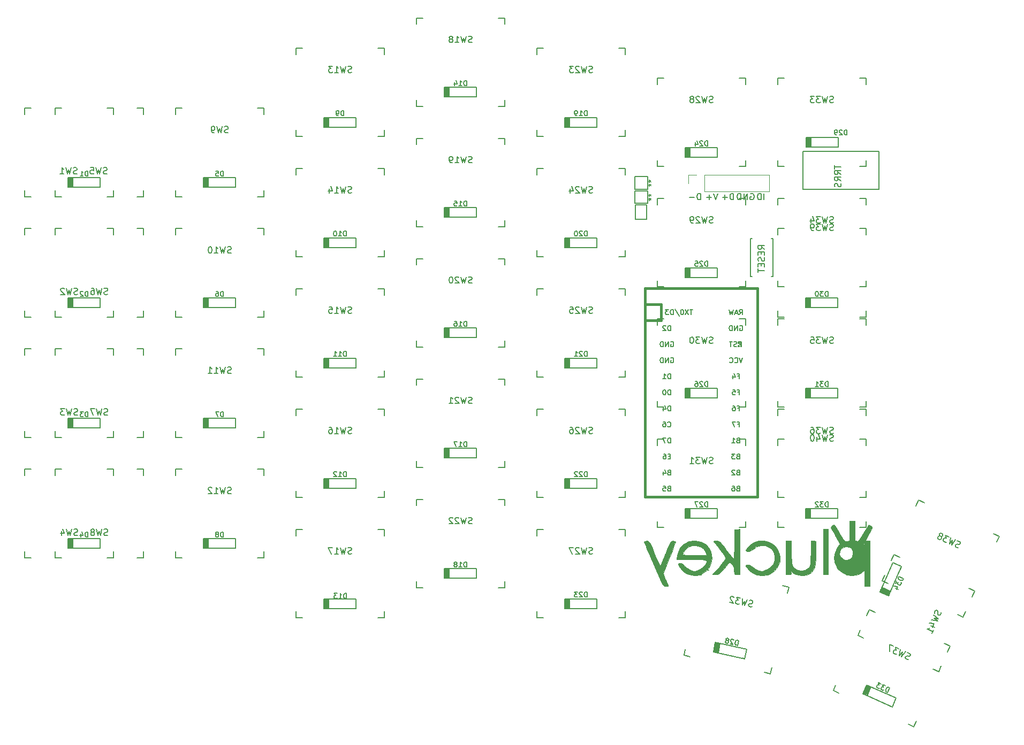
<source format=gbr>
%TF.GenerationSoftware,KiCad,Pcbnew,5.1.10*%
%TF.CreationDate,2021-06-26T14:40:23+02:00*%
%TF.ProjectId,pcb,7063622e-6b69-4636-9164-5f7063625858,rev?*%
%TF.SameCoordinates,Original*%
%TF.FileFunction,Legend,Bot*%
%TF.FilePolarity,Positive*%
%FSLAX46Y46*%
G04 Gerber Fmt 4.6, Leading zero omitted, Abs format (unit mm)*
G04 Created by KiCad (PCBNEW 5.1.10) date 2021-06-26 14:40:23*
%MOMM*%
%LPD*%
G01*
G04 APERTURE LIST*
%ADD10C,0.120000*%
%ADD11C,0.150000*%
%ADD12C,0.010000*%
%ADD13C,0.381000*%
G04 APERTURE END LIST*
D10*
%TO.C,J2*%
X138625000Y-86895000D02*
X148845000Y-86895000D01*
X136025000Y-86895000D02*
X136025000Y-88225000D01*
X138625000Y-86895000D02*
X138625000Y-89555000D01*
X138625000Y-89555000D02*
X148845000Y-89555000D01*
X137355000Y-86895000D02*
X136025000Y-86895000D01*
X148845000Y-86895000D02*
X148845000Y-89555000D01*
D11*
%TO.C,SW41*%
X181348152Y-152768474D02*
X180939822Y-153681308D01*
X176039856Y-164635318D02*
X175631526Y-165548152D01*
X175631526Y-165548152D02*
X174718692Y-165139822D01*
X162851848Y-159831526D02*
X163260178Y-158918692D01*
X163764682Y-160239856D02*
X162851848Y-159831526D01*
X168160144Y-147964682D02*
X168568474Y-147051848D01*
X168568474Y-147051848D02*
X169481308Y-147460178D01*
X180435318Y-152360144D02*
X181348152Y-152768474D01*
%TO.C,D34*%
X168391580Y-148270253D02*
X169782739Y-148892549D01*
X166524693Y-152443731D02*
X167915852Y-153066027D01*
X169782739Y-148892549D02*
X167708420Y-153529747D01*
X168019568Y-152834167D02*
X166628409Y-152211871D01*
X167863994Y-153181957D02*
X166472835Y-152559661D01*
X166317261Y-152907451D02*
X168391580Y-148270253D01*
X167760278Y-153413817D02*
X166369119Y-152791521D01*
X169782739Y-148892549D02*
X169575307Y-149356269D01*
X167708420Y-153529747D02*
X166317261Y-152907451D01*
X167967710Y-152950097D02*
X166576551Y-152327801D01*
X166420977Y-152675591D02*
X167812136Y-153297887D01*
%TO.C,D33*%
X168888913Y-169714582D02*
X168266617Y-171105741D01*
X164715435Y-167847695D02*
X164093139Y-169238854D01*
X168266617Y-171105741D02*
X163629419Y-169031422D01*
X164324999Y-169342570D02*
X164947295Y-167951411D01*
X163977209Y-169186996D02*
X164599505Y-167795837D01*
X164251715Y-167640263D02*
X168888913Y-169714582D01*
X163745349Y-169083280D02*
X164367645Y-167692121D01*
X168266617Y-171105741D02*
X167802897Y-170898309D01*
X163629419Y-169031422D02*
X164251715Y-167640263D01*
X164209069Y-169290712D02*
X164831365Y-167899553D01*
X164483575Y-167743979D02*
X163861279Y-169135138D01*
%TO.C,D32*%
X159702500Y-139731750D02*
X159702500Y-141255750D01*
X155130500Y-139731750D02*
X155130500Y-141255750D01*
X159702500Y-141255750D02*
X154622500Y-141255750D01*
X155384500Y-141255750D02*
X155384500Y-139731750D01*
X155003500Y-141255750D02*
X155003500Y-139731750D01*
X154622500Y-139731750D02*
X159702500Y-139731750D01*
X154749500Y-141255750D02*
X154749500Y-139731750D01*
X159702500Y-141255750D02*
X159194500Y-141255750D01*
X154622500Y-141255750D02*
X154622500Y-139731750D01*
X155257500Y-141255750D02*
X155257500Y-139731750D01*
X154876500Y-139731750D02*
X154876500Y-141255750D01*
%TO.C,D31*%
X159702500Y-120681750D02*
X159702500Y-122205750D01*
X155130500Y-120681750D02*
X155130500Y-122205750D01*
X159702500Y-122205750D02*
X154622500Y-122205750D01*
X155384500Y-122205750D02*
X155384500Y-120681750D01*
X155003500Y-122205750D02*
X155003500Y-120681750D01*
X154622500Y-120681750D02*
X159702500Y-120681750D01*
X154749500Y-122205750D02*
X154749500Y-120681750D01*
X159702500Y-122205750D02*
X159194500Y-122205750D01*
X154622500Y-122205750D02*
X154622500Y-120681750D01*
X155257500Y-122205750D02*
X155257500Y-120681750D01*
X154876500Y-120681750D02*
X154876500Y-122205750D01*
%TO.C,D30*%
X159702500Y-106394250D02*
X159702500Y-107918250D01*
X155130500Y-106394250D02*
X155130500Y-107918250D01*
X159702500Y-107918250D02*
X154622500Y-107918250D01*
X155384500Y-107918250D02*
X155384500Y-106394250D01*
X155003500Y-107918250D02*
X155003500Y-106394250D01*
X154622500Y-106394250D02*
X159702500Y-106394250D01*
X154749500Y-107918250D02*
X154749500Y-106394250D01*
X159702500Y-107918250D02*
X159194500Y-107918250D01*
X154622500Y-107918250D02*
X154622500Y-106394250D01*
X155257500Y-107918250D02*
X155257500Y-106394250D01*
X154876500Y-106394250D02*
X154876500Y-107918250D01*
%TO.C,D29*%
X159790000Y-80938000D02*
X159790000Y-82462000D01*
X155218000Y-80938000D02*
X155218000Y-82462000D01*
X159790000Y-82462000D02*
X154710000Y-82462000D01*
X155472000Y-82462000D02*
X155472000Y-80938000D01*
X155091000Y-82462000D02*
X155091000Y-80938000D01*
X154710000Y-80938000D02*
X159790000Y-80938000D01*
X154837000Y-82462000D02*
X154837000Y-80938000D01*
X159790000Y-82462000D02*
X159282000Y-82462000D01*
X154710000Y-82462000D02*
X154710000Y-80938000D01*
X155345000Y-82462000D02*
X155345000Y-80938000D01*
X154964000Y-80938000D02*
X154964000Y-82462000D01*
%TO.C,D28*%
X145292915Y-161996985D02*
X144976057Y-163487682D01*
X140820824Y-161046413D02*
X140503966Y-162537110D01*
X144976057Y-163487682D02*
X140007067Y-162431491D01*
X140752416Y-162589919D02*
X141069273Y-161099223D01*
X140379742Y-162510705D02*
X140696599Y-161020008D01*
X140323925Y-160940794D02*
X145292915Y-161996985D01*
X140131292Y-162457896D02*
X140448150Y-160967199D01*
X144976057Y-163487682D02*
X144479158Y-163382063D01*
X140007067Y-162431491D02*
X140323925Y-160940794D01*
X140628191Y-162563515D02*
X140945049Y-161072818D01*
X140572374Y-160993603D02*
X140255517Y-162484300D01*
%TO.C,D27*%
X140652500Y-139731750D02*
X140652500Y-141255750D01*
X136080500Y-139731750D02*
X136080500Y-141255750D01*
X140652500Y-141255750D02*
X135572500Y-141255750D01*
X136334500Y-141255750D02*
X136334500Y-139731750D01*
X135953500Y-141255750D02*
X135953500Y-139731750D01*
X135572500Y-139731750D02*
X140652500Y-139731750D01*
X135699500Y-141255750D02*
X135699500Y-139731750D01*
X140652500Y-141255750D02*
X140144500Y-141255750D01*
X135572500Y-141255750D02*
X135572500Y-139731750D01*
X136207500Y-141255750D02*
X136207500Y-139731750D01*
X135826500Y-139731750D02*
X135826500Y-141255750D01*
%TO.C,D26*%
X140652500Y-120681750D02*
X140652500Y-122205750D01*
X136080500Y-120681750D02*
X136080500Y-122205750D01*
X140652500Y-122205750D02*
X135572500Y-122205750D01*
X136334500Y-122205750D02*
X136334500Y-120681750D01*
X135953500Y-122205750D02*
X135953500Y-120681750D01*
X135572500Y-120681750D02*
X140652500Y-120681750D01*
X135699500Y-122205750D02*
X135699500Y-120681750D01*
X140652500Y-122205750D02*
X140144500Y-122205750D01*
X135572500Y-122205750D02*
X135572500Y-120681750D01*
X136207500Y-122205750D02*
X136207500Y-120681750D01*
X135826500Y-120681750D02*
X135826500Y-122205750D01*
%TO.C,D25*%
X140652500Y-101631750D02*
X140652500Y-103155750D01*
X136080500Y-101631750D02*
X136080500Y-103155750D01*
X140652500Y-103155750D02*
X135572500Y-103155750D01*
X136334500Y-103155750D02*
X136334500Y-101631750D01*
X135953500Y-103155750D02*
X135953500Y-101631750D01*
X135572500Y-101631750D02*
X140652500Y-101631750D01*
X135699500Y-103155750D02*
X135699500Y-101631750D01*
X140652500Y-103155750D02*
X140144500Y-103155750D01*
X135572500Y-103155750D02*
X135572500Y-101631750D01*
X136207500Y-103155750D02*
X136207500Y-101631750D01*
X135826500Y-101631750D02*
X135826500Y-103155750D01*
%TO.C,D24*%
X140652500Y-82581750D02*
X140652500Y-84105750D01*
X136080500Y-82581750D02*
X136080500Y-84105750D01*
X140652500Y-84105750D02*
X135572500Y-84105750D01*
X136334500Y-84105750D02*
X136334500Y-82581750D01*
X135953500Y-84105750D02*
X135953500Y-82581750D01*
X135572500Y-82581750D02*
X140652500Y-82581750D01*
X135699500Y-84105750D02*
X135699500Y-82581750D01*
X140652500Y-84105750D02*
X140144500Y-84105750D01*
X135572500Y-84105750D02*
X135572500Y-82581750D01*
X136207500Y-84105750D02*
X136207500Y-82581750D01*
X135826500Y-82581750D02*
X135826500Y-84105750D01*
%TO.C,D23*%
X121602500Y-154019250D02*
X121602500Y-155543250D01*
X117030500Y-154019250D02*
X117030500Y-155543250D01*
X121602500Y-155543250D02*
X116522500Y-155543250D01*
X117284500Y-155543250D02*
X117284500Y-154019250D01*
X116903500Y-155543250D02*
X116903500Y-154019250D01*
X116522500Y-154019250D02*
X121602500Y-154019250D01*
X116649500Y-155543250D02*
X116649500Y-154019250D01*
X121602500Y-155543250D02*
X121094500Y-155543250D01*
X116522500Y-155543250D02*
X116522500Y-154019250D01*
X117157500Y-155543250D02*
X117157500Y-154019250D01*
X116776500Y-154019250D02*
X116776500Y-155543250D01*
%TO.C,D22*%
X121602500Y-134969250D02*
X121602500Y-136493250D01*
X117030500Y-134969250D02*
X117030500Y-136493250D01*
X121602500Y-136493250D02*
X116522500Y-136493250D01*
X117284500Y-136493250D02*
X117284500Y-134969250D01*
X116903500Y-136493250D02*
X116903500Y-134969250D01*
X116522500Y-134969250D02*
X121602500Y-134969250D01*
X116649500Y-136493250D02*
X116649500Y-134969250D01*
X121602500Y-136493250D02*
X121094500Y-136493250D01*
X116522500Y-136493250D02*
X116522500Y-134969250D01*
X117157500Y-136493250D02*
X117157500Y-134969250D01*
X116776500Y-134969250D02*
X116776500Y-136493250D01*
%TO.C,D21*%
X121602500Y-115919250D02*
X121602500Y-117443250D01*
X117030500Y-115919250D02*
X117030500Y-117443250D01*
X121602500Y-117443250D02*
X116522500Y-117443250D01*
X117284500Y-117443250D02*
X117284500Y-115919250D01*
X116903500Y-117443250D02*
X116903500Y-115919250D01*
X116522500Y-115919250D02*
X121602500Y-115919250D01*
X116649500Y-117443250D02*
X116649500Y-115919250D01*
X121602500Y-117443250D02*
X121094500Y-117443250D01*
X116522500Y-117443250D02*
X116522500Y-115919250D01*
X117157500Y-117443250D02*
X117157500Y-115919250D01*
X116776500Y-115919250D02*
X116776500Y-117443250D01*
%TO.C,D20*%
X121602500Y-96869250D02*
X121602500Y-98393250D01*
X117030500Y-96869250D02*
X117030500Y-98393250D01*
X121602500Y-98393250D02*
X116522500Y-98393250D01*
X117284500Y-98393250D02*
X117284500Y-96869250D01*
X116903500Y-98393250D02*
X116903500Y-96869250D01*
X116522500Y-96869250D02*
X121602500Y-96869250D01*
X116649500Y-98393250D02*
X116649500Y-96869250D01*
X121602500Y-98393250D02*
X121094500Y-98393250D01*
X116522500Y-98393250D02*
X116522500Y-96869250D01*
X117157500Y-98393250D02*
X117157500Y-96869250D01*
X116776500Y-96869250D02*
X116776500Y-98393250D01*
%TO.C,D19*%
X121602500Y-77819250D02*
X121602500Y-79343250D01*
X117030500Y-77819250D02*
X117030500Y-79343250D01*
X121602500Y-79343250D02*
X116522500Y-79343250D01*
X117284500Y-79343250D02*
X117284500Y-77819250D01*
X116903500Y-79343250D02*
X116903500Y-77819250D01*
X116522500Y-77819250D02*
X121602500Y-77819250D01*
X116649500Y-79343250D02*
X116649500Y-77819250D01*
X121602500Y-79343250D02*
X121094500Y-79343250D01*
X116522500Y-79343250D02*
X116522500Y-77819250D01*
X117157500Y-79343250D02*
X117157500Y-77819250D01*
X116776500Y-77819250D02*
X116776500Y-79343250D01*
%TO.C,D18*%
X102552500Y-149256750D02*
X102552500Y-150780750D01*
X97980500Y-149256750D02*
X97980500Y-150780750D01*
X102552500Y-150780750D02*
X97472500Y-150780750D01*
X98234500Y-150780750D02*
X98234500Y-149256750D01*
X97853500Y-150780750D02*
X97853500Y-149256750D01*
X97472500Y-149256750D02*
X102552500Y-149256750D01*
X97599500Y-150780750D02*
X97599500Y-149256750D01*
X102552500Y-150780750D02*
X102044500Y-150780750D01*
X97472500Y-150780750D02*
X97472500Y-149256750D01*
X98107500Y-150780750D02*
X98107500Y-149256750D01*
X97726500Y-149256750D02*
X97726500Y-150780750D01*
%TO.C,D17*%
X102552500Y-130206750D02*
X102552500Y-131730750D01*
X97980500Y-130206750D02*
X97980500Y-131730750D01*
X102552500Y-131730750D02*
X97472500Y-131730750D01*
X98234500Y-131730750D02*
X98234500Y-130206750D01*
X97853500Y-131730750D02*
X97853500Y-130206750D01*
X97472500Y-130206750D02*
X102552500Y-130206750D01*
X97599500Y-131730750D02*
X97599500Y-130206750D01*
X102552500Y-131730750D02*
X102044500Y-131730750D01*
X97472500Y-131730750D02*
X97472500Y-130206750D01*
X98107500Y-131730750D02*
X98107500Y-130206750D01*
X97726500Y-130206750D02*
X97726500Y-131730750D01*
%TO.C,D16*%
X102552500Y-111156750D02*
X102552500Y-112680750D01*
X97980500Y-111156750D02*
X97980500Y-112680750D01*
X102552500Y-112680750D02*
X97472500Y-112680750D01*
X98234500Y-112680750D02*
X98234500Y-111156750D01*
X97853500Y-112680750D02*
X97853500Y-111156750D01*
X97472500Y-111156750D02*
X102552500Y-111156750D01*
X97599500Y-112680750D02*
X97599500Y-111156750D01*
X102552500Y-112680750D02*
X102044500Y-112680750D01*
X97472500Y-112680750D02*
X97472500Y-111156750D01*
X98107500Y-112680750D02*
X98107500Y-111156750D01*
X97726500Y-111156750D02*
X97726500Y-112680750D01*
%TO.C,D15*%
X102552500Y-92106750D02*
X102552500Y-93630750D01*
X97980500Y-92106750D02*
X97980500Y-93630750D01*
X102552500Y-93630750D02*
X97472500Y-93630750D01*
X98234500Y-93630750D02*
X98234500Y-92106750D01*
X97853500Y-93630750D02*
X97853500Y-92106750D01*
X97472500Y-92106750D02*
X102552500Y-92106750D01*
X97599500Y-93630750D02*
X97599500Y-92106750D01*
X102552500Y-93630750D02*
X102044500Y-93630750D01*
X97472500Y-93630750D02*
X97472500Y-92106750D01*
X98107500Y-93630750D02*
X98107500Y-92106750D01*
X97726500Y-92106750D02*
X97726500Y-93630750D01*
%TO.C,D14*%
X102552500Y-73056750D02*
X102552500Y-74580750D01*
X97980500Y-73056750D02*
X97980500Y-74580750D01*
X102552500Y-74580750D02*
X97472500Y-74580750D01*
X98234500Y-74580750D02*
X98234500Y-73056750D01*
X97853500Y-74580750D02*
X97853500Y-73056750D01*
X97472500Y-73056750D02*
X102552500Y-73056750D01*
X97599500Y-74580750D02*
X97599500Y-73056750D01*
X102552500Y-74580750D02*
X102044500Y-74580750D01*
X97472500Y-74580750D02*
X97472500Y-73056750D01*
X98107500Y-74580750D02*
X98107500Y-73056750D01*
X97726500Y-73056750D02*
X97726500Y-74580750D01*
%TO.C,D13*%
X83502840Y-154019900D02*
X83502840Y-155543900D01*
X78930840Y-154019900D02*
X78930840Y-155543900D01*
X83502840Y-155543900D02*
X78422840Y-155543900D01*
X79184840Y-155543900D02*
X79184840Y-154019900D01*
X78803840Y-155543900D02*
X78803840Y-154019900D01*
X78422840Y-154019900D02*
X83502840Y-154019900D01*
X78549840Y-155543900D02*
X78549840Y-154019900D01*
X83502840Y-155543900D02*
X82994840Y-155543900D01*
X78422840Y-155543900D02*
X78422840Y-154019900D01*
X79057840Y-155543900D02*
X79057840Y-154019900D01*
X78676840Y-154019900D02*
X78676840Y-155543900D01*
%TO.C,D12*%
X83502500Y-134969250D02*
X83502500Y-136493250D01*
X78930500Y-134969250D02*
X78930500Y-136493250D01*
X83502500Y-136493250D02*
X78422500Y-136493250D01*
X79184500Y-136493250D02*
X79184500Y-134969250D01*
X78803500Y-136493250D02*
X78803500Y-134969250D01*
X78422500Y-134969250D02*
X83502500Y-134969250D01*
X78549500Y-136493250D02*
X78549500Y-134969250D01*
X83502500Y-136493250D02*
X82994500Y-136493250D01*
X78422500Y-136493250D02*
X78422500Y-134969250D01*
X79057500Y-136493250D02*
X79057500Y-134969250D01*
X78676500Y-134969250D02*
X78676500Y-136493250D01*
%TO.C,D11*%
X83502500Y-115919250D02*
X83502500Y-117443250D01*
X78930500Y-115919250D02*
X78930500Y-117443250D01*
X83502500Y-117443250D02*
X78422500Y-117443250D01*
X79184500Y-117443250D02*
X79184500Y-115919250D01*
X78803500Y-117443250D02*
X78803500Y-115919250D01*
X78422500Y-115919250D02*
X83502500Y-115919250D01*
X78549500Y-117443250D02*
X78549500Y-115919250D01*
X83502500Y-117443250D02*
X82994500Y-117443250D01*
X78422500Y-117443250D02*
X78422500Y-115919250D01*
X79057500Y-117443250D02*
X79057500Y-115919250D01*
X78676500Y-115919250D02*
X78676500Y-117443250D01*
%TO.C,D10*%
X83502500Y-96869250D02*
X83502500Y-98393250D01*
X78930500Y-96869250D02*
X78930500Y-98393250D01*
X83502500Y-98393250D02*
X78422500Y-98393250D01*
X79184500Y-98393250D02*
X79184500Y-96869250D01*
X78803500Y-98393250D02*
X78803500Y-96869250D01*
X78422500Y-96869250D02*
X83502500Y-96869250D01*
X78549500Y-98393250D02*
X78549500Y-96869250D01*
X83502500Y-98393250D02*
X82994500Y-98393250D01*
X78422500Y-98393250D02*
X78422500Y-96869250D01*
X79057500Y-98393250D02*
X79057500Y-96869250D01*
X78676500Y-96869250D02*
X78676500Y-98393250D01*
%TO.C,D9*%
X83502500Y-77819250D02*
X83502500Y-79343250D01*
X78930500Y-77819250D02*
X78930500Y-79343250D01*
X83502500Y-79343250D02*
X78422500Y-79343250D01*
X79184500Y-79343250D02*
X79184500Y-77819250D01*
X78803500Y-79343250D02*
X78803500Y-77819250D01*
X78422500Y-77819250D02*
X83502500Y-77819250D01*
X78549500Y-79343250D02*
X78549500Y-77819250D01*
X83502500Y-79343250D02*
X82994500Y-79343250D01*
X78422500Y-79343250D02*
X78422500Y-77819250D01*
X79057500Y-79343250D02*
X79057500Y-77819250D01*
X78676500Y-77819250D02*
X78676500Y-79343250D01*
%TO.C,D8*%
X64452500Y-144494250D02*
X64452500Y-146018250D01*
X59880500Y-144494250D02*
X59880500Y-146018250D01*
X64452500Y-146018250D02*
X59372500Y-146018250D01*
X60134500Y-146018250D02*
X60134500Y-144494250D01*
X59753500Y-146018250D02*
X59753500Y-144494250D01*
X59372500Y-144494250D02*
X64452500Y-144494250D01*
X59499500Y-146018250D02*
X59499500Y-144494250D01*
X64452500Y-146018250D02*
X63944500Y-146018250D01*
X59372500Y-146018250D02*
X59372500Y-144494250D01*
X60007500Y-146018250D02*
X60007500Y-144494250D01*
X59626500Y-144494250D02*
X59626500Y-146018250D01*
%TO.C,D7*%
X64452500Y-125444250D02*
X64452500Y-126968250D01*
X59880500Y-125444250D02*
X59880500Y-126968250D01*
X64452500Y-126968250D02*
X59372500Y-126968250D01*
X60134500Y-126968250D02*
X60134500Y-125444250D01*
X59753500Y-126968250D02*
X59753500Y-125444250D01*
X59372500Y-125444250D02*
X64452500Y-125444250D01*
X59499500Y-126968250D02*
X59499500Y-125444250D01*
X64452500Y-126968250D02*
X63944500Y-126968250D01*
X59372500Y-126968250D02*
X59372500Y-125444250D01*
X60007500Y-126968250D02*
X60007500Y-125444250D01*
X59626500Y-125444250D02*
X59626500Y-126968250D01*
%TO.C,D6*%
X64452500Y-106394250D02*
X64452500Y-107918250D01*
X59880500Y-106394250D02*
X59880500Y-107918250D01*
X64452500Y-107918250D02*
X59372500Y-107918250D01*
X60134500Y-107918250D02*
X60134500Y-106394250D01*
X59753500Y-107918250D02*
X59753500Y-106394250D01*
X59372500Y-106394250D02*
X64452500Y-106394250D01*
X59499500Y-107918250D02*
X59499500Y-106394250D01*
X64452500Y-107918250D02*
X63944500Y-107918250D01*
X59372500Y-107918250D02*
X59372500Y-106394250D01*
X60007500Y-107918250D02*
X60007500Y-106394250D01*
X59626500Y-106394250D02*
X59626500Y-107918250D01*
%TO.C,D5*%
X64452500Y-87344250D02*
X64452500Y-88868250D01*
X59880500Y-87344250D02*
X59880500Y-88868250D01*
X64452500Y-88868250D02*
X59372500Y-88868250D01*
X60134500Y-88868250D02*
X60134500Y-87344250D01*
X59753500Y-88868250D02*
X59753500Y-87344250D01*
X59372500Y-87344250D02*
X64452500Y-87344250D01*
X59499500Y-88868250D02*
X59499500Y-87344250D01*
X64452500Y-88868250D02*
X63944500Y-88868250D01*
X59372500Y-88868250D02*
X59372500Y-87344250D01*
X60007500Y-88868250D02*
X60007500Y-87344250D01*
X59626500Y-87344250D02*
X59626500Y-88868250D01*
%TO.C,D4*%
X43021250Y-144494250D02*
X43021250Y-146018250D01*
X38449250Y-144494250D02*
X38449250Y-146018250D01*
X43021250Y-146018250D02*
X37941250Y-146018250D01*
X38703250Y-146018250D02*
X38703250Y-144494250D01*
X38322250Y-146018250D02*
X38322250Y-144494250D01*
X37941250Y-144494250D02*
X43021250Y-144494250D01*
X38068250Y-146018250D02*
X38068250Y-144494250D01*
X43021250Y-146018250D02*
X42513250Y-146018250D01*
X37941250Y-146018250D02*
X37941250Y-144494250D01*
X38576250Y-146018250D02*
X38576250Y-144494250D01*
X38195250Y-144494250D02*
X38195250Y-146018250D01*
%TO.C,D3*%
X43021250Y-125444250D02*
X43021250Y-126968250D01*
X38449250Y-125444250D02*
X38449250Y-126968250D01*
X43021250Y-126968250D02*
X37941250Y-126968250D01*
X38703250Y-126968250D02*
X38703250Y-125444250D01*
X38322250Y-126968250D02*
X38322250Y-125444250D01*
X37941250Y-125444250D02*
X43021250Y-125444250D01*
X38068250Y-126968250D02*
X38068250Y-125444250D01*
X43021250Y-126968250D02*
X42513250Y-126968250D01*
X37941250Y-126968250D02*
X37941250Y-125444250D01*
X38576250Y-126968250D02*
X38576250Y-125444250D01*
X38195250Y-125444250D02*
X38195250Y-126968250D01*
%TO.C,D2*%
X43021250Y-106394250D02*
X43021250Y-107918250D01*
X38449250Y-106394250D02*
X38449250Y-107918250D01*
X43021250Y-107918250D02*
X37941250Y-107918250D01*
X38703250Y-107918250D02*
X38703250Y-106394250D01*
X38322250Y-107918250D02*
X38322250Y-106394250D01*
X37941250Y-106394250D02*
X43021250Y-106394250D01*
X38068250Y-107918250D02*
X38068250Y-106394250D01*
X43021250Y-107918250D02*
X42513250Y-107918250D01*
X37941250Y-107918250D02*
X37941250Y-106394250D01*
X38576250Y-107918250D02*
X38576250Y-106394250D01*
X38195250Y-106394250D02*
X38195250Y-107918250D01*
%TO.C,D1*%
X43021250Y-87344250D02*
X43021250Y-88868250D01*
X38449250Y-87344250D02*
X38449250Y-88868250D01*
X43021250Y-88868250D02*
X37941250Y-88868250D01*
X38703250Y-88868250D02*
X38703250Y-87344250D01*
X38322250Y-88868250D02*
X38322250Y-87344250D01*
X37941250Y-87344250D02*
X43021250Y-87344250D01*
X38068250Y-88868250D02*
X38068250Y-87344250D01*
X43021250Y-88868250D02*
X42513250Y-88868250D01*
X37941250Y-88868250D02*
X37941250Y-87344250D01*
X38576250Y-88868250D02*
X38576250Y-87344250D01*
X38195250Y-87344250D02*
X38195250Y-88868250D01*
D12*
%TO.C,G\u002A\u002A\u002A*%
G36*
X161493334Y-144791543D02*
G01*
X161131113Y-144860786D01*
X160978381Y-144882867D01*
X160847638Y-144859781D01*
X160709902Y-144756975D01*
X160536191Y-144539894D01*
X160297520Y-144173983D01*
X159964907Y-143624689D01*
X159650740Y-143095833D01*
X159396458Y-142685881D01*
X159194144Y-142394166D01*
X159088447Y-142284444D01*
X158923064Y-142358452D01*
X158747357Y-142474500D01*
X158641527Y-142572836D01*
X158609290Y-142699788D01*
X158667297Y-142903970D01*
X158832202Y-143233996D01*
X159120656Y-143738480D01*
X159263732Y-143981975D01*
X160040024Y-145299393D01*
X159622328Y-145891984D01*
X159246563Y-146637911D01*
X159095022Y-147444753D01*
X159166390Y-148244437D01*
X159459352Y-148968891D01*
X159687767Y-149280774D01*
X160334601Y-149841653D01*
X161074838Y-150195248D01*
X161852806Y-150335137D01*
X162612833Y-150254894D01*
X163299249Y-149948095D01*
X163574722Y-149729335D01*
X163892222Y-149431915D01*
X163892222Y-152021111D01*
X164738889Y-152021111D01*
X164738889Y-146878294D01*
X162051901Y-146878294D01*
X161915131Y-147340545D01*
X161616105Y-147694654D01*
X161448831Y-147786792D01*
X161127290Y-147896623D01*
X160884218Y-147887580D01*
X160567624Y-147749183D01*
X160515648Y-147722441D01*
X160110726Y-147377227D01*
X159936521Y-146920526D01*
X160005888Y-146420251D01*
X160205153Y-146081855D01*
X160574011Y-145828224D01*
X161052823Y-145753325D01*
X161529433Y-145861773D01*
X161768537Y-146017537D01*
X162008882Y-146404944D01*
X162051901Y-146878294D01*
X164738889Y-146878294D01*
X164738889Y-145306574D01*
X163881082Y-145306574D01*
X163855138Y-145489597D01*
X163806968Y-145491782D01*
X163773282Y-145302920D01*
X163795828Y-145221319D01*
X163858485Y-145167869D01*
X163881082Y-145306574D01*
X164738889Y-145306574D01*
X164738889Y-144824444D01*
X164374352Y-144824444D01*
X164121497Y-144790132D01*
X164056852Y-144718611D01*
X164144635Y-144553239D01*
X164335155Y-144209783D01*
X164591174Y-143755220D01*
X164656430Y-143640198D01*
X164928020Y-143152339D01*
X165071631Y-142847648D01*
X165102273Y-142665975D01*
X165034958Y-142547173D01*
X164946959Y-142476031D01*
X164706696Y-142324855D01*
X164598449Y-142284444D01*
X164498184Y-142399568D01*
X164292953Y-142711538D01*
X164014415Y-143170255D01*
X163749019Y-143628687D01*
X163342029Y-144309073D01*
X163039371Y-144731504D01*
X162838577Y-144899258D01*
X162792614Y-144898687D01*
X162531917Y-144829828D01*
X162469570Y-144824444D01*
X162417506Y-144692848D01*
X162375429Y-144336026D01*
X162348094Y-143810924D01*
X162340000Y-143272222D01*
X162340000Y-141720000D01*
X161493334Y-141720000D01*
X161493334Y-144791543D01*
G37*
X161493334Y-144791543D02*
X161131113Y-144860786D01*
X160978381Y-144882867D01*
X160847638Y-144859781D01*
X160709902Y-144756975D01*
X160536191Y-144539894D01*
X160297520Y-144173983D01*
X159964907Y-143624689D01*
X159650740Y-143095833D01*
X159396458Y-142685881D01*
X159194144Y-142394166D01*
X159088447Y-142284444D01*
X158923064Y-142358452D01*
X158747357Y-142474500D01*
X158641527Y-142572836D01*
X158609290Y-142699788D01*
X158667297Y-142903970D01*
X158832202Y-143233996D01*
X159120656Y-143738480D01*
X159263732Y-143981975D01*
X160040024Y-145299393D01*
X159622328Y-145891984D01*
X159246563Y-146637911D01*
X159095022Y-147444753D01*
X159166390Y-148244437D01*
X159459352Y-148968891D01*
X159687767Y-149280774D01*
X160334601Y-149841653D01*
X161074838Y-150195248D01*
X161852806Y-150335137D01*
X162612833Y-150254894D01*
X163299249Y-149948095D01*
X163574722Y-149729335D01*
X163892222Y-149431915D01*
X163892222Y-152021111D01*
X164738889Y-152021111D01*
X164738889Y-146878294D01*
X162051901Y-146878294D01*
X161915131Y-147340545D01*
X161616105Y-147694654D01*
X161448831Y-147786792D01*
X161127290Y-147896623D01*
X160884218Y-147887580D01*
X160567624Y-147749183D01*
X160515648Y-147722441D01*
X160110726Y-147377227D01*
X159936521Y-146920526D01*
X160005888Y-146420251D01*
X160205153Y-146081855D01*
X160574011Y-145828224D01*
X161052823Y-145753325D01*
X161529433Y-145861773D01*
X161768537Y-146017537D01*
X162008882Y-146404944D01*
X162051901Y-146878294D01*
X164738889Y-146878294D01*
X164738889Y-145306574D01*
X163881082Y-145306574D01*
X163855138Y-145489597D01*
X163806968Y-145491782D01*
X163773282Y-145302920D01*
X163795828Y-145221319D01*
X163858485Y-145167869D01*
X163881082Y-145306574D01*
X164738889Y-145306574D01*
X164738889Y-144824444D01*
X164374352Y-144824444D01*
X164121497Y-144790132D01*
X164056852Y-144718611D01*
X164144635Y-144553239D01*
X164335155Y-144209783D01*
X164591174Y-143755220D01*
X164656430Y-143640198D01*
X164928020Y-143152339D01*
X165071631Y-142847648D01*
X165102273Y-142665975D01*
X165034958Y-142547173D01*
X164946959Y-142476031D01*
X164706696Y-142324855D01*
X164598449Y-142284444D01*
X164498184Y-142399568D01*
X164292953Y-142711538D01*
X164014415Y-143170255D01*
X163749019Y-143628687D01*
X163342029Y-144309073D01*
X163039371Y-144731504D01*
X162838577Y-144899258D01*
X162792614Y-144898687D01*
X162531917Y-144829828D01*
X162469570Y-144824444D01*
X162417506Y-144692848D01*
X162375429Y-144336026D01*
X162348094Y-143810924D01*
X162340000Y-143272222D01*
X162340000Y-141720000D01*
X161493334Y-141720000D01*
X161493334Y-144791543D01*
G36*
X129149125Y-144864005D02*
G01*
X129037778Y-144953158D01*
X129091273Y-145112464D01*
X129242023Y-145495486D01*
X129475423Y-146066834D01*
X129776868Y-146791114D01*
X130131756Y-147632936D01*
X130508055Y-148516214D01*
X130950874Y-149548377D01*
X131299380Y-150350363D01*
X131569741Y-150951691D01*
X131778124Y-151381883D01*
X131940695Y-151670461D01*
X132073622Y-151846945D01*
X132193072Y-151940856D01*
X132315211Y-151981716D01*
X132413055Y-151994773D01*
X132714419Y-152007015D01*
X132847450Y-151975981D01*
X132847778Y-151973460D01*
X132796340Y-151821013D01*
X132660666Y-151479668D01*
X132468715Y-151019493D01*
X132442992Y-150959065D01*
X132038206Y-150010202D01*
X133007437Y-147600555D01*
X133316052Y-146823223D01*
X133584084Y-146128876D01*
X133794716Y-145562664D01*
X133931131Y-145169736D01*
X133976667Y-144998303D01*
X133856006Y-144858287D01*
X133588611Y-144850349D01*
X133430259Y-144886382D01*
X133291911Y-144980844D01*
X133150148Y-145174082D01*
X132981551Y-145506447D01*
X132762702Y-146018287D01*
X132470183Y-146749953D01*
X132436562Y-146835277D01*
X132162165Y-147516437D01*
X131918092Y-148093039D01*
X131724742Y-148519097D01*
X131602514Y-148748627D01*
X131575854Y-148775555D01*
X131490934Y-148652315D01*
X131320824Y-148312614D01*
X131086501Y-147801484D01*
X130808943Y-147163958D01*
X130655557Y-146800000D01*
X130337126Y-146042775D01*
X130100906Y-145508395D01*
X129923002Y-145158190D01*
X129779520Y-144953487D01*
X129646565Y-144855617D01*
X129500242Y-144825907D01*
X129434876Y-144824444D01*
X129149125Y-144864005D01*
G37*
X129149125Y-144864005D02*
X129037778Y-144953158D01*
X129091273Y-145112464D01*
X129242023Y-145495486D01*
X129475423Y-146066834D01*
X129776868Y-146791114D01*
X130131756Y-147632936D01*
X130508055Y-148516214D01*
X130950874Y-149548377D01*
X131299380Y-150350363D01*
X131569741Y-150951691D01*
X131778124Y-151381883D01*
X131940695Y-151670461D01*
X132073622Y-151846945D01*
X132193072Y-151940856D01*
X132315211Y-151981716D01*
X132413055Y-151994773D01*
X132714419Y-152007015D01*
X132847450Y-151975981D01*
X132847778Y-151973460D01*
X132796340Y-151821013D01*
X132660666Y-151479668D01*
X132468715Y-151019493D01*
X132442992Y-150959065D01*
X132038206Y-150010202D01*
X133007437Y-147600555D01*
X133316052Y-146823223D01*
X133584084Y-146128876D01*
X133794716Y-145562664D01*
X133931131Y-145169736D01*
X133976667Y-144998303D01*
X133856006Y-144858287D01*
X133588611Y-144850349D01*
X133430259Y-144886382D01*
X133291911Y-144980844D01*
X133150148Y-145174082D01*
X132981551Y-145506447D01*
X132762702Y-146018287D01*
X132470183Y-146749953D01*
X132436562Y-146835277D01*
X132162165Y-147516437D01*
X131918092Y-148093039D01*
X131724742Y-148519097D01*
X131602514Y-148748627D01*
X131575854Y-148775555D01*
X131490934Y-148652315D01*
X131320824Y-148312614D01*
X131086501Y-147801484D01*
X130808943Y-147163958D01*
X130655557Y-146800000D01*
X130337126Y-146042775D01*
X130100906Y-145508395D01*
X129923002Y-145158190D01*
X129779520Y-144953487D01*
X129646565Y-144855617D01*
X129500242Y-144825907D01*
X129434876Y-144824444D01*
X129149125Y-144864005D01*
G36*
X155403992Y-146780792D02*
G01*
X155381563Y-147569600D01*
X155354237Y-148128407D01*
X155313315Y-148509406D01*
X155250098Y-148764791D01*
X155155885Y-148946757D01*
X155021978Y-149107499D01*
X155014932Y-149115014D01*
X154511337Y-149465695D01*
X153931044Y-149586387D01*
X153349101Y-149485054D01*
X152840557Y-149169662D01*
X152587172Y-148857356D01*
X152473260Y-148627692D01*
X152396563Y-148342578D01*
X152350267Y-147944713D01*
X152327562Y-147376796D01*
X152321639Y-146623611D01*
X152321111Y-144824444D01*
X151474445Y-144824444D01*
X151474445Y-150186666D01*
X151897778Y-150186666D01*
X152203571Y-150145771D01*
X152314981Y-149982777D01*
X152323272Y-149869166D01*
X152360346Y-149679962D01*
X152429106Y-149700957D01*
X152833044Y-150054282D01*
X153406223Y-150264233D01*
X154069139Y-150320771D01*
X154742294Y-150213854D01*
X155159474Y-150045766D01*
X155537597Y-149799108D01*
X155815168Y-149487700D01*
X156006231Y-149067771D01*
X156124827Y-148495552D01*
X156185001Y-147727272D01*
X156200840Y-146800000D01*
X156201667Y-144895000D01*
X155827326Y-144851672D01*
X155452984Y-144808345D01*
X155403992Y-146780792D01*
G37*
X155403992Y-146780792D02*
X155381563Y-147569600D01*
X155354237Y-148128407D01*
X155313315Y-148509406D01*
X155250098Y-148764791D01*
X155155885Y-148946757D01*
X155021978Y-149107499D01*
X155014932Y-149115014D01*
X154511337Y-149465695D01*
X153931044Y-149586387D01*
X153349101Y-149485054D01*
X152840557Y-149169662D01*
X152587172Y-148857356D01*
X152473260Y-148627692D01*
X152396563Y-148342578D01*
X152350267Y-147944713D01*
X152327562Y-147376796D01*
X152321639Y-146623611D01*
X152321111Y-144824444D01*
X151474445Y-144824444D01*
X151474445Y-150186666D01*
X151897778Y-150186666D01*
X152203571Y-150145771D01*
X152314981Y-149982777D01*
X152323272Y-149869166D01*
X152360346Y-149679962D01*
X152429106Y-149700957D01*
X152833044Y-150054282D01*
X153406223Y-150264233D01*
X154069139Y-150320771D01*
X154742294Y-150213854D01*
X155159474Y-150045766D01*
X155537597Y-149799108D01*
X155815168Y-149487700D01*
X156006231Y-149067771D01*
X156124827Y-148495552D01*
X156185001Y-147727272D01*
X156200840Y-146800000D01*
X156201667Y-144895000D01*
X155827326Y-144851672D01*
X155452984Y-144808345D01*
X155403992Y-146780792D01*
G36*
X147197119Y-144822635D02*
G01*
X146623123Y-144959941D01*
X146293982Y-145133740D01*
X145908864Y-145427295D01*
X145538598Y-145773629D01*
X145254013Y-146105768D01*
X145125938Y-146356735D01*
X145124445Y-146377073D01*
X145235708Y-146500383D01*
X145504445Y-146517075D01*
X145833081Y-146441352D01*
X146124037Y-146287419D01*
X146195852Y-146221108D01*
X146789252Y-145757723D01*
X147477115Y-145551043D01*
X148219988Y-145609345D01*
X148562507Y-145724566D01*
X149138686Y-146098589D01*
X149519957Y-146619124D01*
X149705728Y-147228015D01*
X149695408Y-147867104D01*
X149488405Y-148478231D01*
X149084127Y-149003241D01*
X148599188Y-149331518D01*
X148168600Y-149508472D01*
X147792019Y-149611511D01*
X147685916Y-149622222D01*
X147177530Y-149525020D01*
X146636352Y-149278726D01*
X146209964Y-148951307D01*
X146196185Y-148936142D01*
X145943387Y-148759238D01*
X145618090Y-148652084D01*
X145317740Y-148630265D01*
X145139784Y-148709367D01*
X145124445Y-148764728D01*
X145208314Y-148945603D01*
X145418098Y-149240446D01*
X145506662Y-149349253D01*
X146125116Y-149876640D01*
X146886507Y-150204776D01*
X147721650Y-150320563D01*
X148561356Y-150210900D01*
X149058435Y-150021714D01*
X149714808Y-149549192D01*
X150202911Y-148899173D01*
X150492257Y-148138451D01*
X150552361Y-147333815D01*
X150479662Y-146907924D01*
X150132824Y-146105734D01*
X149589050Y-145474844D01*
X148890440Y-145036520D01*
X148079096Y-144812029D01*
X147197119Y-144822635D01*
G37*
X147197119Y-144822635D02*
X146623123Y-144959941D01*
X146293982Y-145133740D01*
X145908864Y-145427295D01*
X145538598Y-145773629D01*
X145254013Y-146105768D01*
X145125938Y-146356735D01*
X145124445Y-146377073D01*
X145235708Y-146500383D01*
X145504445Y-146517075D01*
X145833081Y-146441352D01*
X146124037Y-146287419D01*
X146195852Y-146221108D01*
X146789252Y-145757723D01*
X147477115Y-145551043D01*
X148219988Y-145609345D01*
X148562507Y-145724566D01*
X149138686Y-146098589D01*
X149519957Y-146619124D01*
X149705728Y-147228015D01*
X149695408Y-147867104D01*
X149488405Y-148478231D01*
X149084127Y-149003241D01*
X148599188Y-149331518D01*
X148168600Y-149508472D01*
X147792019Y-149611511D01*
X147685916Y-149622222D01*
X147177530Y-149525020D01*
X146636352Y-149278726D01*
X146209964Y-148951307D01*
X146196185Y-148936142D01*
X145943387Y-148759238D01*
X145618090Y-148652084D01*
X145317740Y-148630265D01*
X145139784Y-148709367D01*
X145124445Y-148764728D01*
X145208314Y-148945603D01*
X145418098Y-149240446D01*
X145506662Y-149349253D01*
X146125116Y-149876640D01*
X146886507Y-150204776D01*
X147721650Y-150320563D01*
X148561356Y-150210900D01*
X149058435Y-150021714D01*
X149714808Y-149549192D01*
X150202911Y-148899173D01*
X150492257Y-148138451D01*
X150552361Y-147333815D01*
X150479662Y-146907924D01*
X150132824Y-146105734D01*
X149589050Y-145474844D01*
X148890440Y-145036520D01*
X148079096Y-144812029D01*
X147197119Y-144822635D01*
G36*
X136140200Y-144927976D02*
G01*
X135399977Y-145289548D01*
X134816465Y-145844789D01*
X134429071Y-146559364D01*
X134294050Y-147150195D01*
X134222185Y-147787777D01*
X136568871Y-147787777D01*
X137477097Y-147789692D01*
X138134666Y-147803997D01*
X138573144Y-147843534D01*
X138824095Y-147921143D01*
X138919085Y-148049667D01*
X138889678Y-148241947D01*
X138767439Y-148510823D01*
X138694531Y-148652540D01*
X138398158Y-148998911D01*
X137934431Y-149317517D01*
X137415834Y-149544000D01*
X137010556Y-149616024D01*
X136583488Y-149533570D01*
X136101083Y-149324601D01*
X135668143Y-149046704D01*
X135389472Y-148757467D01*
X135365276Y-148711965D01*
X135134050Y-148425198D01*
X134800683Y-148352222D01*
X134498242Y-148410234D01*
X134400000Y-148538489D01*
X134502446Y-148795188D01*
X134765908Y-149149671D01*
X135124578Y-149531796D01*
X135512644Y-149871422D01*
X135863056Y-150097821D01*
X136454084Y-150269801D01*
X137140525Y-150311426D01*
X137792214Y-150222934D01*
X138139445Y-150093696D01*
X138912186Y-149561399D01*
X139433299Y-148905110D01*
X139709991Y-148113323D01*
X139762222Y-147503080D01*
X139701086Y-147082222D01*
X138934574Y-147082222D01*
X137020065Y-147082222D01*
X136321865Y-147076851D01*
X135737666Y-147062126D01*
X135318754Y-147040122D01*
X135116416Y-147012919D01*
X135105556Y-147004659D01*
X135203419Y-146707751D01*
X135447425Y-146334981D01*
X135763197Y-145986615D01*
X135994351Y-145806509D01*
X136616838Y-145569903D01*
X137274597Y-145554891D01*
X137899828Y-145738626D01*
X138424729Y-146098261D01*
X138781503Y-146610947D01*
X138837819Y-146764722D01*
X138934574Y-147082222D01*
X139701086Y-147082222D01*
X139635936Y-146633745D01*
X139278096Y-145897463D01*
X138720231Y-145325128D01*
X137993871Y-144947630D01*
X137130544Y-144795863D01*
X136997725Y-144794412D01*
X136140200Y-144927976D01*
G37*
X136140200Y-144927976D02*
X135399977Y-145289548D01*
X134816465Y-145844789D01*
X134429071Y-146559364D01*
X134294050Y-147150195D01*
X134222185Y-147787777D01*
X136568871Y-147787777D01*
X137477097Y-147789692D01*
X138134666Y-147803997D01*
X138573144Y-147843534D01*
X138824095Y-147921143D01*
X138919085Y-148049667D01*
X138889678Y-148241947D01*
X138767439Y-148510823D01*
X138694531Y-148652540D01*
X138398158Y-148998911D01*
X137934431Y-149317517D01*
X137415834Y-149544000D01*
X137010556Y-149616024D01*
X136583488Y-149533570D01*
X136101083Y-149324601D01*
X135668143Y-149046704D01*
X135389472Y-148757467D01*
X135365276Y-148711965D01*
X135134050Y-148425198D01*
X134800683Y-148352222D01*
X134498242Y-148410234D01*
X134400000Y-148538489D01*
X134502446Y-148795188D01*
X134765908Y-149149671D01*
X135124578Y-149531796D01*
X135512644Y-149871422D01*
X135863056Y-150097821D01*
X136454084Y-150269801D01*
X137140525Y-150311426D01*
X137792214Y-150222934D01*
X138139445Y-150093696D01*
X138912186Y-149561399D01*
X139433299Y-148905110D01*
X139709991Y-148113323D01*
X139762222Y-147503080D01*
X139701086Y-147082222D01*
X138934574Y-147082222D01*
X137020065Y-147082222D01*
X136321865Y-147076851D01*
X135737666Y-147062126D01*
X135318754Y-147040122D01*
X135116416Y-147012919D01*
X135105556Y-147004659D01*
X135203419Y-146707751D01*
X135447425Y-146334981D01*
X135763197Y-145986615D01*
X135994351Y-145806509D01*
X136616838Y-145569903D01*
X137274597Y-145554891D01*
X137899828Y-145738626D01*
X138424729Y-146098261D01*
X138781503Y-146610947D01*
X138837819Y-146764722D01*
X138934574Y-147082222D01*
X139701086Y-147082222D01*
X139635936Y-146633745D01*
X139278096Y-145897463D01*
X138720231Y-145325128D01*
X137993871Y-144947630D01*
X137130544Y-144795863D01*
X136997725Y-144794412D01*
X136140200Y-144927976D01*
G36*
X157401111Y-150186666D02*
G01*
X158106667Y-150186666D01*
X158106667Y-142990000D01*
X157401111Y-142990000D01*
X157401111Y-150186666D01*
G37*
X157401111Y-150186666D02*
X158106667Y-150186666D01*
X158106667Y-142990000D01*
X157401111Y-142990000D01*
X157401111Y-150186666D01*
G36*
X143748611Y-143015904D02*
G01*
X143360556Y-143060555D01*
X143290000Y-145429716D01*
X143219445Y-147798877D01*
X142090962Y-146311660D01*
X141622913Y-145702386D01*
X141282109Y-145285684D01*
X141030183Y-145025610D01*
X140828765Y-144886217D01*
X140639484Y-144831559D01*
X140503462Y-144824444D01*
X140190934Y-144843984D01*
X140045735Y-144891572D01*
X140044445Y-144897020D01*
X140126154Y-145030425D01*
X140348159Y-145338285D01*
X140675775Y-145773624D01*
X141042246Y-146248401D01*
X141448182Y-146760540D01*
X141722645Y-147131843D01*
X141860169Y-147421159D01*
X141855291Y-147687339D01*
X141702546Y-147989232D01*
X141396469Y-148385688D01*
X140931597Y-148935556D01*
X140775504Y-149121115D01*
X139883786Y-150186666D01*
X140373486Y-150186666D01*
X140644441Y-150159786D01*
X140885678Y-150049324D01*
X141159903Y-149810543D01*
X141529822Y-149398711D01*
X141609741Y-149304722D01*
X141972165Y-148876741D01*
X142270404Y-148524867D01*
X142452336Y-148310587D01*
X142474528Y-148284564D01*
X142641087Y-148252578D01*
X142845726Y-148426595D01*
X143047957Y-148741549D01*
X143207295Y-149132376D01*
X143283253Y-149534011D01*
X143284926Y-149586944D01*
X143302608Y-149963398D01*
X143384587Y-150136417D01*
X143587059Y-150184674D01*
X143713334Y-150186666D01*
X144136667Y-150186666D01*
X144136667Y-142971254D01*
X143748611Y-143015904D01*
G37*
X143748611Y-143015904D02*
X143360556Y-143060555D01*
X143290000Y-145429716D01*
X143219445Y-147798877D01*
X142090962Y-146311660D01*
X141622913Y-145702386D01*
X141282109Y-145285684D01*
X141030183Y-145025610D01*
X140828765Y-144886217D01*
X140639484Y-144831559D01*
X140503462Y-144824444D01*
X140190934Y-144843984D01*
X140045735Y-144891572D01*
X140044445Y-144897020D01*
X140126154Y-145030425D01*
X140348159Y-145338285D01*
X140675775Y-145773624D01*
X141042246Y-146248401D01*
X141448182Y-146760540D01*
X141722645Y-147131843D01*
X141860169Y-147421159D01*
X141855291Y-147687339D01*
X141702546Y-147989232D01*
X141396469Y-148385688D01*
X140931597Y-148935556D01*
X140775504Y-149121115D01*
X139883786Y-150186666D01*
X140373486Y-150186666D01*
X140644441Y-150159786D01*
X140885678Y-150049324D01*
X141159903Y-149810543D01*
X141529822Y-149398711D01*
X141609741Y-149304722D01*
X141972165Y-148876741D01*
X142270404Y-148524867D01*
X142452336Y-148310587D01*
X142474528Y-148284564D01*
X142641087Y-148252578D01*
X142845726Y-148426595D01*
X143047957Y-148741549D01*
X143207295Y-149132376D01*
X143283253Y-149534011D01*
X143284926Y-149586944D01*
X143302608Y-149963398D01*
X143384587Y-150136417D01*
X143587059Y-150184674D01*
X143713334Y-150186666D01*
X144136667Y-150186666D01*
X144136667Y-142971254D01*
X143748611Y-143015904D01*
D11*
%TO.C,RSW1*%
X146138120Y-103012920D02*
X145888120Y-103012920D01*
X145888120Y-103012920D02*
X145888120Y-97012920D01*
X145888120Y-97012920D02*
X146138120Y-97012920D01*
X149138120Y-97012920D02*
X149388120Y-97012920D01*
X149388120Y-97012920D02*
X149388120Y-103012920D01*
X149388120Y-103012920D02*
X149138120Y-103012920D01*
D13*
%TO.C,U1*%
X131763080Y-107394890D02*
X129223080Y-107394890D01*
X147003080Y-104854890D02*
X129223080Y-104854890D01*
X129223080Y-104854890D02*
X129223080Y-137874890D01*
X129223080Y-137874890D02*
X147003080Y-137874890D01*
X147003080Y-137874890D02*
X147003080Y-104854890D01*
D11*
G36*
X143957715Y-113283920D02*
G01*
X143957715Y-113383920D01*
X144457715Y-113383920D01*
X144457715Y-113283920D01*
X143957715Y-113283920D01*
G37*
X143957715Y-113283920D02*
X143957715Y-113383920D01*
X144457715Y-113383920D01*
X144457715Y-113283920D01*
X143957715Y-113283920D01*
G36*
X143957715Y-113283920D02*
G01*
X143957715Y-113583920D01*
X144057715Y-113583920D01*
X144057715Y-113283920D01*
X143957715Y-113283920D01*
G37*
X143957715Y-113283920D02*
X143957715Y-113583920D01*
X144057715Y-113583920D01*
X144057715Y-113283920D01*
X143957715Y-113283920D01*
G36*
X143957715Y-113883920D02*
G01*
X143957715Y-114083920D01*
X144057715Y-114083920D01*
X144057715Y-113883920D01*
X143957715Y-113883920D01*
G37*
X143957715Y-113883920D02*
X143957715Y-114083920D01*
X144057715Y-114083920D01*
X144057715Y-113883920D01*
X143957715Y-113883920D01*
G36*
X144357715Y-113283920D02*
G01*
X144357715Y-114083920D01*
X144457715Y-114083920D01*
X144457715Y-113283920D01*
X144357715Y-113283920D01*
G37*
X144357715Y-113283920D02*
X144357715Y-114083920D01*
X144457715Y-114083920D01*
X144457715Y-113283920D01*
X144357715Y-113283920D01*
G36*
X144157715Y-113683920D02*
G01*
X144157715Y-113783920D01*
X144257715Y-113783920D01*
X144257715Y-113683920D01*
X144157715Y-113683920D01*
G37*
X144157715Y-113683920D02*
X144157715Y-113783920D01*
X144257715Y-113783920D01*
X144257715Y-113683920D01*
X144157715Y-113683920D01*
D13*
X131763080Y-107394890D02*
X131763080Y-109934890D01*
X131763080Y-109934890D02*
X129223080Y-109934890D01*
D11*
%TO.C,P2*%
X127575000Y-91425000D02*
X127575000Y-89425000D01*
X127575000Y-89425000D02*
X129575000Y-89425000D01*
X129575000Y-89425000D02*
X129575000Y-91425000D01*
X129575000Y-91425000D02*
X127575000Y-91425000D01*
%TO.C,U2*%
X166150000Y-83200000D02*
X166150000Y-89200000D01*
X166150000Y-89200000D02*
X154150000Y-89200000D01*
X154150000Y-89200000D02*
X154150000Y-83200000D01*
X154150000Y-83200000D02*
X166150000Y-83200000D01*
%TO.C,SW40*%
X150162500Y-129731250D02*
X150162500Y-128731250D01*
X150162500Y-142731250D02*
X150162500Y-141731250D01*
X151162500Y-142731250D02*
X150162500Y-142731250D01*
X164162500Y-141731250D02*
X164162500Y-142731250D01*
X164162500Y-142731250D02*
X163162500Y-142731250D01*
X164162500Y-128731250D02*
X164162500Y-129731250D01*
X163162500Y-128731250D02*
X164162500Y-128731250D01*
X150162500Y-128731250D02*
X151162500Y-128731250D01*
%TO.C,SW39*%
X150162500Y-96393750D02*
X150162500Y-95393750D01*
X150162500Y-109393750D02*
X150162500Y-108393750D01*
X151162500Y-109393750D02*
X150162500Y-109393750D01*
X164162500Y-108393750D02*
X164162500Y-109393750D01*
X164162500Y-109393750D02*
X163162500Y-109393750D01*
X164162500Y-95393750D02*
X164162500Y-96393750D01*
X163162500Y-95393750D02*
X164162500Y-95393750D01*
X150162500Y-95393750D02*
X151162500Y-95393750D01*
%TO.C,SW38*%
X172042679Y-139300820D02*
X172451009Y-138387986D01*
X166734383Y-151167664D02*
X167142713Y-150254830D01*
X167647217Y-151575994D02*
X166734383Y-151167664D01*
X179922391Y-155971456D02*
X179514061Y-156884290D01*
X179514061Y-156884290D02*
X178601227Y-156475960D01*
X185230687Y-144104612D02*
X184822357Y-145017446D01*
X184317853Y-143696282D02*
X185230687Y-144104612D01*
X172451009Y-138387986D02*
X173363843Y-138796316D01*
%TO.C,SW37*%
X164263984Y-156690311D02*
X164672314Y-155777477D01*
X158955688Y-168557155D02*
X159364018Y-167644321D01*
X159868522Y-168965485D02*
X158955688Y-168557155D01*
X172143696Y-173360947D02*
X171735366Y-174273781D01*
X171735366Y-174273781D02*
X170822532Y-173865451D01*
X177451992Y-161494103D02*
X177043662Y-162406937D01*
X176539158Y-161085773D02*
X177451992Y-161494103D01*
X164672314Y-155777477D02*
X165585148Y-156185807D01*
%TO.C,SW36*%
X150162500Y-124968750D02*
X150162500Y-123968750D01*
X150162500Y-137968750D02*
X150162500Y-136968750D01*
X151162500Y-137968750D02*
X150162500Y-137968750D01*
X164162500Y-136968750D02*
X164162500Y-137968750D01*
X164162500Y-137968750D02*
X163162500Y-137968750D01*
X164162500Y-123968750D02*
X164162500Y-124968750D01*
X163162500Y-123968750D02*
X164162500Y-123968750D01*
X150162500Y-123968750D02*
X151162500Y-123968750D01*
%TO.C,SW35*%
X150162500Y-110681250D02*
X150162500Y-109681250D01*
X150162500Y-123681250D02*
X150162500Y-122681250D01*
X151162500Y-123681250D02*
X150162500Y-123681250D01*
X164162500Y-122681250D02*
X164162500Y-123681250D01*
X164162500Y-123681250D02*
X163162500Y-123681250D01*
X164162500Y-109681250D02*
X164162500Y-110681250D01*
X163162500Y-109681250D02*
X164162500Y-109681250D01*
X150162500Y-109681250D02*
X151162500Y-109681250D01*
%TO.C,SW34*%
X150162500Y-91631250D02*
X150162500Y-90631250D01*
X150162500Y-104631250D02*
X150162500Y-103631250D01*
X151162500Y-104631250D02*
X150162500Y-104631250D01*
X164162500Y-103631250D02*
X164162500Y-104631250D01*
X164162500Y-104631250D02*
X163162500Y-104631250D01*
X164162500Y-90631250D02*
X164162500Y-91631250D01*
X163162500Y-90631250D02*
X164162500Y-90631250D01*
X150162500Y-90631250D02*
X151162500Y-90631250D01*
%TO.C,SW33*%
X150162500Y-72581250D02*
X150162500Y-71581250D01*
X150162500Y-85581250D02*
X150162500Y-84581250D01*
X151162500Y-85581250D02*
X150162500Y-85581250D01*
X164162500Y-84581250D02*
X164162500Y-85581250D01*
X164162500Y-85581250D02*
X163162500Y-85581250D01*
X164162500Y-71581250D02*
X164162500Y-72581250D01*
X163162500Y-71581250D02*
X164162500Y-71581250D01*
X150162500Y-71581250D02*
X151162500Y-71581250D01*
%TO.C,SW32*%
X138040608Y-150231543D02*
X138248520Y-149253395D01*
X135337756Y-162947461D02*
X135545668Y-161969314D01*
X136315904Y-163155373D02*
X135337756Y-162947461D01*
X149239734Y-164880077D02*
X149031822Y-165858225D01*
X149031822Y-165858225D02*
X148053675Y-165650313D01*
X151942586Y-152164159D02*
X151734674Y-153142306D01*
X150964438Y-151956247D02*
X151942586Y-152164159D01*
X138248520Y-149253395D02*
X139226667Y-149461307D01*
%TO.C,SW31*%
X131112500Y-129731250D02*
X131112500Y-128731250D01*
X131112500Y-142731250D02*
X131112500Y-141731250D01*
X132112500Y-142731250D02*
X131112500Y-142731250D01*
X145112500Y-141731250D02*
X145112500Y-142731250D01*
X145112500Y-142731250D02*
X144112500Y-142731250D01*
X145112500Y-128731250D02*
X145112500Y-129731250D01*
X144112500Y-128731250D02*
X145112500Y-128731250D01*
X131112500Y-128731250D02*
X132112500Y-128731250D01*
%TO.C,SW30*%
X131112500Y-110681250D02*
X131112500Y-109681250D01*
X131112500Y-123681250D02*
X131112500Y-122681250D01*
X132112500Y-123681250D02*
X131112500Y-123681250D01*
X145112500Y-122681250D02*
X145112500Y-123681250D01*
X145112500Y-123681250D02*
X144112500Y-123681250D01*
X145112500Y-109681250D02*
X145112500Y-110681250D01*
X144112500Y-109681250D02*
X145112500Y-109681250D01*
X131112500Y-109681250D02*
X132112500Y-109681250D01*
%TO.C,SW29*%
X131112500Y-91631250D02*
X131112500Y-90631250D01*
X131112500Y-104631250D02*
X131112500Y-103631250D01*
X132112500Y-104631250D02*
X131112500Y-104631250D01*
X145112500Y-103631250D02*
X145112500Y-104631250D01*
X145112500Y-104631250D02*
X144112500Y-104631250D01*
X145112500Y-90631250D02*
X145112500Y-91631250D01*
X144112500Y-90631250D02*
X145112500Y-90631250D01*
X131112500Y-90631250D02*
X132112500Y-90631250D01*
%TO.C,SW28*%
X131112500Y-72581250D02*
X131112500Y-71581250D01*
X131112500Y-85581250D02*
X131112500Y-84581250D01*
X132112500Y-85581250D02*
X131112500Y-85581250D01*
X145112500Y-84581250D02*
X145112500Y-85581250D01*
X145112500Y-85581250D02*
X144112500Y-85581250D01*
X145112500Y-71581250D02*
X145112500Y-72581250D01*
X144112500Y-71581250D02*
X145112500Y-71581250D01*
X131112500Y-71581250D02*
X132112500Y-71581250D01*
%TO.C,SW27*%
X112062500Y-144018750D02*
X112062500Y-143018750D01*
X112062500Y-157018750D02*
X112062500Y-156018750D01*
X113062500Y-157018750D02*
X112062500Y-157018750D01*
X126062500Y-156018750D02*
X126062500Y-157018750D01*
X126062500Y-157018750D02*
X125062500Y-157018750D01*
X126062500Y-143018750D02*
X126062500Y-144018750D01*
X125062500Y-143018750D02*
X126062500Y-143018750D01*
X112062500Y-143018750D02*
X113062500Y-143018750D01*
%TO.C,SW26*%
X112062500Y-124968750D02*
X112062500Y-123968750D01*
X112062500Y-137968750D02*
X112062500Y-136968750D01*
X113062500Y-137968750D02*
X112062500Y-137968750D01*
X126062500Y-136968750D02*
X126062500Y-137968750D01*
X126062500Y-137968750D02*
X125062500Y-137968750D01*
X126062500Y-123968750D02*
X126062500Y-124968750D01*
X125062500Y-123968750D02*
X126062500Y-123968750D01*
X112062500Y-123968750D02*
X113062500Y-123968750D01*
%TO.C,SW25*%
X112062500Y-105918750D02*
X112062500Y-104918750D01*
X112062500Y-118918750D02*
X112062500Y-117918750D01*
X113062500Y-118918750D02*
X112062500Y-118918750D01*
X126062500Y-117918750D02*
X126062500Y-118918750D01*
X126062500Y-118918750D02*
X125062500Y-118918750D01*
X126062500Y-104918750D02*
X126062500Y-105918750D01*
X125062500Y-104918750D02*
X126062500Y-104918750D01*
X112062500Y-104918750D02*
X113062500Y-104918750D01*
%TO.C,SW24*%
X112062500Y-86868750D02*
X112062500Y-85868750D01*
X112062500Y-99868750D02*
X112062500Y-98868750D01*
X113062500Y-99868750D02*
X112062500Y-99868750D01*
X126062500Y-98868750D02*
X126062500Y-99868750D01*
X126062500Y-99868750D02*
X125062500Y-99868750D01*
X126062500Y-85868750D02*
X126062500Y-86868750D01*
X125062500Y-85868750D02*
X126062500Y-85868750D01*
X112062500Y-85868750D02*
X113062500Y-85868750D01*
%TO.C,SW23*%
X112062500Y-67818750D02*
X112062500Y-66818750D01*
X112062500Y-80818750D02*
X112062500Y-79818750D01*
X113062500Y-80818750D02*
X112062500Y-80818750D01*
X126062500Y-79818750D02*
X126062500Y-80818750D01*
X126062500Y-80818750D02*
X125062500Y-80818750D01*
X126062500Y-66818750D02*
X126062500Y-67818750D01*
X125062500Y-66818750D02*
X126062500Y-66818750D01*
X112062500Y-66818750D02*
X113062500Y-66818750D01*
%TO.C,SW22*%
X93012500Y-139256250D02*
X93012500Y-138256250D01*
X93012500Y-152256250D02*
X93012500Y-151256250D01*
X94012500Y-152256250D02*
X93012500Y-152256250D01*
X107012500Y-151256250D02*
X107012500Y-152256250D01*
X107012500Y-152256250D02*
X106012500Y-152256250D01*
X107012500Y-138256250D02*
X107012500Y-139256250D01*
X106012500Y-138256250D02*
X107012500Y-138256250D01*
X93012500Y-138256250D02*
X94012500Y-138256250D01*
%TO.C,SW21*%
X93012500Y-120206250D02*
X93012500Y-119206250D01*
X93012500Y-133206250D02*
X93012500Y-132206250D01*
X94012500Y-133206250D02*
X93012500Y-133206250D01*
X107012500Y-132206250D02*
X107012500Y-133206250D01*
X107012500Y-133206250D02*
X106012500Y-133206250D01*
X107012500Y-119206250D02*
X107012500Y-120206250D01*
X106012500Y-119206250D02*
X107012500Y-119206250D01*
X93012500Y-119206250D02*
X94012500Y-119206250D01*
%TO.C,SW20*%
X93012500Y-101156250D02*
X93012500Y-100156250D01*
X93012500Y-114156250D02*
X93012500Y-113156250D01*
X94012500Y-114156250D02*
X93012500Y-114156250D01*
X107012500Y-113156250D02*
X107012500Y-114156250D01*
X107012500Y-114156250D02*
X106012500Y-114156250D01*
X107012500Y-100156250D02*
X107012500Y-101156250D01*
X106012500Y-100156250D02*
X107012500Y-100156250D01*
X93012500Y-100156250D02*
X94012500Y-100156250D01*
%TO.C,SW19*%
X93012500Y-82106250D02*
X93012500Y-81106250D01*
X93012500Y-95106250D02*
X93012500Y-94106250D01*
X94012500Y-95106250D02*
X93012500Y-95106250D01*
X107012500Y-94106250D02*
X107012500Y-95106250D01*
X107012500Y-95106250D02*
X106012500Y-95106250D01*
X107012500Y-81106250D02*
X107012500Y-82106250D01*
X106012500Y-81106250D02*
X107012500Y-81106250D01*
X93012500Y-81106250D02*
X94012500Y-81106250D01*
%TO.C,SW18*%
X93012500Y-63056250D02*
X93012500Y-62056250D01*
X93012500Y-76056250D02*
X93012500Y-75056250D01*
X94012500Y-76056250D02*
X93012500Y-76056250D01*
X107012500Y-75056250D02*
X107012500Y-76056250D01*
X107012500Y-76056250D02*
X106012500Y-76056250D01*
X107012500Y-62056250D02*
X107012500Y-63056250D01*
X106012500Y-62056250D02*
X107012500Y-62056250D01*
X93012500Y-62056250D02*
X94012500Y-62056250D01*
%TO.C,SW17*%
X73962500Y-144018750D02*
X73962500Y-143018750D01*
X73962500Y-157018750D02*
X73962500Y-156018750D01*
X74962500Y-157018750D02*
X73962500Y-157018750D01*
X87962500Y-156018750D02*
X87962500Y-157018750D01*
X87962500Y-157018750D02*
X86962500Y-157018750D01*
X87962500Y-143018750D02*
X87962500Y-144018750D01*
X86962500Y-143018750D02*
X87962500Y-143018750D01*
X73962500Y-143018750D02*
X74962500Y-143018750D01*
%TO.C,SW16*%
X73962500Y-124968750D02*
X73962500Y-123968750D01*
X73962500Y-137968750D02*
X73962500Y-136968750D01*
X74962500Y-137968750D02*
X73962500Y-137968750D01*
X87962500Y-136968750D02*
X87962500Y-137968750D01*
X87962500Y-137968750D02*
X86962500Y-137968750D01*
X87962500Y-123968750D02*
X87962500Y-124968750D01*
X86962500Y-123968750D02*
X87962500Y-123968750D01*
X73962500Y-123968750D02*
X74962500Y-123968750D01*
%TO.C,SW15*%
X73962500Y-105918750D02*
X73962500Y-104918750D01*
X73962500Y-118918750D02*
X73962500Y-117918750D01*
X74962500Y-118918750D02*
X73962500Y-118918750D01*
X87962500Y-117918750D02*
X87962500Y-118918750D01*
X87962500Y-118918750D02*
X86962500Y-118918750D01*
X87962500Y-104918750D02*
X87962500Y-105918750D01*
X86962500Y-104918750D02*
X87962500Y-104918750D01*
X73962500Y-104918750D02*
X74962500Y-104918750D01*
%TO.C,SW14*%
X73962500Y-86868750D02*
X73962500Y-85868750D01*
X73962500Y-99868750D02*
X73962500Y-98868750D01*
X74962500Y-99868750D02*
X73962500Y-99868750D01*
X87962500Y-98868750D02*
X87962500Y-99868750D01*
X87962500Y-99868750D02*
X86962500Y-99868750D01*
X87962500Y-85868750D02*
X87962500Y-86868750D01*
X86962500Y-85868750D02*
X87962500Y-85868750D01*
X73962500Y-85868750D02*
X74962500Y-85868750D01*
%TO.C,SW13*%
X73962500Y-67818750D02*
X73962500Y-66818750D01*
X73962500Y-80818750D02*
X73962500Y-79818750D01*
X74962500Y-80818750D02*
X73962500Y-80818750D01*
X87962500Y-79818750D02*
X87962500Y-80818750D01*
X87962500Y-80818750D02*
X86962500Y-80818750D01*
X87962500Y-66818750D02*
X87962500Y-67818750D01*
X86962500Y-66818750D02*
X87962500Y-66818750D01*
X73962500Y-66818750D02*
X74962500Y-66818750D01*
%TO.C,SW12*%
X54912500Y-134493750D02*
X54912500Y-133493750D01*
X54912500Y-147493750D02*
X54912500Y-146493750D01*
X55912500Y-147493750D02*
X54912500Y-147493750D01*
X68912500Y-146493750D02*
X68912500Y-147493750D01*
X68912500Y-147493750D02*
X67912500Y-147493750D01*
X68912500Y-133493750D02*
X68912500Y-134493750D01*
X67912500Y-133493750D02*
X68912500Y-133493750D01*
X54912500Y-133493750D02*
X55912500Y-133493750D01*
%TO.C,SW11*%
X54912500Y-115443750D02*
X54912500Y-114443750D01*
X54912500Y-128443750D02*
X54912500Y-127443750D01*
X55912500Y-128443750D02*
X54912500Y-128443750D01*
X68912500Y-127443750D02*
X68912500Y-128443750D01*
X68912500Y-128443750D02*
X67912500Y-128443750D01*
X68912500Y-114443750D02*
X68912500Y-115443750D01*
X67912500Y-114443750D02*
X68912500Y-114443750D01*
X54912500Y-114443750D02*
X55912500Y-114443750D01*
%TO.C,SW10*%
X54912500Y-96393750D02*
X54912500Y-95393750D01*
X54912500Y-109393750D02*
X54912500Y-108393750D01*
X55912500Y-109393750D02*
X54912500Y-109393750D01*
X68912500Y-108393750D02*
X68912500Y-109393750D01*
X68912500Y-109393750D02*
X67912500Y-109393750D01*
X68912500Y-95393750D02*
X68912500Y-96393750D01*
X67912500Y-95393750D02*
X68912500Y-95393750D01*
X54912500Y-95393750D02*
X55912500Y-95393750D01*
%TO.C,SW9*%
X54912500Y-77343750D02*
X54912500Y-76343750D01*
X54912500Y-90343750D02*
X54912500Y-89343750D01*
X55912500Y-90343750D02*
X54912500Y-90343750D01*
X68912500Y-89343750D02*
X68912500Y-90343750D01*
X68912500Y-90343750D02*
X67912500Y-90343750D01*
X68912500Y-76343750D02*
X68912500Y-77343750D01*
X67912500Y-76343750D02*
X68912500Y-76343750D01*
X54912500Y-76343750D02*
X55912500Y-76343750D01*
%TO.C,SW8*%
X35862500Y-134493750D02*
X35862500Y-133493750D01*
X35862500Y-147493750D02*
X35862500Y-146493750D01*
X36862500Y-147493750D02*
X35862500Y-147493750D01*
X49862500Y-146493750D02*
X49862500Y-147493750D01*
X49862500Y-147493750D02*
X48862500Y-147493750D01*
X49862500Y-133493750D02*
X49862500Y-134493750D01*
X48862500Y-133493750D02*
X49862500Y-133493750D01*
X35862500Y-133493750D02*
X36862500Y-133493750D01*
%TO.C,SW7*%
X35862500Y-115443750D02*
X35862500Y-114443750D01*
X35862500Y-128443750D02*
X35862500Y-127443750D01*
X36862500Y-128443750D02*
X35862500Y-128443750D01*
X49862500Y-127443750D02*
X49862500Y-128443750D01*
X49862500Y-128443750D02*
X48862500Y-128443750D01*
X49862500Y-114443750D02*
X49862500Y-115443750D01*
X48862500Y-114443750D02*
X49862500Y-114443750D01*
X35862500Y-114443750D02*
X36862500Y-114443750D01*
%TO.C,SW6*%
X35862500Y-96393750D02*
X35862500Y-95393750D01*
X35862500Y-109393750D02*
X35862500Y-108393750D01*
X36862500Y-109393750D02*
X35862500Y-109393750D01*
X49862500Y-108393750D02*
X49862500Y-109393750D01*
X49862500Y-109393750D02*
X48862500Y-109393750D01*
X49862500Y-95393750D02*
X49862500Y-96393750D01*
X48862500Y-95393750D02*
X49862500Y-95393750D01*
X35862500Y-95393750D02*
X36862500Y-95393750D01*
%TO.C,SW5*%
X35862500Y-77343750D02*
X35862500Y-76343750D01*
X35862500Y-90343750D02*
X35862500Y-89343750D01*
X36862500Y-90343750D02*
X35862500Y-90343750D01*
X49862500Y-89343750D02*
X49862500Y-90343750D01*
X49862500Y-90343750D02*
X48862500Y-90343750D01*
X49862500Y-76343750D02*
X49862500Y-77343750D01*
X48862500Y-76343750D02*
X49862500Y-76343750D01*
X35862500Y-76343750D02*
X36862500Y-76343750D01*
%TO.C,SW4*%
X31100000Y-134493750D02*
X31100000Y-133493750D01*
X31100000Y-147493750D02*
X31100000Y-146493750D01*
X32100000Y-147493750D02*
X31100000Y-147493750D01*
X45100000Y-146493750D02*
X45100000Y-147493750D01*
X45100000Y-147493750D02*
X44100000Y-147493750D01*
X45100000Y-133493750D02*
X45100000Y-134493750D01*
X44100000Y-133493750D02*
X45100000Y-133493750D01*
X31100000Y-133493750D02*
X32100000Y-133493750D01*
%TO.C,SW3*%
X31100000Y-115443750D02*
X31100000Y-114443750D01*
X31100000Y-128443750D02*
X31100000Y-127443750D01*
X32100000Y-128443750D02*
X31100000Y-128443750D01*
X45100000Y-127443750D02*
X45100000Y-128443750D01*
X45100000Y-128443750D02*
X44100000Y-128443750D01*
X45100000Y-114443750D02*
X45100000Y-115443750D01*
X44100000Y-114443750D02*
X45100000Y-114443750D01*
X31100000Y-114443750D02*
X32100000Y-114443750D01*
%TO.C,SW2*%
X31100000Y-96393750D02*
X31100000Y-95393750D01*
X31100000Y-109393750D02*
X31100000Y-108393750D01*
X32100000Y-109393750D02*
X31100000Y-109393750D01*
X45100000Y-108393750D02*
X45100000Y-109393750D01*
X45100000Y-109393750D02*
X44100000Y-109393750D01*
X45100000Y-95393750D02*
X45100000Y-96393750D01*
X44100000Y-95393750D02*
X45100000Y-95393750D01*
X31100000Y-95393750D02*
X32100000Y-95393750D01*
%TO.C,SW1*%
X31100000Y-77343750D02*
X31100000Y-76343750D01*
X31100000Y-90343750D02*
X31100000Y-89343750D01*
X32100000Y-90343750D02*
X31100000Y-90343750D01*
X45100000Y-89343750D02*
X45100000Y-90343750D01*
X45100000Y-90343750D02*
X44100000Y-90343750D01*
X45100000Y-76343750D02*
X45100000Y-77343750D01*
X44100000Y-76343750D02*
X45100000Y-76343750D01*
X31100000Y-76343750D02*
X32100000Y-76343750D01*
%TO.C,P1*%
X127575000Y-89200000D02*
X127575000Y-87200000D01*
X127575000Y-87200000D02*
X129575000Y-87200000D01*
X129575000Y-87200000D02*
X129575000Y-89200000D01*
X129575000Y-89200000D02*
X127575000Y-89200000D01*
%TO.C,JP1*%
X127686000Y-93918000D02*
X129464000Y-93918000D01*
X127686000Y-91632000D02*
X127686000Y-93918000D01*
X129464000Y-91632000D02*
X127686000Y-91632000D01*
X129464000Y-93918000D02*
X129464000Y-91632000D01*
%TO.C,J2*%
X143188952Y-90836380D02*
X143188952Y-89836380D01*
X142950857Y-89836380D01*
X142808000Y-89884000D01*
X142712761Y-89979238D01*
X142665142Y-90074476D01*
X142617523Y-90264952D01*
X142617523Y-90407809D01*
X142665142Y-90598285D01*
X142712761Y-90693523D01*
X142808000Y-90788761D01*
X142950857Y-90836380D01*
X143188952Y-90836380D01*
X142188952Y-90455428D02*
X141427047Y-90455428D01*
X141808000Y-90836380D02*
X141808000Y-90074476D01*
X145863904Y-89884000D02*
X145959142Y-89836380D01*
X146102000Y-89836380D01*
X146244857Y-89884000D01*
X146340095Y-89979238D01*
X146387714Y-90074476D01*
X146435333Y-90264952D01*
X146435333Y-90407809D01*
X146387714Y-90598285D01*
X146340095Y-90693523D01*
X146244857Y-90788761D01*
X146102000Y-90836380D01*
X146006761Y-90836380D01*
X145863904Y-90788761D01*
X145816285Y-90741142D01*
X145816285Y-90407809D01*
X146006761Y-90407809D01*
X145387714Y-90836380D02*
X145387714Y-89836380D01*
X144816285Y-90836380D01*
X144816285Y-89836380D01*
X144340095Y-90836380D02*
X144340095Y-89836380D01*
X144102000Y-89836380D01*
X143959142Y-89884000D01*
X143863904Y-89979238D01*
X143816285Y-90074476D01*
X143768666Y-90264952D01*
X143768666Y-90407809D01*
X143816285Y-90598285D01*
X143863904Y-90693523D01*
X143959142Y-90788761D01*
X144102000Y-90836380D01*
X144340095Y-90836380D01*
X140720380Y-89836380D02*
X140387047Y-90836380D01*
X140053714Y-89836380D01*
X139720380Y-90455428D02*
X138958476Y-90455428D01*
X139339428Y-90836380D02*
X139339428Y-90074476D01*
X148015000Y-90836380D02*
X148015000Y-89836380D01*
X147538809Y-90836380D02*
X147538809Y-89836380D01*
X147300714Y-89836380D01*
X147157857Y-89884000D01*
X147062619Y-89979238D01*
X147015000Y-90074476D01*
X146967380Y-90264952D01*
X146967380Y-90407809D01*
X147015000Y-90598285D01*
X147062619Y-90693523D01*
X147157857Y-90788761D01*
X147300714Y-90836380D01*
X147538809Y-90836380D01*
X137981952Y-90836380D02*
X137981952Y-89836380D01*
X137743857Y-89836380D01*
X137601000Y-89884000D01*
X137505761Y-89979238D01*
X137458142Y-90074476D01*
X137410523Y-90264952D01*
X137410523Y-90407809D01*
X137458142Y-90598285D01*
X137505761Y-90693523D01*
X137601000Y-90788761D01*
X137743857Y-90836380D01*
X137981952Y-90836380D01*
X136981952Y-90455428D02*
X136220047Y-90455428D01*
%TO.C,SW41*%
X176043810Y-156142713D02*
X176028945Y-156292562D01*
X175931724Y-156509904D01*
X175849367Y-156577396D01*
X175786454Y-156601420D01*
X175680073Y-156606000D01*
X175593137Y-156567111D01*
X175525644Y-156484754D01*
X175501620Y-156421841D01*
X175497041Y-156315461D01*
X175531350Y-156122143D01*
X175526770Y-156015762D01*
X175502746Y-155952850D01*
X175435254Y-155870493D01*
X175348317Y-155831604D01*
X175241936Y-155836184D01*
X175179023Y-155860208D01*
X175096667Y-155927700D01*
X174999445Y-156145041D01*
X174984580Y-156294891D01*
X174805002Y-156579724D02*
X175620615Y-157205396D01*
X174890813Y-157087605D01*
X175465060Y-157553143D01*
X174455004Y-157362154D01*
X174428729Y-158237225D02*
X175037285Y-158509445D01*
X174178204Y-157864329D02*
X174927450Y-157938652D01*
X174674674Y-158503740D01*
X174609511Y-159465748D02*
X174842842Y-158944128D01*
X174726176Y-159204938D02*
X173813342Y-158796607D01*
X173982636Y-158768004D01*
X174108461Y-158719956D01*
X174190818Y-158652463D01*
%TO.C,D34*%
X170051793Y-150790585D02*
X169321526Y-150463921D01*
X169243749Y-150637794D01*
X169231857Y-150757673D01*
X169270296Y-150858333D01*
X169324289Y-150924219D01*
X169447832Y-151021215D01*
X169552156Y-151067882D01*
X169706810Y-151095329D01*
X169791915Y-151091665D01*
X169892575Y-151053227D01*
X169974016Y-150964458D01*
X170051793Y-150790585D01*
X169025973Y-151124639D02*
X168823752Y-151576709D01*
X169210837Y-151457730D01*
X169164171Y-151562054D01*
X169167834Y-151647159D01*
X169187054Y-151697489D01*
X169241047Y-151763374D01*
X169414921Y-151841152D01*
X169500025Y-151837488D01*
X169550355Y-151818269D01*
X169616241Y-151764275D01*
X169709574Y-151555627D01*
X169705910Y-151470522D01*
X169686691Y-151420192D01*
X168787176Y-152311541D02*
X169274021Y-152529317D01*
X168586756Y-152013224D02*
X169186153Y-152072682D01*
X168983932Y-152524753D01*
%TO.C,D33*%
X167568580Y-168824795D02*
X167895244Y-168094528D01*
X167721371Y-168016751D01*
X167601492Y-168004859D01*
X167500832Y-168043298D01*
X167434946Y-168097291D01*
X167337950Y-168220834D01*
X167291283Y-168325158D01*
X167263836Y-168479812D01*
X167267500Y-168564917D01*
X167305938Y-168665577D01*
X167394707Y-168747018D01*
X167568580Y-168824795D01*
X167234526Y-167798975D02*
X166782456Y-167596754D01*
X166901435Y-167983839D01*
X166797111Y-167937173D01*
X166712006Y-167940836D01*
X166661676Y-167960056D01*
X166595791Y-168014049D01*
X166518013Y-168187923D01*
X166521677Y-168273027D01*
X166540896Y-168323357D01*
X166594890Y-168389243D01*
X166803538Y-168482576D01*
X166888643Y-168478912D01*
X166938973Y-168459693D01*
X166539034Y-167487866D02*
X166086963Y-167285645D01*
X166205942Y-167672730D01*
X166101618Y-167626064D01*
X166016514Y-167629727D01*
X165966183Y-167648947D01*
X165900298Y-167702940D01*
X165822521Y-167876814D01*
X165826184Y-167961918D01*
X165845404Y-168012248D01*
X165899397Y-168078134D01*
X166108045Y-168171467D01*
X166193150Y-168167803D01*
X166243480Y-168148584D01*
%TO.C,D32*%
X158133928Y-139458654D02*
X158133928Y-138658654D01*
X157943452Y-138658654D01*
X157829166Y-138696750D01*
X157752976Y-138772940D01*
X157714880Y-138849130D01*
X157676785Y-139001511D01*
X157676785Y-139115797D01*
X157714880Y-139268178D01*
X157752976Y-139344369D01*
X157829166Y-139420559D01*
X157943452Y-139458654D01*
X158133928Y-139458654D01*
X157410119Y-138658654D02*
X156914880Y-138658654D01*
X157181547Y-138963416D01*
X157067261Y-138963416D01*
X156991071Y-139001511D01*
X156952976Y-139039607D01*
X156914880Y-139115797D01*
X156914880Y-139306273D01*
X156952976Y-139382464D01*
X156991071Y-139420559D01*
X157067261Y-139458654D01*
X157295833Y-139458654D01*
X157372023Y-139420559D01*
X157410119Y-139382464D01*
X156610119Y-138734845D02*
X156572023Y-138696750D01*
X156495833Y-138658654D01*
X156305357Y-138658654D01*
X156229166Y-138696750D01*
X156191071Y-138734845D01*
X156152976Y-138811035D01*
X156152976Y-138887226D01*
X156191071Y-139001511D01*
X156648214Y-139458654D01*
X156152976Y-139458654D01*
%TO.C,D31*%
X158133928Y-120408654D02*
X158133928Y-119608654D01*
X157943452Y-119608654D01*
X157829166Y-119646750D01*
X157752976Y-119722940D01*
X157714880Y-119799130D01*
X157676785Y-119951511D01*
X157676785Y-120065797D01*
X157714880Y-120218178D01*
X157752976Y-120294369D01*
X157829166Y-120370559D01*
X157943452Y-120408654D01*
X158133928Y-120408654D01*
X157410119Y-119608654D02*
X156914880Y-119608654D01*
X157181547Y-119913416D01*
X157067261Y-119913416D01*
X156991071Y-119951511D01*
X156952976Y-119989607D01*
X156914880Y-120065797D01*
X156914880Y-120256273D01*
X156952976Y-120332464D01*
X156991071Y-120370559D01*
X157067261Y-120408654D01*
X157295833Y-120408654D01*
X157372023Y-120370559D01*
X157410119Y-120332464D01*
X156152976Y-120408654D02*
X156610119Y-120408654D01*
X156381547Y-120408654D02*
X156381547Y-119608654D01*
X156457738Y-119722940D01*
X156533928Y-119799130D01*
X156610119Y-119837226D01*
%TO.C,D30*%
X158133928Y-106121154D02*
X158133928Y-105321154D01*
X157943452Y-105321154D01*
X157829166Y-105359250D01*
X157752976Y-105435440D01*
X157714880Y-105511630D01*
X157676785Y-105664011D01*
X157676785Y-105778297D01*
X157714880Y-105930678D01*
X157752976Y-106006869D01*
X157829166Y-106083059D01*
X157943452Y-106121154D01*
X158133928Y-106121154D01*
X157410119Y-105321154D02*
X156914880Y-105321154D01*
X157181547Y-105625916D01*
X157067261Y-105625916D01*
X156991071Y-105664011D01*
X156952976Y-105702107D01*
X156914880Y-105778297D01*
X156914880Y-105968773D01*
X156952976Y-106044964D01*
X156991071Y-106083059D01*
X157067261Y-106121154D01*
X157295833Y-106121154D01*
X157372023Y-106083059D01*
X157410119Y-106044964D01*
X156419642Y-105321154D02*
X156343452Y-105321154D01*
X156267261Y-105359250D01*
X156229166Y-105397345D01*
X156191071Y-105473535D01*
X156152976Y-105625916D01*
X156152976Y-105816392D01*
X156191071Y-105968773D01*
X156229166Y-106044964D01*
X156267261Y-106083059D01*
X156343452Y-106121154D01*
X156419642Y-106121154D01*
X156495833Y-106083059D01*
X156533928Y-106044964D01*
X156572023Y-105968773D01*
X156610119Y-105816392D01*
X156610119Y-105625916D01*
X156572023Y-105473535D01*
X156533928Y-105397345D01*
X156495833Y-105359250D01*
X156419642Y-105321154D01*
%TO.C,D29*%
X161121428Y-80561904D02*
X161121428Y-79761904D01*
X160930952Y-79761904D01*
X160816666Y-79800000D01*
X160740476Y-79876190D01*
X160702380Y-79952380D01*
X160664285Y-80104761D01*
X160664285Y-80219047D01*
X160702380Y-80371428D01*
X160740476Y-80447619D01*
X160816666Y-80523809D01*
X160930952Y-80561904D01*
X161121428Y-80561904D01*
X160359523Y-79838095D02*
X160321428Y-79800000D01*
X160245238Y-79761904D01*
X160054761Y-79761904D01*
X159978571Y-79800000D01*
X159940476Y-79838095D01*
X159902380Y-79914285D01*
X159902380Y-79990476D01*
X159940476Y-80104761D01*
X160397619Y-80561904D01*
X159902380Y-80561904D01*
X159521428Y-80561904D02*
X159369047Y-80561904D01*
X159292857Y-80523809D01*
X159254761Y-80485714D01*
X159178571Y-80371428D01*
X159140476Y-80219047D01*
X159140476Y-79914285D01*
X159178571Y-79838095D01*
X159216666Y-79800000D01*
X159292857Y-79761904D01*
X159445238Y-79761904D01*
X159521428Y-79800000D01*
X159559523Y-79838095D01*
X159597619Y-79914285D01*
X159597619Y-80104761D01*
X159559523Y-80180952D01*
X159521428Y-80219047D01*
X159445238Y-80257142D01*
X159292857Y-80257142D01*
X159216666Y-80219047D01*
X159178571Y-80180952D01*
X159140476Y-80104761D01*
%TO.C,D28*%
X143815400Y-161403733D02*
X143981729Y-160621215D01*
X143795415Y-160581613D01*
X143675707Y-160595114D01*
X143585340Y-160653799D01*
X143532236Y-160720404D01*
X143463292Y-160861535D01*
X143439531Y-160973323D01*
X143445112Y-161130294D01*
X143466533Y-161212740D01*
X143525218Y-161303107D01*
X143629086Y-161364131D01*
X143815400Y-161403733D01*
X143220633Y-160537332D02*
X143191291Y-160492148D01*
X143124686Y-160439045D01*
X142938372Y-160399443D01*
X142855926Y-160420864D01*
X142810743Y-160450207D01*
X142757639Y-160516812D01*
X142741798Y-160591337D01*
X142755299Y-160711046D01*
X143107407Y-161253245D01*
X142622991Y-161150279D01*
X142270883Y-160608080D02*
X142353329Y-160586658D01*
X142398513Y-160557316D01*
X142451616Y-160490711D01*
X142459537Y-160453448D01*
X142438115Y-160371002D01*
X142408773Y-160325819D01*
X142342167Y-160272715D01*
X142193116Y-160241034D01*
X142110670Y-160262456D01*
X142065487Y-160291798D01*
X142012384Y-160358403D01*
X142004463Y-160395666D01*
X142025885Y-160478112D01*
X142055227Y-160523295D01*
X142121832Y-160576399D01*
X142270883Y-160608080D01*
X142337489Y-160661184D01*
X142366831Y-160706367D01*
X142388253Y-160788813D01*
X142356571Y-160937864D01*
X142303467Y-161004469D01*
X142258284Y-161033812D01*
X142175838Y-161055234D01*
X142026787Y-161023552D01*
X141960182Y-160970448D01*
X141930840Y-160925265D01*
X141909418Y-160842819D01*
X141941100Y-160693768D01*
X141994203Y-160627163D01*
X142039386Y-160597820D01*
X142121832Y-160576399D01*
%TO.C,D27*%
X139083928Y-139458654D02*
X139083928Y-138658654D01*
X138893452Y-138658654D01*
X138779166Y-138696750D01*
X138702976Y-138772940D01*
X138664880Y-138849130D01*
X138626785Y-139001511D01*
X138626785Y-139115797D01*
X138664880Y-139268178D01*
X138702976Y-139344369D01*
X138779166Y-139420559D01*
X138893452Y-139458654D01*
X139083928Y-139458654D01*
X138322023Y-138734845D02*
X138283928Y-138696750D01*
X138207738Y-138658654D01*
X138017261Y-138658654D01*
X137941071Y-138696750D01*
X137902976Y-138734845D01*
X137864880Y-138811035D01*
X137864880Y-138887226D01*
X137902976Y-139001511D01*
X138360119Y-139458654D01*
X137864880Y-139458654D01*
X137598214Y-138658654D02*
X137064880Y-138658654D01*
X137407738Y-139458654D01*
%TO.C,D26*%
X139083928Y-120408654D02*
X139083928Y-119608654D01*
X138893452Y-119608654D01*
X138779166Y-119646750D01*
X138702976Y-119722940D01*
X138664880Y-119799130D01*
X138626785Y-119951511D01*
X138626785Y-120065797D01*
X138664880Y-120218178D01*
X138702976Y-120294369D01*
X138779166Y-120370559D01*
X138893452Y-120408654D01*
X139083928Y-120408654D01*
X138322023Y-119684845D02*
X138283928Y-119646750D01*
X138207738Y-119608654D01*
X138017261Y-119608654D01*
X137941071Y-119646750D01*
X137902976Y-119684845D01*
X137864880Y-119761035D01*
X137864880Y-119837226D01*
X137902976Y-119951511D01*
X138360119Y-120408654D01*
X137864880Y-120408654D01*
X137179166Y-119608654D02*
X137331547Y-119608654D01*
X137407738Y-119646750D01*
X137445833Y-119684845D01*
X137522023Y-119799130D01*
X137560119Y-119951511D01*
X137560119Y-120256273D01*
X137522023Y-120332464D01*
X137483928Y-120370559D01*
X137407738Y-120408654D01*
X137255357Y-120408654D01*
X137179166Y-120370559D01*
X137141071Y-120332464D01*
X137102976Y-120256273D01*
X137102976Y-120065797D01*
X137141071Y-119989607D01*
X137179166Y-119951511D01*
X137255357Y-119913416D01*
X137407738Y-119913416D01*
X137483928Y-119951511D01*
X137522023Y-119989607D01*
X137560119Y-120065797D01*
%TO.C,D25*%
X139083928Y-101358654D02*
X139083928Y-100558654D01*
X138893452Y-100558654D01*
X138779166Y-100596750D01*
X138702976Y-100672940D01*
X138664880Y-100749130D01*
X138626785Y-100901511D01*
X138626785Y-101015797D01*
X138664880Y-101168178D01*
X138702976Y-101244369D01*
X138779166Y-101320559D01*
X138893452Y-101358654D01*
X139083928Y-101358654D01*
X138322023Y-100634845D02*
X138283928Y-100596750D01*
X138207738Y-100558654D01*
X138017261Y-100558654D01*
X137941071Y-100596750D01*
X137902976Y-100634845D01*
X137864880Y-100711035D01*
X137864880Y-100787226D01*
X137902976Y-100901511D01*
X138360119Y-101358654D01*
X137864880Y-101358654D01*
X137141071Y-100558654D02*
X137522023Y-100558654D01*
X137560119Y-100939607D01*
X137522023Y-100901511D01*
X137445833Y-100863416D01*
X137255357Y-100863416D01*
X137179166Y-100901511D01*
X137141071Y-100939607D01*
X137102976Y-101015797D01*
X137102976Y-101206273D01*
X137141071Y-101282464D01*
X137179166Y-101320559D01*
X137255357Y-101358654D01*
X137445833Y-101358654D01*
X137522023Y-101320559D01*
X137560119Y-101282464D01*
%TO.C,D24*%
X139083928Y-82308654D02*
X139083928Y-81508654D01*
X138893452Y-81508654D01*
X138779166Y-81546750D01*
X138702976Y-81622940D01*
X138664880Y-81699130D01*
X138626785Y-81851511D01*
X138626785Y-81965797D01*
X138664880Y-82118178D01*
X138702976Y-82194369D01*
X138779166Y-82270559D01*
X138893452Y-82308654D01*
X139083928Y-82308654D01*
X138322023Y-81584845D02*
X138283928Y-81546750D01*
X138207738Y-81508654D01*
X138017261Y-81508654D01*
X137941071Y-81546750D01*
X137902976Y-81584845D01*
X137864880Y-81661035D01*
X137864880Y-81737226D01*
X137902976Y-81851511D01*
X138360119Y-82308654D01*
X137864880Y-82308654D01*
X137179166Y-81775321D02*
X137179166Y-82308654D01*
X137369642Y-81470559D02*
X137560119Y-82041988D01*
X137064880Y-82041988D01*
%TO.C,D23*%
X120033928Y-153746154D02*
X120033928Y-152946154D01*
X119843452Y-152946154D01*
X119729166Y-152984250D01*
X119652976Y-153060440D01*
X119614880Y-153136630D01*
X119576785Y-153289011D01*
X119576785Y-153403297D01*
X119614880Y-153555678D01*
X119652976Y-153631869D01*
X119729166Y-153708059D01*
X119843452Y-153746154D01*
X120033928Y-153746154D01*
X119272023Y-153022345D02*
X119233928Y-152984250D01*
X119157738Y-152946154D01*
X118967261Y-152946154D01*
X118891071Y-152984250D01*
X118852976Y-153022345D01*
X118814880Y-153098535D01*
X118814880Y-153174726D01*
X118852976Y-153289011D01*
X119310119Y-153746154D01*
X118814880Y-153746154D01*
X118548214Y-152946154D02*
X118052976Y-152946154D01*
X118319642Y-153250916D01*
X118205357Y-153250916D01*
X118129166Y-153289011D01*
X118091071Y-153327107D01*
X118052976Y-153403297D01*
X118052976Y-153593773D01*
X118091071Y-153669964D01*
X118129166Y-153708059D01*
X118205357Y-153746154D01*
X118433928Y-153746154D01*
X118510119Y-153708059D01*
X118548214Y-153669964D01*
%TO.C,D22*%
X120033928Y-134696154D02*
X120033928Y-133896154D01*
X119843452Y-133896154D01*
X119729166Y-133934250D01*
X119652976Y-134010440D01*
X119614880Y-134086630D01*
X119576785Y-134239011D01*
X119576785Y-134353297D01*
X119614880Y-134505678D01*
X119652976Y-134581869D01*
X119729166Y-134658059D01*
X119843452Y-134696154D01*
X120033928Y-134696154D01*
X119272023Y-133972345D02*
X119233928Y-133934250D01*
X119157738Y-133896154D01*
X118967261Y-133896154D01*
X118891071Y-133934250D01*
X118852976Y-133972345D01*
X118814880Y-134048535D01*
X118814880Y-134124726D01*
X118852976Y-134239011D01*
X119310119Y-134696154D01*
X118814880Y-134696154D01*
X118510119Y-133972345D02*
X118472023Y-133934250D01*
X118395833Y-133896154D01*
X118205357Y-133896154D01*
X118129166Y-133934250D01*
X118091071Y-133972345D01*
X118052976Y-134048535D01*
X118052976Y-134124726D01*
X118091071Y-134239011D01*
X118548214Y-134696154D01*
X118052976Y-134696154D01*
%TO.C,D21*%
X120033928Y-115646154D02*
X120033928Y-114846154D01*
X119843452Y-114846154D01*
X119729166Y-114884250D01*
X119652976Y-114960440D01*
X119614880Y-115036630D01*
X119576785Y-115189011D01*
X119576785Y-115303297D01*
X119614880Y-115455678D01*
X119652976Y-115531869D01*
X119729166Y-115608059D01*
X119843452Y-115646154D01*
X120033928Y-115646154D01*
X119272023Y-114922345D02*
X119233928Y-114884250D01*
X119157738Y-114846154D01*
X118967261Y-114846154D01*
X118891071Y-114884250D01*
X118852976Y-114922345D01*
X118814880Y-114998535D01*
X118814880Y-115074726D01*
X118852976Y-115189011D01*
X119310119Y-115646154D01*
X118814880Y-115646154D01*
X118052976Y-115646154D02*
X118510119Y-115646154D01*
X118281547Y-115646154D02*
X118281547Y-114846154D01*
X118357738Y-114960440D01*
X118433928Y-115036630D01*
X118510119Y-115074726D01*
%TO.C,D20*%
X120033928Y-96596154D02*
X120033928Y-95796154D01*
X119843452Y-95796154D01*
X119729166Y-95834250D01*
X119652976Y-95910440D01*
X119614880Y-95986630D01*
X119576785Y-96139011D01*
X119576785Y-96253297D01*
X119614880Y-96405678D01*
X119652976Y-96481869D01*
X119729166Y-96558059D01*
X119843452Y-96596154D01*
X120033928Y-96596154D01*
X119272023Y-95872345D02*
X119233928Y-95834250D01*
X119157738Y-95796154D01*
X118967261Y-95796154D01*
X118891071Y-95834250D01*
X118852976Y-95872345D01*
X118814880Y-95948535D01*
X118814880Y-96024726D01*
X118852976Y-96139011D01*
X119310119Y-96596154D01*
X118814880Y-96596154D01*
X118319642Y-95796154D02*
X118243452Y-95796154D01*
X118167261Y-95834250D01*
X118129166Y-95872345D01*
X118091071Y-95948535D01*
X118052976Y-96100916D01*
X118052976Y-96291392D01*
X118091071Y-96443773D01*
X118129166Y-96519964D01*
X118167261Y-96558059D01*
X118243452Y-96596154D01*
X118319642Y-96596154D01*
X118395833Y-96558059D01*
X118433928Y-96519964D01*
X118472023Y-96443773D01*
X118510119Y-96291392D01*
X118510119Y-96100916D01*
X118472023Y-95948535D01*
X118433928Y-95872345D01*
X118395833Y-95834250D01*
X118319642Y-95796154D01*
%TO.C,D19*%
X120033928Y-77546154D02*
X120033928Y-76746154D01*
X119843452Y-76746154D01*
X119729166Y-76784250D01*
X119652976Y-76860440D01*
X119614880Y-76936630D01*
X119576785Y-77089011D01*
X119576785Y-77203297D01*
X119614880Y-77355678D01*
X119652976Y-77431869D01*
X119729166Y-77508059D01*
X119843452Y-77546154D01*
X120033928Y-77546154D01*
X118814880Y-77546154D02*
X119272023Y-77546154D01*
X119043452Y-77546154D02*
X119043452Y-76746154D01*
X119119642Y-76860440D01*
X119195833Y-76936630D01*
X119272023Y-76974726D01*
X118433928Y-77546154D02*
X118281547Y-77546154D01*
X118205357Y-77508059D01*
X118167261Y-77469964D01*
X118091071Y-77355678D01*
X118052976Y-77203297D01*
X118052976Y-76898535D01*
X118091071Y-76822345D01*
X118129166Y-76784250D01*
X118205357Y-76746154D01*
X118357738Y-76746154D01*
X118433928Y-76784250D01*
X118472023Y-76822345D01*
X118510119Y-76898535D01*
X118510119Y-77089011D01*
X118472023Y-77165202D01*
X118433928Y-77203297D01*
X118357738Y-77241392D01*
X118205357Y-77241392D01*
X118129166Y-77203297D01*
X118091071Y-77165202D01*
X118052976Y-77089011D01*
%TO.C,D18*%
X100983928Y-148983654D02*
X100983928Y-148183654D01*
X100793452Y-148183654D01*
X100679166Y-148221750D01*
X100602976Y-148297940D01*
X100564880Y-148374130D01*
X100526785Y-148526511D01*
X100526785Y-148640797D01*
X100564880Y-148793178D01*
X100602976Y-148869369D01*
X100679166Y-148945559D01*
X100793452Y-148983654D01*
X100983928Y-148983654D01*
X99764880Y-148983654D02*
X100222023Y-148983654D01*
X99993452Y-148983654D02*
X99993452Y-148183654D01*
X100069642Y-148297940D01*
X100145833Y-148374130D01*
X100222023Y-148412226D01*
X99307738Y-148526511D02*
X99383928Y-148488416D01*
X99422023Y-148450321D01*
X99460119Y-148374130D01*
X99460119Y-148336035D01*
X99422023Y-148259845D01*
X99383928Y-148221750D01*
X99307738Y-148183654D01*
X99155357Y-148183654D01*
X99079166Y-148221750D01*
X99041071Y-148259845D01*
X99002976Y-148336035D01*
X99002976Y-148374130D01*
X99041071Y-148450321D01*
X99079166Y-148488416D01*
X99155357Y-148526511D01*
X99307738Y-148526511D01*
X99383928Y-148564607D01*
X99422023Y-148602702D01*
X99460119Y-148678892D01*
X99460119Y-148831273D01*
X99422023Y-148907464D01*
X99383928Y-148945559D01*
X99307738Y-148983654D01*
X99155357Y-148983654D01*
X99079166Y-148945559D01*
X99041071Y-148907464D01*
X99002976Y-148831273D01*
X99002976Y-148678892D01*
X99041071Y-148602702D01*
X99079166Y-148564607D01*
X99155357Y-148526511D01*
%TO.C,D17*%
X100983928Y-129933654D02*
X100983928Y-129133654D01*
X100793452Y-129133654D01*
X100679166Y-129171750D01*
X100602976Y-129247940D01*
X100564880Y-129324130D01*
X100526785Y-129476511D01*
X100526785Y-129590797D01*
X100564880Y-129743178D01*
X100602976Y-129819369D01*
X100679166Y-129895559D01*
X100793452Y-129933654D01*
X100983928Y-129933654D01*
X99764880Y-129933654D02*
X100222023Y-129933654D01*
X99993452Y-129933654D02*
X99993452Y-129133654D01*
X100069642Y-129247940D01*
X100145833Y-129324130D01*
X100222023Y-129362226D01*
X99498214Y-129133654D02*
X98964880Y-129133654D01*
X99307738Y-129933654D01*
%TO.C,D16*%
X100983928Y-110883654D02*
X100983928Y-110083654D01*
X100793452Y-110083654D01*
X100679166Y-110121750D01*
X100602976Y-110197940D01*
X100564880Y-110274130D01*
X100526785Y-110426511D01*
X100526785Y-110540797D01*
X100564880Y-110693178D01*
X100602976Y-110769369D01*
X100679166Y-110845559D01*
X100793452Y-110883654D01*
X100983928Y-110883654D01*
X99764880Y-110883654D02*
X100222023Y-110883654D01*
X99993452Y-110883654D02*
X99993452Y-110083654D01*
X100069642Y-110197940D01*
X100145833Y-110274130D01*
X100222023Y-110312226D01*
X99079166Y-110083654D02*
X99231547Y-110083654D01*
X99307738Y-110121750D01*
X99345833Y-110159845D01*
X99422023Y-110274130D01*
X99460119Y-110426511D01*
X99460119Y-110731273D01*
X99422023Y-110807464D01*
X99383928Y-110845559D01*
X99307738Y-110883654D01*
X99155357Y-110883654D01*
X99079166Y-110845559D01*
X99041071Y-110807464D01*
X99002976Y-110731273D01*
X99002976Y-110540797D01*
X99041071Y-110464607D01*
X99079166Y-110426511D01*
X99155357Y-110388416D01*
X99307738Y-110388416D01*
X99383928Y-110426511D01*
X99422023Y-110464607D01*
X99460119Y-110540797D01*
%TO.C,D15*%
X100983928Y-91833654D02*
X100983928Y-91033654D01*
X100793452Y-91033654D01*
X100679166Y-91071750D01*
X100602976Y-91147940D01*
X100564880Y-91224130D01*
X100526785Y-91376511D01*
X100526785Y-91490797D01*
X100564880Y-91643178D01*
X100602976Y-91719369D01*
X100679166Y-91795559D01*
X100793452Y-91833654D01*
X100983928Y-91833654D01*
X99764880Y-91833654D02*
X100222023Y-91833654D01*
X99993452Y-91833654D02*
X99993452Y-91033654D01*
X100069642Y-91147940D01*
X100145833Y-91224130D01*
X100222023Y-91262226D01*
X99041071Y-91033654D02*
X99422023Y-91033654D01*
X99460119Y-91414607D01*
X99422023Y-91376511D01*
X99345833Y-91338416D01*
X99155357Y-91338416D01*
X99079166Y-91376511D01*
X99041071Y-91414607D01*
X99002976Y-91490797D01*
X99002976Y-91681273D01*
X99041071Y-91757464D01*
X99079166Y-91795559D01*
X99155357Y-91833654D01*
X99345833Y-91833654D01*
X99422023Y-91795559D01*
X99460119Y-91757464D01*
%TO.C,D14*%
X100983928Y-72783654D02*
X100983928Y-71983654D01*
X100793452Y-71983654D01*
X100679166Y-72021750D01*
X100602976Y-72097940D01*
X100564880Y-72174130D01*
X100526785Y-72326511D01*
X100526785Y-72440797D01*
X100564880Y-72593178D01*
X100602976Y-72669369D01*
X100679166Y-72745559D01*
X100793452Y-72783654D01*
X100983928Y-72783654D01*
X99764880Y-72783654D02*
X100222023Y-72783654D01*
X99993452Y-72783654D02*
X99993452Y-71983654D01*
X100069642Y-72097940D01*
X100145833Y-72174130D01*
X100222023Y-72212226D01*
X99079166Y-72250321D02*
X99079166Y-72783654D01*
X99269642Y-71945559D02*
X99460119Y-72516988D01*
X98964880Y-72516988D01*
%TO.C,D13*%
X81971768Y-153953174D02*
X81971768Y-153153174D01*
X81781292Y-153153174D01*
X81667006Y-153191270D01*
X81590816Y-153267460D01*
X81552720Y-153343650D01*
X81514625Y-153496031D01*
X81514625Y-153610317D01*
X81552720Y-153762698D01*
X81590816Y-153838889D01*
X81667006Y-153915079D01*
X81781292Y-153953174D01*
X81971768Y-153953174D01*
X80752720Y-153953174D02*
X81209863Y-153953174D01*
X80981292Y-153953174D02*
X80981292Y-153153174D01*
X81057482Y-153267460D01*
X81133673Y-153343650D01*
X81209863Y-153381746D01*
X80486054Y-153153174D02*
X79990816Y-153153174D01*
X80257482Y-153457936D01*
X80143197Y-153457936D01*
X80067006Y-153496031D01*
X80028911Y-153534127D01*
X79990816Y-153610317D01*
X79990816Y-153800793D01*
X80028911Y-153876984D01*
X80067006Y-153915079D01*
X80143197Y-153953174D01*
X80371768Y-153953174D01*
X80447959Y-153915079D01*
X80486054Y-153876984D01*
%TO.C,D12*%
X81933928Y-134696154D02*
X81933928Y-133896154D01*
X81743452Y-133896154D01*
X81629166Y-133934250D01*
X81552976Y-134010440D01*
X81514880Y-134086630D01*
X81476785Y-134239011D01*
X81476785Y-134353297D01*
X81514880Y-134505678D01*
X81552976Y-134581869D01*
X81629166Y-134658059D01*
X81743452Y-134696154D01*
X81933928Y-134696154D01*
X80714880Y-134696154D02*
X81172023Y-134696154D01*
X80943452Y-134696154D02*
X80943452Y-133896154D01*
X81019642Y-134010440D01*
X81095833Y-134086630D01*
X81172023Y-134124726D01*
X80410119Y-133972345D02*
X80372023Y-133934250D01*
X80295833Y-133896154D01*
X80105357Y-133896154D01*
X80029166Y-133934250D01*
X79991071Y-133972345D01*
X79952976Y-134048535D01*
X79952976Y-134124726D01*
X79991071Y-134239011D01*
X80448214Y-134696154D01*
X79952976Y-134696154D01*
%TO.C,D11*%
X81933928Y-115646154D02*
X81933928Y-114846154D01*
X81743452Y-114846154D01*
X81629166Y-114884250D01*
X81552976Y-114960440D01*
X81514880Y-115036630D01*
X81476785Y-115189011D01*
X81476785Y-115303297D01*
X81514880Y-115455678D01*
X81552976Y-115531869D01*
X81629166Y-115608059D01*
X81743452Y-115646154D01*
X81933928Y-115646154D01*
X80714880Y-115646154D02*
X81172023Y-115646154D01*
X80943452Y-115646154D02*
X80943452Y-114846154D01*
X81019642Y-114960440D01*
X81095833Y-115036630D01*
X81172023Y-115074726D01*
X79952976Y-115646154D02*
X80410119Y-115646154D01*
X80181547Y-115646154D02*
X80181547Y-114846154D01*
X80257738Y-114960440D01*
X80333928Y-115036630D01*
X80410119Y-115074726D01*
%TO.C,D10*%
X81933928Y-96596154D02*
X81933928Y-95796154D01*
X81743452Y-95796154D01*
X81629166Y-95834250D01*
X81552976Y-95910440D01*
X81514880Y-95986630D01*
X81476785Y-96139011D01*
X81476785Y-96253297D01*
X81514880Y-96405678D01*
X81552976Y-96481869D01*
X81629166Y-96558059D01*
X81743452Y-96596154D01*
X81933928Y-96596154D01*
X80714880Y-96596154D02*
X81172023Y-96596154D01*
X80943452Y-96596154D02*
X80943452Y-95796154D01*
X81019642Y-95910440D01*
X81095833Y-95986630D01*
X81172023Y-96024726D01*
X80219642Y-95796154D02*
X80143452Y-95796154D01*
X80067261Y-95834250D01*
X80029166Y-95872345D01*
X79991071Y-95948535D01*
X79952976Y-96100916D01*
X79952976Y-96291392D01*
X79991071Y-96443773D01*
X80029166Y-96519964D01*
X80067261Y-96558059D01*
X80143452Y-96596154D01*
X80219642Y-96596154D01*
X80295833Y-96558059D01*
X80333928Y-96519964D01*
X80372023Y-96443773D01*
X80410119Y-96291392D01*
X80410119Y-96100916D01*
X80372023Y-95948535D01*
X80333928Y-95872345D01*
X80295833Y-95834250D01*
X80219642Y-95796154D01*
%TO.C,D9*%
X81552976Y-77546154D02*
X81552976Y-76746154D01*
X81362500Y-76746154D01*
X81248214Y-76784250D01*
X81172023Y-76860440D01*
X81133928Y-76936630D01*
X81095833Y-77089011D01*
X81095833Y-77203297D01*
X81133928Y-77355678D01*
X81172023Y-77431869D01*
X81248214Y-77508059D01*
X81362500Y-77546154D01*
X81552976Y-77546154D01*
X80714880Y-77546154D02*
X80562500Y-77546154D01*
X80486309Y-77508059D01*
X80448214Y-77469964D01*
X80372023Y-77355678D01*
X80333928Y-77203297D01*
X80333928Y-76898535D01*
X80372023Y-76822345D01*
X80410119Y-76784250D01*
X80486309Y-76746154D01*
X80638690Y-76746154D01*
X80714880Y-76784250D01*
X80752976Y-76822345D01*
X80791071Y-76898535D01*
X80791071Y-77089011D01*
X80752976Y-77165202D01*
X80714880Y-77203297D01*
X80638690Y-77241392D01*
X80486309Y-77241392D01*
X80410119Y-77203297D01*
X80372023Y-77165202D01*
X80333928Y-77089011D01*
%TO.C,D8*%
X62502976Y-144221154D02*
X62502976Y-143421154D01*
X62312500Y-143421154D01*
X62198214Y-143459250D01*
X62122023Y-143535440D01*
X62083928Y-143611630D01*
X62045833Y-143764011D01*
X62045833Y-143878297D01*
X62083928Y-144030678D01*
X62122023Y-144106869D01*
X62198214Y-144183059D01*
X62312500Y-144221154D01*
X62502976Y-144221154D01*
X61588690Y-143764011D02*
X61664880Y-143725916D01*
X61702976Y-143687821D01*
X61741071Y-143611630D01*
X61741071Y-143573535D01*
X61702976Y-143497345D01*
X61664880Y-143459250D01*
X61588690Y-143421154D01*
X61436309Y-143421154D01*
X61360119Y-143459250D01*
X61322023Y-143497345D01*
X61283928Y-143573535D01*
X61283928Y-143611630D01*
X61322023Y-143687821D01*
X61360119Y-143725916D01*
X61436309Y-143764011D01*
X61588690Y-143764011D01*
X61664880Y-143802107D01*
X61702976Y-143840202D01*
X61741071Y-143916392D01*
X61741071Y-144068773D01*
X61702976Y-144144964D01*
X61664880Y-144183059D01*
X61588690Y-144221154D01*
X61436309Y-144221154D01*
X61360119Y-144183059D01*
X61322023Y-144144964D01*
X61283928Y-144068773D01*
X61283928Y-143916392D01*
X61322023Y-143840202D01*
X61360119Y-143802107D01*
X61436309Y-143764011D01*
%TO.C,D7*%
X62502976Y-125171154D02*
X62502976Y-124371154D01*
X62312500Y-124371154D01*
X62198214Y-124409250D01*
X62122023Y-124485440D01*
X62083928Y-124561630D01*
X62045833Y-124714011D01*
X62045833Y-124828297D01*
X62083928Y-124980678D01*
X62122023Y-125056869D01*
X62198214Y-125133059D01*
X62312500Y-125171154D01*
X62502976Y-125171154D01*
X61779166Y-124371154D02*
X61245833Y-124371154D01*
X61588690Y-125171154D01*
%TO.C,D6*%
X62502976Y-106121154D02*
X62502976Y-105321154D01*
X62312500Y-105321154D01*
X62198214Y-105359250D01*
X62122023Y-105435440D01*
X62083928Y-105511630D01*
X62045833Y-105664011D01*
X62045833Y-105778297D01*
X62083928Y-105930678D01*
X62122023Y-106006869D01*
X62198214Y-106083059D01*
X62312500Y-106121154D01*
X62502976Y-106121154D01*
X61360119Y-105321154D02*
X61512500Y-105321154D01*
X61588690Y-105359250D01*
X61626785Y-105397345D01*
X61702976Y-105511630D01*
X61741071Y-105664011D01*
X61741071Y-105968773D01*
X61702976Y-106044964D01*
X61664880Y-106083059D01*
X61588690Y-106121154D01*
X61436309Y-106121154D01*
X61360119Y-106083059D01*
X61322023Y-106044964D01*
X61283928Y-105968773D01*
X61283928Y-105778297D01*
X61322023Y-105702107D01*
X61360119Y-105664011D01*
X61436309Y-105625916D01*
X61588690Y-105625916D01*
X61664880Y-105664011D01*
X61702976Y-105702107D01*
X61741071Y-105778297D01*
%TO.C,D5*%
X62502976Y-87071154D02*
X62502976Y-86271154D01*
X62312500Y-86271154D01*
X62198214Y-86309250D01*
X62122023Y-86385440D01*
X62083928Y-86461630D01*
X62045833Y-86614011D01*
X62045833Y-86728297D01*
X62083928Y-86880678D01*
X62122023Y-86956869D01*
X62198214Y-87033059D01*
X62312500Y-87071154D01*
X62502976Y-87071154D01*
X61322023Y-86271154D02*
X61702976Y-86271154D01*
X61741071Y-86652107D01*
X61702976Y-86614011D01*
X61626785Y-86575916D01*
X61436309Y-86575916D01*
X61360119Y-86614011D01*
X61322023Y-86652107D01*
X61283928Y-86728297D01*
X61283928Y-86918773D01*
X61322023Y-86994964D01*
X61360119Y-87033059D01*
X61436309Y-87071154D01*
X61626785Y-87071154D01*
X61702976Y-87033059D01*
X61741071Y-86994964D01*
%TO.C,D4*%
X41071726Y-144221154D02*
X41071726Y-143421154D01*
X40881250Y-143421154D01*
X40766964Y-143459250D01*
X40690773Y-143535440D01*
X40652678Y-143611630D01*
X40614583Y-143764011D01*
X40614583Y-143878297D01*
X40652678Y-144030678D01*
X40690773Y-144106869D01*
X40766964Y-144183059D01*
X40881250Y-144221154D01*
X41071726Y-144221154D01*
X39928869Y-143687821D02*
X39928869Y-144221154D01*
X40119345Y-143383059D02*
X40309821Y-143954488D01*
X39814583Y-143954488D01*
%TO.C,D3*%
X41071726Y-125171154D02*
X41071726Y-124371154D01*
X40881250Y-124371154D01*
X40766964Y-124409250D01*
X40690773Y-124485440D01*
X40652678Y-124561630D01*
X40614583Y-124714011D01*
X40614583Y-124828297D01*
X40652678Y-124980678D01*
X40690773Y-125056869D01*
X40766964Y-125133059D01*
X40881250Y-125171154D01*
X41071726Y-125171154D01*
X40347916Y-124371154D02*
X39852678Y-124371154D01*
X40119345Y-124675916D01*
X40005059Y-124675916D01*
X39928869Y-124714011D01*
X39890773Y-124752107D01*
X39852678Y-124828297D01*
X39852678Y-125018773D01*
X39890773Y-125094964D01*
X39928869Y-125133059D01*
X40005059Y-125171154D01*
X40233630Y-125171154D01*
X40309821Y-125133059D01*
X40347916Y-125094964D01*
%TO.C,D2*%
X41071726Y-106121154D02*
X41071726Y-105321154D01*
X40881250Y-105321154D01*
X40766964Y-105359250D01*
X40690773Y-105435440D01*
X40652678Y-105511630D01*
X40614583Y-105664011D01*
X40614583Y-105778297D01*
X40652678Y-105930678D01*
X40690773Y-106006869D01*
X40766964Y-106083059D01*
X40881250Y-106121154D01*
X41071726Y-106121154D01*
X40309821Y-105397345D02*
X40271726Y-105359250D01*
X40195535Y-105321154D01*
X40005059Y-105321154D01*
X39928869Y-105359250D01*
X39890773Y-105397345D01*
X39852678Y-105473535D01*
X39852678Y-105549726D01*
X39890773Y-105664011D01*
X40347916Y-106121154D01*
X39852678Y-106121154D01*
%TO.C,D1*%
X41071726Y-87071154D02*
X41071726Y-86271154D01*
X40881250Y-86271154D01*
X40766964Y-86309250D01*
X40690773Y-86385440D01*
X40652678Y-86461630D01*
X40614583Y-86614011D01*
X40614583Y-86728297D01*
X40652678Y-86880678D01*
X40690773Y-86956869D01*
X40766964Y-87033059D01*
X40881250Y-87071154D01*
X41071726Y-87071154D01*
X39852678Y-87071154D02*
X40309821Y-87071154D01*
X40081250Y-87071154D02*
X40081250Y-86271154D01*
X40157440Y-86385440D01*
X40233630Y-86461630D01*
X40309821Y-86499726D01*
%TO.C,RSW1*%
X148090500Y-98687539D02*
X147614310Y-98354205D01*
X148090500Y-98116110D02*
X147090500Y-98116110D01*
X147090500Y-98497062D01*
X147138120Y-98592300D01*
X147185739Y-98639920D01*
X147280977Y-98687539D01*
X147423834Y-98687539D01*
X147519072Y-98639920D01*
X147566691Y-98592300D01*
X147614310Y-98497062D01*
X147614310Y-98116110D01*
X147566691Y-99116110D02*
X147566691Y-99449443D01*
X148090500Y-99592300D02*
X148090500Y-99116110D01*
X147090500Y-99116110D01*
X147090500Y-99592300D01*
X148042881Y-99973253D02*
X148090500Y-100116110D01*
X148090500Y-100354205D01*
X148042881Y-100449443D01*
X147995262Y-100497062D01*
X147900024Y-100544681D01*
X147804786Y-100544681D01*
X147709548Y-100497062D01*
X147661929Y-100449443D01*
X147614310Y-100354205D01*
X147566691Y-100163729D01*
X147519072Y-100068491D01*
X147471453Y-100020872D01*
X147376215Y-99973253D01*
X147280977Y-99973253D01*
X147185739Y-100020872D01*
X147138120Y-100068491D01*
X147090500Y-100163729D01*
X147090500Y-100401824D01*
X147138120Y-100544681D01*
X147566691Y-100973253D02*
X147566691Y-101306586D01*
X148090500Y-101449443D02*
X148090500Y-100973253D01*
X147090500Y-100973253D01*
X147090500Y-101449443D01*
X147090500Y-101735158D02*
X147090500Y-102306586D01*
X148090500Y-102020872D02*
X147090500Y-102020872D01*
%TO.C,U1*%
X143686413Y-114048699D02*
X143572127Y-114086794D01*
X143381651Y-114086794D01*
X143305460Y-114048699D01*
X143267365Y-114010604D01*
X143229270Y-113934413D01*
X143229270Y-113858223D01*
X143267365Y-113782032D01*
X143305460Y-113743937D01*
X143381651Y-113705842D01*
X143534032Y-113667747D01*
X143610222Y-113629651D01*
X143648318Y-113591556D01*
X143686413Y-113515366D01*
X143686413Y-113439175D01*
X143648318Y-113362985D01*
X143610222Y-113324890D01*
X143534032Y-113286794D01*
X143343556Y-113286794D01*
X143229270Y-113324890D01*
X143000699Y-113286794D02*
X142543556Y-113286794D01*
X142772127Y-114086794D02*
X142772127Y-113286794D01*
X136731684Y-108226794D02*
X136274541Y-108226794D01*
X136503112Y-109026794D02*
X136503112Y-108226794D01*
X136084065Y-108226794D02*
X135550731Y-109026794D01*
X135550731Y-108226794D02*
X136084065Y-109026794D01*
X135093588Y-108226794D02*
X135017398Y-108226794D01*
X134941208Y-108264890D01*
X134903112Y-108302985D01*
X134865017Y-108379175D01*
X134826922Y-108531556D01*
X134826922Y-108722032D01*
X134865017Y-108874413D01*
X134903112Y-108950604D01*
X134941208Y-108988699D01*
X135017398Y-109026794D01*
X135093588Y-109026794D01*
X135169779Y-108988699D01*
X135207874Y-108950604D01*
X135245969Y-108874413D01*
X135284065Y-108722032D01*
X135284065Y-108531556D01*
X135245969Y-108379175D01*
X135207874Y-108302985D01*
X135169779Y-108264890D01*
X135093588Y-108226794D01*
X133912636Y-108188699D02*
X134598350Y-109217270D01*
X133645969Y-109026794D02*
X133645969Y-108226794D01*
X133455493Y-108226794D01*
X133341208Y-108264890D01*
X133265017Y-108341080D01*
X133226922Y-108417270D01*
X133188827Y-108569651D01*
X133188827Y-108683937D01*
X133226922Y-108836318D01*
X133265017Y-108912509D01*
X133341208Y-108988699D01*
X133455493Y-109026794D01*
X133645969Y-109026794D01*
X132922160Y-108226794D02*
X132426922Y-108226794D01*
X132693588Y-108531556D01*
X132579303Y-108531556D01*
X132503112Y-108569651D01*
X132465017Y-108607747D01*
X132426922Y-108683937D01*
X132426922Y-108874413D01*
X132465017Y-108950604D01*
X132503112Y-108988699D01*
X132579303Y-109026794D01*
X132807874Y-109026794D01*
X132884065Y-108988699D01*
X132922160Y-108950604D01*
X143897889Y-134007747D02*
X143783603Y-134045842D01*
X143745508Y-134083937D01*
X143707413Y-134160128D01*
X143707413Y-134274413D01*
X143745508Y-134350604D01*
X143783603Y-134388699D01*
X143859794Y-134426794D01*
X144164556Y-134426794D01*
X144164556Y-133626794D01*
X143897889Y-133626794D01*
X143821699Y-133664890D01*
X143783603Y-133702985D01*
X143745508Y-133779175D01*
X143745508Y-133855366D01*
X143783603Y-133931556D01*
X143821699Y-133969651D01*
X143897889Y-134007747D01*
X144164556Y-134007747D01*
X143402651Y-133702985D02*
X143364556Y-133664890D01*
X143288365Y-133626794D01*
X143097889Y-133626794D01*
X143021699Y-133664890D01*
X142983603Y-133702985D01*
X142945508Y-133779175D01*
X142945508Y-133855366D01*
X142983603Y-133969651D01*
X143440746Y-134426794D01*
X142945508Y-134426794D01*
X143840746Y-126387747D02*
X144107413Y-126387747D01*
X144107413Y-126806794D02*
X144107413Y-126006794D01*
X143726460Y-126006794D01*
X143497889Y-126006794D02*
X142964556Y-126006794D01*
X143307413Y-126806794D01*
X143840746Y-123847747D02*
X144107413Y-123847747D01*
X144107413Y-124266794D02*
X144107413Y-123466794D01*
X143726460Y-123466794D01*
X143078841Y-123466794D02*
X143231222Y-123466794D01*
X143307413Y-123504890D01*
X143345508Y-123542985D01*
X143421699Y-123657270D01*
X143459794Y-123809651D01*
X143459794Y-124114413D01*
X143421699Y-124190604D01*
X143383603Y-124228699D01*
X143307413Y-124266794D01*
X143155032Y-124266794D01*
X143078841Y-124228699D01*
X143040746Y-124190604D01*
X143002651Y-124114413D01*
X143002651Y-123923937D01*
X143040746Y-123847747D01*
X143078841Y-123809651D01*
X143155032Y-123771556D01*
X143307413Y-123771556D01*
X143383603Y-123809651D01*
X143421699Y-123847747D01*
X143459794Y-123923937D01*
X143840746Y-121307747D02*
X144107413Y-121307747D01*
X144107413Y-121726794D02*
X144107413Y-120926794D01*
X143726460Y-120926794D01*
X143040746Y-120926794D02*
X143421699Y-120926794D01*
X143459794Y-121307747D01*
X143421699Y-121269651D01*
X143345508Y-121231556D01*
X143155032Y-121231556D01*
X143078841Y-121269651D01*
X143040746Y-121307747D01*
X143002651Y-121383937D01*
X143002651Y-121574413D01*
X143040746Y-121650604D01*
X143078841Y-121688699D01*
X143155032Y-121726794D01*
X143345508Y-121726794D01*
X143421699Y-121688699D01*
X143459794Y-121650604D01*
X144126460Y-109026794D02*
X144393127Y-108645842D01*
X144583603Y-109026794D02*
X144583603Y-108226794D01*
X144278841Y-108226794D01*
X144202651Y-108264890D01*
X144164556Y-108302985D01*
X144126460Y-108379175D01*
X144126460Y-108493461D01*
X144164556Y-108569651D01*
X144202651Y-108607747D01*
X144278841Y-108645842D01*
X144583603Y-108645842D01*
X143821699Y-108798223D02*
X143440746Y-108798223D01*
X143897889Y-109026794D02*
X143631222Y-108226794D01*
X143364556Y-109026794D01*
X143174080Y-108226794D02*
X142983603Y-109026794D01*
X142831222Y-108455366D01*
X142678841Y-109026794D01*
X142488365Y-108226794D01*
X144183603Y-110804890D02*
X144259794Y-110766794D01*
X144374080Y-110766794D01*
X144488365Y-110804890D01*
X144564556Y-110881080D01*
X144602651Y-110957270D01*
X144640746Y-111109651D01*
X144640746Y-111223937D01*
X144602651Y-111376318D01*
X144564556Y-111452509D01*
X144488365Y-111528699D01*
X144374080Y-111566794D01*
X144297889Y-111566794D01*
X144183603Y-111528699D01*
X144145508Y-111490604D01*
X144145508Y-111223937D01*
X144297889Y-111223937D01*
X143802651Y-111566794D02*
X143802651Y-110766794D01*
X143345508Y-111566794D01*
X143345508Y-110766794D01*
X142964556Y-111566794D02*
X142964556Y-110766794D01*
X142774080Y-110766794D01*
X142659794Y-110804890D01*
X142583603Y-110881080D01*
X142545508Y-110957270D01*
X142507413Y-111109651D01*
X142507413Y-111223937D01*
X142545508Y-111376318D01*
X142583603Y-111452509D01*
X142659794Y-111528699D01*
X142774080Y-111566794D01*
X142964556Y-111566794D01*
X144640746Y-115846794D02*
X144374080Y-116646794D01*
X144107413Y-115846794D01*
X143383603Y-116570604D02*
X143421699Y-116608699D01*
X143535984Y-116646794D01*
X143612175Y-116646794D01*
X143726460Y-116608699D01*
X143802651Y-116532509D01*
X143840746Y-116456318D01*
X143878841Y-116303937D01*
X143878841Y-116189651D01*
X143840746Y-116037270D01*
X143802651Y-115961080D01*
X143726460Y-115884890D01*
X143612175Y-115846794D01*
X143535984Y-115846794D01*
X143421699Y-115884890D01*
X143383603Y-115922985D01*
X142583603Y-116570604D02*
X142621699Y-116608699D01*
X142735984Y-116646794D01*
X142812175Y-116646794D01*
X142926460Y-116608699D01*
X143002651Y-116532509D01*
X143040746Y-116456318D01*
X143078841Y-116303937D01*
X143078841Y-116189651D01*
X143040746Y-116037270D01*
X143002651Y-115961080D01*
X142926460Y-115884890D01*
X142812175Y-115846794D01*
X142735984Y-115846794D01*
X142621699Y-115884890D01*
X142583603Y-115922985D01*
X143840746Y-118767747D02*
X144107413Y-118767747D01*
X144107413Y-119186794D02*
X144107413Y-118386794D01*
X143726460Y-118386794D01*
X143078841Y-118653461D02*
X143078841Y-119186794D01*
X143269318Y-118348699D02*
X143459794Y-118920128D01*
X142964556Y-118920128D01*
X143897889Y-128927747D02*
X143783603Y-128965842D01*
X143745508Y-129003937D01*
X143707413Y-129080128D01*
X143707413Y-129194413D01*
X143745508Y-129270604D01*
X143783603Y-129308699D01*
X143859794Y-129346794D01*
X144164556Y-129346794D01*
X144164556Y-128546794D01*
X143897889Y-128546794D01*
X143821699Y-128584890D01*
X143783603Y-128622985D01*
X143745508Y-128699175D01*
X143745508Y-128775366D01*
X143783603Y-128851556D01*
X143821699Y-128889651D01*
X143897889Y-128927747D01*
X144164556Y-128927747D01*
X142945508Y-129346794D02*
X143402651Y-129346794D01*
X143174080Y-129346794D02*
X143174080Y-128546794D01*
X143250270Y-128661080D01*
X143326460Y-128737270D01*
X143402651Y-128775366D01*
X143897889Y-131467747D02*
X143783603Y-131505842D01*
X143745508Y-131543937D01*
X143707413Y-131620128D01*
X143707413Y-131734413D01*
X143745508Y-131810604D01*
X143783603Y-131848699D01*
X143859794Y-131886794D01*
X144164556Y-131886794D01*
X144164556Y-131086794D01*
X143897889Y-131086794D01*
X143821699Y-131124890D01*
X143783603Y-131162985D01*
X143745508Y-131239175D01*
X143745508Y-131315366D01*
X143783603Y-131391556D01*
X143821699Y-131429651D01*
X143897889Y-131467747D01*
X144164556Y-131467747D01*
X143440746Y-131086794D02*
X142945508Y-131086794D01*
X143212175Y-131391556D01*
X143097889Y-131391556D01*
X143021699Y-131429651D01*
X142983603Y-131467747D01*
X142945508Y-131543937D01*
X142945508Y-131734413D01*
X142983603Y-131810604D01*
X143021699Y-131848699D01*
X143097889Y-131886794D01*
X143326460Y-131886794D01*
X143402651Y-131848699D01*
X143440746Y-131810604D01*
X143897889Y-136547747D02*
X143783603Y-136585842D01*
X143745508Y-136623937D01*
X143707413Y-136700128D01*
X143707413Y-136814413D01*
X143745508Y-136890604D01*
X143783603Y-136928699D01*
X143859794Y-136966794D01*
X144164556Y-136966794D01*
X144164556Y-136166794D01*
X143897889Y-136166794D01*
X143821699Y-136204890D01*
X143783603Y-136242985D01*
X143745508Y-136319175D01*
X143745508Y-136395366D01*
X143783603Y-136471556D01*
X143821699Y-136509651D01*
X143897889Y-136547747D01*
X144164556Y-136547747D01*
X143021699Y-136166794D02*
X143174080Y-136166794D01*
X143250270Y-136204890D01*
X143288365Y-136242985D01*
X143364556Y-136357270D01*
X143402651Y-136509651D01*
X143402651Y-136814413D01*
X143364556Y-136890604D01*
X143326460Y-136928699D01*
X143250270Y-136966794D01*
X143097889Y-136966794D01*
X143021699Y-136928699D01*
X142983603Y-136890604D01*
X142945508Y-136814413D01*
X142945508Y-136623937D01*
X142983603Y-136547747D01*
X143021699Y-136509651D01*
X143097889Y-136471556D01*
X143250270Y-136471556D01*
X143326460Y-136509651D01*
X143364556Y-136547747D01*
X143402651Y-136623937D01*
X132975889Y-136547747D02*
X132861603Y-136585842D01*
X132823508Y-136623937D01*
X132785413Y-136700128D01*
X132785413Y-136814413D01*
X132823508Y-136890604D01*
X132861603Y-136928699D01*
X132937794Y-136966794D01*
X133242556Y-136966794D01*
X133242556Y-136166794D01*
X132975889Y-136166794D01*
X132899699Y-136204890D01*
X132861603Y-136242985D01*
X132823508Y-136319175D01*
X132823508Y-136395366D01*
X132861603Y-136471556D01*
X132899699Y-136509651D01*
X132975889Y-136547747D01*
X133242556Y-136547747D01*
X132061603Y-136166794D02*
X132442556Y-136166794D01*
X132480651Y-136547747D01*
X132442556Y-136509651D01*
X132366365Y-136471556D01*
X132175889Y-136471556D01*
X132099699Y-136509651D01*
X132061603Y-136547747D01*
X132023508Y-136623937D01*
X132023508Y-136814413D01*
X132061603Y-136890604D01*
X132099699Y-136928699D01*
X132175889Y-136966794D01*
X132366365Y-136966794D01*
X132442556Y-136928699D01*
X132480651Y-136890604D01*
X132975889Y-134007747D02*
X132861603Y-134045842D01*
X132823508Y-134083937D01*
X132785413Y-134160128D01*
X132785413Y-134274413D01*
X132823508Y-134350604D01*
X132861603Y-134388699D01*
X132937794Y-134426794D01*
X133242556Y-134426794D01*
X133242556Y-133626794D01*
X132975889Y-133626794D01*
X132899699Y-133664890D01*
X132861603Y-133702985D01*
X132823508Y-133779175D01*
X132823508Y-133855366D01*
X132861603Y-133931556D01*
X132899699Y-133969651D01*
X132975889Y-134007747D01*
X133242556Y-134007747D01*
X132099699Y-133893461D02*
X132099699Y-134426794D01*
X132290175Y-133588699D02*
X132480651Y-134160128D01*
X131985413Y-134160128D01*
X133204460Y-131467747D02*
X132937794Y-131467747D01*
X132823508Y-131886794D02*
X133204460Y-131886794D01*
X133204460Y-131086794D01*
X132823508Y-131086794D01*
X132137794Y-131086794D02*
X132290175Y-131086794D01*
X132366365Y-131124890D01*
X132404460Y-131162985D01*
X132480651Y-131277270D01*
X132518746Y-131429651D01*
X132518746Y-131734413D01*
X132480651Y-131810604D01*
X132442556Y-131848699D01*
X132366365Y-131886794D01*
X132213984Y-131886794D01*
X132137794Y-131848699D01*
X132099699Y-131810604D01*
X132061603Y-131734413D01*
X132061603Y-131543937D01*
X132099699Y-131467747D01*
X132137794Y-131429651D01*
X132213984Y-131391556D01*
X132366365Y-131391556D01*
X132442556Y-131429651D01*
X132480651Y-131467747D01*
X132518746Y-131543937D01*
X133242556Y-129346794D02*
X133242556Y-128546794D01*
X133052080Y-128546794D01*
X132937794Y-128584890D01*
X132861603Y-128661080D01*
X132823508Y-128737270D01*
X132785413Y-128889651D01*
X132785413Y-129003937D01*
X132823508Y-129156318D01*
X132861603Y-129232509D01*
X132937794Y-129308699D01*
X133052080Y-129346794D01*
X133242556Y-129346794D01*
X132518746Y-128546794D02*
X131985413Y-128546794D01*
X132328270Y-129346794D01*
X132785413Y-126730604D02*
X132823508Y-126768699D01*
X132937794Y-126806794D01*
X133013984Y-126806794D01*
X133128270Y-126768699D01*
X133204460Y-126692509D01*
X133242556Y-126616318D01*
X133280651Y-126463937D01*
X133280651Y-126349651D01*
X133242556Y-126197270D01*
X133204460Y-126121080D01*
X133128270Y-126044890D01*
X133013984Y-126006794D01*
X132937794Y-126006794D01*
X132823508Y-126044890D01*
X132785413Y-126082985D01*
X132099699Y-126006794D02*
X132252080Y-126006794D01*
X132328270Y-126044890D01*
X132366365Y-126082985D01*
X132442556Y-126197270D01*
X132480651Y-126349651D01*
X132480651Y-126654413D01*
X132442556Y-126730604D01*
X132404460Y-126768699D01*
X132328270Y-126806794D01*
X132175889Y-126806794D01*
X132099699Y-126768699D01*
X132061603Y-126730604D01*
X132023508Y-126654413D01*
X132023508Y-126463937D01*
X132061603Y-126387747D01*
X132099699Y-126349651D01*
X132175889Y-126311556D01*
X132328270Y-126311556D01*
X132404460Y-126349651D01*
X132442556Y-126387747D01*
X132480651Y-126463937D01*
X133242556Y-124266794D02*
X133242556Y-123466794D01*
X133052080Y-123466794D01*
X132937794Y-123504890D01*
X132861603Y-123581080D01*
X132823508Y-123657270D01*
X132785413Y-123809651D01*
X132785413Y-123923937D01*
X132823508Y-124076318D01*
X132861603Y-124152509D01*
X132937794Y-124228699D01*
X133052080Y-124266794D01*
X133242556Y-124266794D01*
X132099699Y-123733461D02*
X132099699Y-124266794D01*
X132290175Y-123428699D02*
X132480651Y-124000128D01*
X131985413Y-124000128D01*
X133261603Y-113344890D02*
X133337794Y-113306794D01*
X133452080Y-113306794D01*
X133566365Y-113344890D01*
X133642556Y-113421080D01*
X133680651Y-113497270D01*
X133718746Y-113649651D01*
X133718746Y-113763937D01*
X133680651Y-113916318D01*
X133642556Y-113992509D01*
X133566365Y-114068699D01*
X133452080Y-114106794D01*
X133375889Y-114106794D01*
X133261603Y-114068699D01*
X133223508Y-114030604D01*
X133223508Y-113763937D01*
X133375889Y-113763937D01*
X132880651Y-114106794D02*
X132880651Y-113306794D01*
X132423508Y-114106794D01*
X132423508Y-113306794D01*
X132042556Y-114106794D02*
X132042556Y-113306794D01*
X131852080Y-113306794D01*
X131737794Y-113344890D01*
X131661603Y-113421080D01*
X131623508Y-113497270D01*
X131585413Y-113649651D01*
X131585413Y-113763937D01*
X131623508Y-113916318D01*
X131661603Y-113992509D01*
X131737794Y-114068699D01*
X131852080Y-114106794D01*
X132042556Y-114106794D01*
X133261603Y-115884890D02*
X133337794Y-115846794D01*
X133452080Y-115846794D01*
X133566365Y-115884890D01*
X133642556Y-115961080D01*
X133680651Y-116037270D01*
X133718746Y-116189651D01*
X133718746Y-116303937D01*
X133680651Y-116456318D01*
X133642556Y-116532509D01*
X133566365Y-116608699D01*
X133452080Y-116646794D01*
X133375889Y-116646794D01*
X133261603Y-116608699D01*
X133223508Y-116570604D01*
X133223508Y-116303937D01*
X133375889Y-116303937D01*
X132880651Y-116646794D02*
X132880651Y-115846794D01*
X132423508Y-116646794D01*
X132423508Y-115846794D01*
X132042556Y-116646794D02*
X132042556Y-115846794D01*
X131852080Y-115846794D01*
X131737794Y-115884890D01*
X131661603Y-115961080D01*
X131623508Y-116037270D01*
X131585413Y-116189651D01*
X131585413Y-116303937D01*
X131623508Y-116456318D01*
X131661603Y-116532509D01*
X131737794Y-116608699D01*
X131852080Y-116646794D01*
X132042556Y-116646794D01*
X133242556Y-119186794D02*
X133242556Y-118386794D01*
X133052080Y-118386794D01*
X132937794Y-118424890D01*
X132861603Y-118501080D01*
X132823508Y-118577270D01*
X132785413Y-118729651D01*
X132785413Y-118843937D01*
X132823508Y-118996318D01*
X132861603Y-119072509D01*
X132937794Y-119148699D01*
X133052080Y-119186794D01*
X133242556Y-119186794D01*
X132023508Y-119186794D02*
X132480651Y-119186794D01*
X132252080Y-119186794D02*
X132252080Y-118386794D01*
X132328270Y-118501080D01*
X132404460Y-118577270D01*
X132480651Y-118615366D01*
X133242556Y-121726794D02*
X133242556Y-120926794D01*
X133052080Y-120926794D01*
X132937794Y-120964890D01*
X132861603Y-121041080D01*
X132823508Y-121117270D01*
X132785413Y-121269651D01*
X132785413Y-121383937D01*
X132823508Y-121536318D01*
X132861603Y-121612509D01*
X132937794Y-121688699D01*
X133052080Y-121726794D01*
X133242556Y-121726794D01*
X132290175Y-120926794D02*
X132213984Y-120926794D01*
X132137794Y-120964890D01*
X132099699Y-121002985D01*
X132061603Y-121079175D01*
X132023508Y-121231556D01*
X132023508Y-121422032D01*
X132061603Y-121574413D01*
X132099699Y-121650604D01*
X132137794Y-121688699D01*
X132213984Y-121726794D01*
X132290175Y-121726794D01*
X132366365Y-121688699D01*
X132404460Y-121650604D01*
X132442556Y-121574413D01*
X132480651Y-121422032D01*
X132480651Y-121231556D01*
X132442556Y-121079175D01*
X132404460Y-121002985D01*
X132366365Y-120964890D01*
X132290175Y-120926794D01*
X133242556Y-111566794D02*
X133242556Y-110766794D01*
X133052080Y-110766794D01*
X132937794Y-110804890D01*
X132861603Y-110881080D01*
X132823508Y-110957270D01*
X132785413Y-111109651D01*
X132785413Y-111223937D01*
X132823508Y-111376318D01*
X132861603Y-111452509D01*
X132937794Y-111528699D01*
X133052080Y-111566794D01*
X133242556Y-111566794D01*
X132480651Y-110842985D02*
X132442556Y-110804890D01*
X132366365Y-110766794D01*
X132175889Y-110766794D01*
X132099699Y-110804890D01*
X132061603Y-110842985D01*
X132023508Y-110919175D01*
X132023508Y-110995366D01*
X132061603Y-111109651D01*
X132518746Y-111566794D01*
X132023508Y-111566794D01*
%TO.C,P2*%
X129780895Y-90115361D02*
X129974419Y-90115361D01*
X129897009Y-89921838D02*
X129974419Y-90115361D01*
X129897009Y-90308885D01*
X130129238Y-89999247D02*
X129974419Y-90115361D01*
X130129238Y-90231476D01*
X129780895Y-90734638D02*
X129974419Y-90734638D01*
X129897009Y-90541114D02*
X129974419Y-90734638D01*
X129897009Y-90928161D01*
X130129238Y-90618523D02*
X129974419Y-90734638D01*
X130129238Y-90850752D01*
%TO.C,U2*%
X159188880Y-85362595D02*
X159188880Y-85934023D01*
X160188880Y-85648309D02*
X159188880Y-85648309D01*
X160188880Y-86838785D02*
X159712690Y-86505452D01*
X160188880Y-86267357D02*
X159188880Y-86267357D01*
X159188880Y-86648309D01*
X159236500Y-86743547D01*
X159284119Y-86791166D01*
X159379357Y-86838785D01*
X159522214Y-86838785D01*
X159617452Y-86791166D01*
X159665071Y-86743547D01*
X159712690Y-86648309D01*
X159712690Y-86267357D01*
X160188880Y-87838785D02*
X159712690Y-87505452D01*
X160188880Y-87267357D02*
X159188880Y-87267357D01*
X159188880Y-87648309D01*
X159236500Y-87743547D01*
X159284119Y-87791166D01*
X159379357Y-87838785D01*
X159522214Y-87838785D01*
X159617452Y-87791166D01*
X159665071Y-87743547D01*
X159712690Y-87648309D01*
X159712690Y-87267357D01*
X160141261Y-88219738D02*
X160188880Y-88362595D01*
X160188880Y-88600690D01*
X160141261Y-88695928D01*
X160093642Y-88743547D01*
X159998404Y-88791166D01*
X159903166Y-88791166D01*
X159807928Y-88743547D01*
X159760309Y-88695928D01*
X159712690Y-88600690D01*
X159665071Y-88410214D01*
X159617452Y-88314976D01*
X159569833Y-88267357D01*
X159474595Y-88219738D01*
X159379357Y-88219738D01*
X159284119Y-88267357D01*
X159236500Y-88314976D01*
X159188880Y-88410214D01*
X159188880Y-88648309D01*
X159236500Y-88791166D01*
%TO.C,SW40*%
X158972683Y-128992801D02*
X158829826Y-129040420D01*
X158591731Y-129040420D01*
X158496493Y-128992801D01*
X158448874Y-128945182D01*
X158401255Y-128849944D01*
X158401255Y-128754706D01*
X158448874Y-128659468D01*
X158496493Y-128611849D01*
X158591731Y-128564230D01*
X158782207Y-128516611D01*
X158877445Y-128468992D01*
X158925064Y-128421373D01*
X158972683Y-128326135D01*
X158972683Y-128230897D01*
X158925064Y-128135659D01*
X158877445Y-128088040D01*
X158782207Y-128040420D01*
X158544112Y-128040420D01*
X158401255Y-128088040D01*
X158067921Y-128040420D02*
X157829826Y-129040420D01*
X157639350Y-128326135D01*
X157448874Y-129040420D01*
X157210779Y-128040420D01*
X156401255Y-128373754D02*
X156401255Y-129040420D01*
X156639350Y-127992801D02*
X156877445Y-128707087D01*
X156258398Y-128707087D01*
X155686969Y-128040420D02*
X155591731Y-128040420D01*
X155496493Y-128088040D01*
X155448874Y-128135659D01*
X155401255Y-128230897D01*
X155353636Y-128421373D01*
X155353636Y-128659468D01*
X155401255Y-128849944D01*
X155448874Y-128945182D01*
X155496493Y-128992801D01*
X155591731Y-129040420D01*
X155686969Y-129040420D01*
X155782207Y-128992801D01*
X155829826Y-128945182D01*
X155877445Y-128849944D01*
X155925064Y-128659468D01*
X155925064Y-128421373D01*
X155877445Y-128230897D01*
X155829826Y-128135659D01*
X155782207Y-128088040D01*
X155686969Y-128040420D01*
%TO.C,SW39*%
X158972683Y-95655161D02*
X158829826Y-95702780D01*
X158591731Y-95702780D01*
X158496493Y-95655161D01*
X158448874Y-95607542D01*
X158401255Y-95512304D01*
X158401255Y-95417066D01*
X158448874Y-95321828D01*
X158496493Y-95274209D01*
X158591731Y-95226590D01*
X158782207Y-95178971D01*
X158877445Y-95131352D01*
X158925064Y-95083733D01*
X158972683Y-94988495D01*
X158972683Y-94893257D01*
X158925064Y-94798019D01*
X158877445Y-94750400D01*
X158782207Y-94702780D01*
X158544112Y-94702780D01*
X158401255Y-94750400D01*
X158067921Y-94702780D02*
X157829826Y-95702780D01*
X157639350Y-94988495D01*
X157448874Y-95702780D01*
X157210779Y-94702780D01*
X156925064Y-94702780D02*
X156306017Y-94702780D01*
X156639350Y-95083733D01*
X156496493Y-95083733D01*
X156401255Y-95131352D01*
X156353636Y-95178971D01*
X156306017Y-95274209D01*
X156306017Y-95512304D01*
X156353636Y-95607542D01*
X156401255Y-95655161D01*
X156496493Y-95702780D01*
X156782207Y-95702780D01*
X156877445Y-95655161D01*
X156925064Y-95607542D01*
X155829826Y-95702780D02*
X155639350Y-95702780D01*
X155544112Y-95655161D01*
X155496493Y-95607542D01*
X155401255Y-95464685D01*
X155353636Y-95274209D01*
X155353636Y-94893257D01*
X155401255Y-94798019D01*
X155448874Y-94750400D01*
X155544112Y-94702780D01*
X155734588Y-94702780D01*
X155829826Y-94750400D01*
X155877445Y-94798019D01*
X155925064Y-94893257D01*
X155925064Y-95131352D01*
X155877445Y-95226590D01*
X155829826Y-95274209D01*
X155734588Y-95321828D01*
X155544112Y-95321828D01*
X155448874Y-95274209D01*
X155401255Y-95226590D01*
X155353636Y-95131352D01*
%TO.C,SW38*%
X178739820Y-145909056D02*
X178589971Y-145894191D01*
X178372629Y-145796970D01*
X178305137Y-145714613D01*
X178281113Y-145651700D01*
X178276533Y-145545319D01*
X178315422Y-145458383D01*
X178397779Y-145390890D01*
X178460692Y-145366866D01*
X178567072Y-145362287D01*
X178760390Y-145396596D01*
X178866771Y-145392016D01*
X178929683Y-145367992D01*
X179012040Y-145300500D01*
X179050929Y-145213563D01*
X179046349Y-145107182D01*
X179022325Y-145044269D01*
X178954833Y-144961913D01*
X178737492Y-144864691D01*
X178587642Y-144849826D01*
X178302809Y-144670248D02*
X177677137Y-145485861D01*
X177794928Y-144756059D01*
X177329390Y-145330306D01*
X177520379Y-144320250D01*
X177259570Y-144203585D02*
X176694482Y-143950809D01*
X176843205Y-144434665D01*
X176712800Y-144376332D01*
X176606420Y-144380912D01*
X176543507Y-144404936D01*
X176461150Y-144472428D01*
X176363929Y-144689770D01*
X176368508Y-144796150D01*
X176392532Y-144859063D01*
X176460024Y-144941420D01*
X176720834Y-145058086D01*
X176827215Y-145053506D01*
X176890128Y-145029482D01*
X175997863Y-144108692D02*
X176104244Y-144104112D01*
X176167157Y-144080088D01*
X176249514Y-144012596D01*
X176268958Y-143969127D01*
X176264378Y-143862746D01*
X176240354Y-143799834D01*
X176172862Y-143717477D01*
X175998989Y-143639700D01*
X175892608Y-143644279D01*
X175829696Y-143668303D01*
X175747339Y-143735796D01*
X175727894Y-143779264D01*
X175732474Y-143885645D01*
X175756498Y-143948557D01*
X175823990Y-144030914D01*
X175997863Y-144108692D01*
X176065356Y-144191048D01*
X176089380Y-144253961D01*
X176093959Y-144360342D01*
X176016182Y-144534215D01*
X175933825Y-144601707D01*
X175870913Y-144625731D01*
X175764532Y-144630311D01*
X175590659Y-144552534D01*
X175523166Y-144470177D01*
X175499142Y-144407264D01*
X175494563Y-144300883D01*
X175572340Y-144127010D01*
X175654697Y-144059518D01*
X175717609Y-144035494D01*
X175823990Y-144030914D01*
%TO.C,SW37*%
X170836518Y-163608364D02*
X170686669Y-163593499D01*
X170469327Y-163496278D01*
X170401835Y-163413921D01*
X170377811Y-163351008D01*
X170373231Y-163244627D01*
X170412120Y-163157691D01*
X170494477Y-163090198D01*
X170557390Y-163066174D01*
X170663770Y-163061595D01*
X170857088Y-163095904D01*
X170963469Y-163091324D01*
X171026381Y-163067300D01*
X171108738Y-162999808D01*
X171147627Y-162912871D01*
X171143047Y-162806490D01*
X171119023Y-162743577D01*
X171051531Y-162661221D01*
X170834190Y-162563999D01*
X170684340Y-162549134D01*
X170399507Y-162369556D02*
X169773835Y-163185169D01*
X169891626Y-162455367D01*
X169426088Y-163029614D01*
X169617077Y-162019558D01*
X169356268Y-161902893D02*
X168791180Y-161650117D01*
X168939903Y-162133973D01*
X168809498Y-162075640D01*
X168703118Y-162080220D01*
X168640205Y-162104244D01*
X168557848Y-162171736D01*
X168460627Y-162389078D01*
X168465206Y-162495458D01*
X168489230Y-162558371D01*
X168556722Y-162640728D01*
X168817532Y-162757394D01*
X168923913Y-162752814D01*
X168986826Y-162728790D01*
X168486902Y-161514006D02*
X167878346Y-161241786D01*
X167861230Y-162329619D01*
%TO.C,SW36*%
X158972683Y-127802171D02*
X158829826Y-127849790D01*
X158591731Y-127849790D01*
X158496493Y-127802171D01*
X158448874Y-127754552D01*
X158401255Y-127659314D01*
X158401255Y-127564076D01*
X158448874Y-127468838D01*
X158496493Y-127421219D01*
X158591731Y-127373600D01*
X158782207Y-127325981D01*
X158877445Y-127278362D01*
X158925064Y-127230743D01*
X158972683Y-127135505D01*
X158972683Y-127040267D01*
X158925064Y-126945029D01*
X158877445Y-126897410D01*
X158782207Y-126849790D01*
X158544112Y-126849790D01*
X158401255Y-126897410D01*
X158067921Y-126849790D02*
X157829826Y-127849790D01*
X157639350Y-127135505D01*
X157448874Y-127849790D01*
X157210779Y-126849790D01*
X156925064Y-126849790D02*
X156306017Y-126849790D01*
X156639350Y-127230743D01*
X156496493Y-127230743D01*
X156401255Y-127278362D01*
X156353636Y-127325981D01*
X156306017Y-127421219D01*
X156306017Y-127659314D01*
X156353636Y-127754552D01*
X156401255Y-127802171D01*
X156496493Y-127849790D01*
X156782207Y-127849790D01*
X156877445Y-127802171D01*
X156925064Y-127754552D01*
X155448874Y-126849790D02*
X155639350Y-126849790D01*
X155734588Y-126897410D01*
X155782207Y-126945029D01*
X155877445Y-127087886D01*
X155925064Y-127278362D01*
X155925064Y-127659314D01*
X155877445Y-127754552D01*
X155829826Y-127802171D01*
X155734588Y-127849790D01*
X155544112Y-127849790D01*
X155448874Y-127802171D01*
X155401255Y-127754552D01*
X155353636Y-127659314D01*
X155353636Y-127421219D01*
X155401255Y-127325981D01*
X155448874Y-127278362D01*
X155544112Y-127230743D01*
X155734588Y-127230743D01*
X155829826Y-127278362D01*
X155877445Y-127325981D01*
X155925064Y-127421219D01*
%TO.C,SW35*%
X158972683Y-113514611D02*
X158829826Y-113562230D01*
X158591731Y-113562230D01*
X158496493Y-113514611D01*
X158448874Y-113466992D01*
X158401255Y-113371754D01*
X158401255Y-113276516D01*
X158448874Y-113181278D01*
X158496493Y-113133659D01*
X158591731Y-113086040D01*
X158782207Y-113038421D01*
X158877445Y-112990802D01*
X158925064Y-112943183D01*
X158972683Y-112847945D01*
X158972683Y-112752707D01*
X158925064Y-112657469D01*
X158877445Y-112609850D01*
X158782207Y-112562230D01*
X158544112Y-112562230D01*
X158401255Y-112609850D01*
X158067921Y-112562230D02*
X157829826Y-113562230D01*
X157639350Y-112847945D01*
X157448874Y-113562230D01*
X157210779Y-112562230D01*
X156925064Y-112562230D02*
X156306017Y-112562230D01*
X156639350Y-112943183D01*
X156496493Y-112943183D01*
X156401255Y-112990802D01*
X156353636Y-113038421D01*
X156306017Y-113133659D01*
X156306017Y-113371754D01*
X156353636Y-113466992D01*
X156401255Y-113514611D01*
X156496493Y-113562230D01*
X156782207Y-113562230D01*
X156877445Y-113514611D01*
X156925064Y-113466992D01*
X155401255Y-112562230D02*
X155877445Y-112562230D01*
X155925064Y-113038421D01*
X155877445Y-112990802D01*
X155782207Y-112943183D01*
X155544112Y-112943183D01*
X155448874Y-112990802D01*
X155401255Y-113038421D01*
X155353636Y-113133659D01*
X155353636Y-113371754D01*
X155401255Y-113466992D01*
X155448874Y-113514611D01*
X155544112Y-113562230D01*
X155782207Y-113562230D01*
X155877445Y-113514611D01*
X155925064Y-113466992D01*
%TO.C,SW34*%
X158972683Y-94464531D02*
X158829826Y-94512150D01*
X158591731Y-94512150D01*
X158496493Y-94464531D01*
X158448874Y-94416912D01*
X158401255Y-94321674D01*
X158401255Y-94226436D01*
X158448874Y-94131198D01*
X158496493Y-94083579D01*
X158591731Y-94035960D01*
X158782207Y-93988341D01*
X158877445Y-93940722D01*
X158925064Y-93893103D01*
X158972683Y-93797865D01*
X158972683Y-93702627D01*
X158925064Y-93607389D01*
X158877445Y-93559770D01*
X158782207Y-93512150D01*
X158544112Y-93512150D01*
X158401255Y-93559770D01*
X158067921Y-93512150D02*
X157829826Y-94512150D01*
X157639350Y-93797865D01*
X157448874Y-94512150D01*
X157210779Y-93512150D01*
X156925064Y-93512150D02*
X156306017Y-93512150D01*
X156639350Y-93893103D01*
X156496493Y-93893103D01*
X156401255Y-93940722D01*
X156353636Y-93988341D01*
X156306017Y-94083579D01*
X156306017Y-94321674D01*
X156353636Y-94416912D01*
X156401255Y-94464531D01*
X156496493Y-94512150D01*
X156782207Y-94512150D01*
X156877445Y-94464531D01*
X156925064Y-94416912D01*
X155448874Y-93845484D02*
X155448874Y-94512150D01*
X155686969Y-93464531D02*
X155925064Y-94178817D01*
X155306017Y-94178817D01*
%TO.C,SW33*%
X158972683Y-75414451D02*
X158829826Y-75462070D01*
X158591731Y-75462070D01*
X158496493Y-75414451D01*
X158448874Y-75366832D01*
X158401255Y-75271594D01*
X158401255Y-75176356D01*
X158448874Y-75081118D01*
X158496493Y-75033499D01*
X158591731Y-74985880D01*
X158782207Y-74938261D01*
X158877445Y-74890642D01*
X158925064Y-74843023D01*
X158972683Y-74747785D01*
X158972683Y-74652547D01*
X158925064Y-74557309D01*
X158877445Y-74509690D01*
X158782207Y-74462070D01*
X158544112Y-74462070D01*
X158401255Y-74509690D01*
X158067921Y-74462070D02*
X157829826Y-75462070D01*
X157639350Y-74747785D01*
X157448874Y-75462070D01*
X157210779Y-74462070D01*
X156925064Y-74462070D02*
X156306017Y-74462070D01*
X156639350Y-74843023D01*
X156496493Y-74843023D01*
X156401255Y-74890642D01*
X156353636Y-74938261D01*
X156306017Y-75033499D01*
X156306017Y-75271594D01*
X156353636Y-75366832D01*
X156401255Y-75414451D01*
X156496493Y-75462070D01*
X156782207Y-75462070D01*
X156877445Y-75414451D01*
X156925064Y-75366832D01*
X155972683Y-74462070D02*
X155353636Y-74462070D01*
X155686969Y-74843023D01*
X155544112Y-74843023D01*
X155448874Y-74890642D01*
X155401255Y-74938261D01*
X155353636Y-75033499D01*
X155353636Y-75271594D01*
X155401255Y-75366832D01*
X155448874Y-75414451D01*
X155544112Y-75462070D01*
X155829826Y-75462070D01*
X155925064Y-75414451D01*
X155972683Y-75366832D01*
%TO.C,SW32*%
X146085826Y-155272138D02*
X145936190Y-155289014D01*
X145703298Y-155239512D01*
X145620042Y-155173132D01*
X145583364Y-155116653D01*
X145556586Y-155013595D01*
X145576387Y-154920439D01*
X145642767Y-154837182D01*
X145699246Y-154800504D01*
X145802303Y-154773727D01*
X145998518Y-154766751D01*
X146101575Y-154739973D01*
X146158054Y-154703295D01*
X146224434Y-154620039D01*
X146244235Y-154526882D01*
X146217458Y-154423825D01*
X146180780Y-154367346D01*
X146097523Y-154300966D01*
X145864631Y-154251463D01*
X145714995Y-154268340D01*
X145398847Y-154152458D02*
X144958043Y-155081103D01*
X144920237Y-154342824D01*
X144585415Y-155001898D01*
X144560434Y-153974248D01*
X144280964Y-153914844D02*
X143675444Y-153786137D01*
X143922288Y-154228069D01*
X143782553Y-154198367D01*
X143679496Y-154225144D01*
X143623017Y-154261822D01*
X143556637Y-154345079D01*
X143507134Y-154577971D01*
X143533912Y-154681028D01*
X143570589Y-154737507D01*
X143653846Y-154803887D01*
X143933317Y-154863290D01*
X144036374Y-154836513D01*
X144092853Y-154799835D01*
X143283015Y-153800090D02*
X143246337Y-153743611D01*
X143163081Y-153677231D01*
X142930188Y-153627728D01*
X142827131Y-153654506D01*
X142770652Y-153691184D01*
X142704272Y-153774440D01*
X142684471Y-153867597D01*
X142701348Y-154017233D01*
X143141483Y-154694981D01*
X142535963Y-154566274D01*
%TO.C,SW31*%
X139922023Y-132564691D02*
X139779166Y-132612310D01*
X139541071Y-132612310D01*
X139445833Y-132564691D01*
X139398214Y-132517072D01*
X139350595Y-132421834D01*
X139350595Y-132326596D01*
X139398214Y-132231358D01*
X139445833Y-132183739D01*
X139541071Y-132136120D01*
X139731547Y-132088501D01*
X139826785Y-132040882D01*
X139874404Y-131993263D01*
X139922023Y-131898025D01*
X139922023Y-131802787D01*
X139874404Y-131707549D01*
X139826785Y-131659930D01*
X139731547Y-131612310D01*
X139493452Y-131612310D01*
X139350595Y-131659930D01*
X139017261Y-131612310D02*
X138779166Y-132612310D01*
X138588690Y-131898025D01*
X138398214Y-132612310D01*
X138160119Y-131612310D01*
X137874404Y-131612310D02*
X137255357Y-131612310D01*
X137588690Y-131993263D01*
X137445833Y-131993263D01*
X137350595Y-132040882D01*
X137302976Y-132088501D01*
X137255357Y-132183739D01*
X137255357Y-132421834D01*
X137302976Y-132517072D01*
X137350595Y-132564691D01*
X137445833Y-132612310D01*
X137731547Y-132612310D01*
X137826785Y-132564691D01*
X137874404Y-132517072D01*
X136302976Y-132612310D02*
X136874404Y-132612310D01*
X136588690Y-132612310D02*
X136588690Y-131612310D01*
X136683928Y-131755168D01*
X136779166Y-131850406D01*
X136874404Y-131898025D01*
%TO.C,SW30*%
X139909523Y-113514611D02*
X139766666Y-113562230D01*
X139528571Y-113562230D01*
X139433333Y-113514611D01*
X139385714Y-113466992D01*
X139338095Y-113371754D01*
X139338095Y-113276516D01*
X139385714Y-113181278D01*
X139433333Y-113133659D01*
X139528571Y-113086040D01*
X139719047Y-113038421D01*
X139814285Y-112990802D01*
X139861904Y-112943183D01*
X139909523Y-112847945D01*
X139909523Y-112752707D01*
X139861904Y-112657469D01*
X139814285Y-112609850D01*
X139719047Y-112562230D01*
X139480952Y-112562230D01*
X139338095Y-112609850D01*
X139004761Y-112562230D02*
X138766666Y-113562230D01*
X138576190Y-112847945D01*
X138385714Y-113562230D01*
X138147619Y-112562230D01*
X137861904Y-112562230D02*
X137242857Y-112562230D01*
X137576190Y-112943183D01*
X137433333Y-112943183D01*
X137338095Y-112990802D01*
X137290476Y-113038421D01*
X137242857Y-113133659D01*
X137242857Y-113371754D01*
X137290476Y-113466992D01*
X137338095Y-113514611D01*
X137433333Y-113562230D01*
X137719047Y-113562230D01*
X137814285Y-113514611D01*
X137861904Y-113466992D01*
X136623809Y-112562230D02*
X136528571Y-112562230D01*
X136433333Y-112609850D01*
X136385714Y-112657469D01*
X136338095Y-112752707D01*
X136290476Y-112943183D01*
X136290476Y-113181278D01*
X136338095Y-113371754D01*
X136385714Y-113466992D01*
X136433333Y-113514611D01*
X136528571Y-113562230D01*
X136623809Y-113562230D01*
X136719047Y-113514611D01*
X136766666Y-113466992D01*
X136814285Y-113371754D01*
X136861904Y-113181278D01*
X136861904Y-112943183D01*
X136814285Y-112752707D01*
X136766666Y-112657469D01*
X136719047Y-112609850D01*
X136623809Y-112562230D01*
%TO.C,SW29*%
X139922603Y-94464531D02*
X139779746Y-94512150D01*
X139541651Y-94512150D01*
X139446413Y-94464531D01*
X139398794Y-94416912D01*
X139351175Y-94321674D01*
X139351175Y-94226436D01*
X139398794Y-94131198D01*
X139446413Y-94083579D01*
X139541651Y-94035960D01*
X139732127Y-93988341D01*
X139827365Y-93940722D01*
X139874984Y-93893103D01*
X139922603Y-93797865D01*
X139922603Y-93702627D01*
X139874984Y-93607389D01*
X139827365Y-93559770D01*
X139732127Y-93512150D01*
X139494032Y-93512150D01*
X139351175Y-93559770D01*
X139017841Y-93512150D02*
X138779746Y-94512150D01*
X138589270Y-93797865D01*
X138398794Y-94512150D01*
X138160699Y-93512150D01*
X137827365Y-93607389D02*
X137779746Y-93559770D01*
X137684508Y-93512150D01*
X137446413Y-93512150D01*
X137351175Y-93559770D01*
X137303556Y-93607389D01*
X137255937Y-93702627D01*
X137255937Y-93797865D01*
X137303556Y-93940722D01*
X137874984Y-94512150D01*
X137255937Y-94512150D01*
X136779746Y-94512150D02*
X136589270Y-94512150D01*
X136494032Y-94464531D01*
X136446413Y-94416912D01*
X136351175Y-94274055D01*
X136303556Y-94083579D01*
X136303556Y-93702627D01*
X136351175Y-93607389D01*
X136398794Y-93559770D01*
X136494032Y-93512150D01*
X136684508Y-93512150D01*
X136779746Y-93559770D01*
X136827365Y-93607389D01*
X136874984Y-93702627D01*
X136874984Y-93940722D01*
X136827365Y-94035960D01*
X136779746Y-94083579D01*
X136684508Y-94131198D01*
X136494032Y-94131198D01*
X136398794Y-94083579D01*
X136351175Y-94035960D01*
X136303556Y-93940722D01*
%TO.C,SW28*%
X139922603Y-75414451D02*
X139779746Y-75462070D01*
X139541651Y-75462070D01*
X139446413Y-75414451D01*
X139398794Y-75366832D01*
X139351175Y-75271594D01*
X139351175Y-75176356D01*
X139398794Y-75081118D01*
X139446413Y-75033499D01*
X139541651Y-74985880D01*
X139732127Y-74938261D01*
X139827365Y-74890642D01*
X139874984Y-74843023D01*
X139922603Y-74747785D01*
X139922603Y-74652547D01*
X139874984Y-74557309D01*
X139827365Y-74509690D01*
X139732127Y-74462070D01*
X139494032Y-74462070D01*
X139351175Y-74509690D01*
X139017841Y-74462070D02*
X138779746Y-75462070D01*
X138589270Y-74747785D01*
X138398794Y-75462070D01*
X138160699Y-74462070D01*
X137827365Y-74557309D02*
X137779746Y-74509690D01*
X137684508Y-74462070D01*
X137446413Y-74462070D01*
X137351175Y-74509690D01*
X137303556Y-74557309D01*
X137255937Y-74652547D01*
X137255937Y-74747785D01*
X137303556Y-74890642D01*
X137874984Y-75462070D01*
X137255937Y-75462070D01*
X136684508Y-74890642D02*
X136779746Y-74843023D01*
X136827365Y-74795404D01*
X136874984Y-74700166D01*
X136874984Y-74652547D01*
X136827365Y-74557309D01*
X136779746Y-74509690D01*
X136684508Y-74462070D01*
X136494032Y-74462070D01*
X136398794Y-74509690D01*
X136351175Y-74557309D01*
X136303556Y-74652547D01*
X136303556Y-74700166D01*
X136351175Y-74795404D01*
X136398794Y-74843023D01*
X136494032Y-74890642D01*
X136684508Y-74890642D01*
X136779746Y-74938261D01*
X136827365Y-74985880D01*
X136874984Y-75081118D01*
X136874984Y-75271594D01*
X136827365Y-75366832D01*
X136779746Y-75414451D01*
X136684508Y-75462070D01*
X136494032Y-75462070D01*
X136398794Y-75414451D01*
X136351175Y-75366832D01*
X136303556Y-75271594D01*
X136303556Y-75081118D01*
X136351175Y-74985880D01*
X136398794Y-74938261D01*
X136494032Y-74890642D01*
%TO.C,SW27*%
X120872023Y-146852251D02*
X120729166Y-146899870D01*
X120491071Y-146899870D01*
X120395833Y-146852251D01*
X120348214Y-146804632D01*
X120300595Y-146709394D01*
X120300595Y-146614156D01*
X120348214Y-146518918D01*
X120395833Y-146471299D01*
X120491071Y-146423680D01*
X120681547Y-146376061D01*
X120776785Y-146328442D01*
X120824404Y-146280823D01*
X120872023Y-146185585D01*
X120872023Y-146090347D01*
X120824404Y-145995109D01*
X120776785Y-145947490D01*
X120681547Y-145899870D01*
X120443452Y-145899870D01*
X120300595Y-145947490D01*
X119967261Y-145899870D02*
X119729166Y-146899870D01*
X119538690Y-146185585D01*
X119348214Y-146899870D01*
X119110119Y-145899870D01*
X118776785Y-145995109D02*
X118729166Y-145947490D01*
X118633928Y-145899870D01*
X118395833Y-145899870D01*
X118300595Y-145947490D01*
X118252976Y-145995109D01*
X118205357Y-146090347D01*
X118205357Y-146185585D01*
X118252976Y-146328442D01*
X118824404Y-146899870D01*
X118205357Y-146899870D01*
X117872023Y-145899870D02*
X117205357Y-145899870D01*
X117633928Y-146899870D01*
%TO.C,SW26*%
X120872523Y-127802171D02*
X120729666Y-127849790D01*
X120491571Y-127849790D01*
X120396333Y-127802171D01*
X120348714Y-127754552D01*
X120301095Y-127659314D01*
X120301095Y-127564076D01*
X120348714Y-127468838D01*
X120396333Y-127421219D01*
X120491571Y-127373600D01*
X120682047Y-127325981D01*
X120777285Y-127278362D01*
X120824904Y-127230743D01*
X120872523Y-127135505D01*
X120872523Y-127040267D01*
X120824904Y-126945029D01*
X120777285Y-126897410D01*
X120682047Y-126849790D01*
X120443952Y-126849790D01*
X120301095Y-126897410D01*
X119967761Y-126849790D02*
X119729666Y-127849790D01*
X119539190Y-127135505D01*
X119348714Y-127849790D01*
X119110619Y-126849790D01*
X118777285Y-126945029D02*
X118729666Y-126897410D01*
X118634428Y-126849790D01*
X118396333Y-126849790D01*
X118301095Y-126897410D01*
X118253476Y-126945029D01*
X118205857Y-127040267D01*
X118205857Y-127135505D01*
X118253476Y-127278362D01*
X118824904Y-127849790D01*
X118205857Y-127849790D01*
X117348714Y-126849790D02*
X117539190Y-126849790D01*
X117634428Y-126897410D01*
X117682047Y-126945029D01*
X117777285Y-127087886D01*
X117824904Y-127278362D01*
X117824904Y-127659314D01*
X117777285Y-127754552D01*
X117729666Y-127802171D01*
X117634428Y-127849790D01*
X117443952Y-127849790D01*
X117348714Y-127802171D01*
X117301095Y-127754552D01*
X117253476Y-127659314D01*
X117253476Y-127421219D01*
X117301095Y-127325981D01*
X117348714Y-127278362D01*
X117443952Y-127230743D01*
X117634428Y-127230743D01*
X117729666Y-127278362D01*
X117777285Y-127325981D01*
X117824904Y-127421219D01*
%TO.C,SW25*%
X120872523Y-108752091D02*
X120729666Y-108799710D01*
X120491571Y-108799710D01*
X120396333Y-108752091D01*
X120348714Y-108704472D01*
X120301095Y-108609234D01*
X120301095Y-108513996D01*
X120348714Y-108418758D01*
X120396333Y-108371139D01*
X120491571Y-108323520D01*
X120682047Y-108275901D01*
X120777285Y-108228282D01*
X120824904Y-108180663D01*
X120872523Y-108085425D01*
X120872523Y-107990187D01*
X120824904Y-107894949D01*
X120777285Y-107847330D01*
X120682047Y-107799710D01*
X120443952Y-107799710D01*
X120301095Y-107847330D01*
X119967761Y-107799710D02*
X119729666Y-108799710D01*
X119539190Y-108085425D01*
X119348714Y-108799710D01*
X119110619Y-107799710D01*
X118777285Y-107894949D02*
X118729666Y-107847330D01*
X118634428Y-107799710D01*
X118396333Y-107799710D01*
X118301095Y-107847330D01*
X118253476Y-107894949D01*
X118205857Y-107990187D01*
X118205857Y-108085425D01*
X118253476Y-108228282D01*
X118824904Y-108799710D01*
X118205857Y-108799710D01*
X117301095Y-107799710D02*
X117777285Y-107799710D01*
X117824904Y-108275901D01*
X117777285Y-108228282D01*
X117682047Y-108180663D01*
X117443952Y-108180663D01*
X117348714Y-108228282D01*
X117301095Y-108275901D01*
X117253476Y-108371139D01*
X117253476Y-108609234D01*
X117301095Y-108704472D01*
X117348714Y-108752091D01*
X117443952Y-108799710D01*
X117682047Y-108799710D01*
X117777285Y-108752091D01*
X117824904Y-108704472D01*
%TO.C,SW24*%
X120872523Y-89702011D02*
X120729666Y-89749630D01*
X120491571Y-89749630D01*
X120396333Y-89702011D01*
X120348714Y-89654392D01*
X120301095Y-89559154D01*
X120301095Y-89463916D01*
X120348714Y-89368678D01*
X120396333Y-89321059D01*
X120491571Y-89273440D01*
X120682047Y-89225821D01*
X120777285Y-89178202D01*
X120824904Y-89130583D01*
X120872523Y-89035345D01*
X120872523Y-88940107D01*
X120824904Y-88844869D01*
X120777285Y-88797250D01*
X120682047Y-88749630D01*
X120443952Y-88749630D01*
X120301095Y-88797250D01*
X119967761Y-88749630D02*
X119729666Y-89749630D01*
X119539190Y-89035345D01*
X119348714Y-89749630D01*
X119110619Y-88749630D01*
X118777285Y-88844869D02*
X118729666Y-88797250D01*
X118634428Y-88749630D01*
X118396333Y-88749630D01*
X118301095Y-88797250D01*
X118253476Y-88844869D01*
X118205857Y-88940107D01*
X118205857Y-89035345D01*
X118253476Y-89178202D01*
X118824904Y-89749630D01*
X118205857Y-89749630D01*
X117348714Y-89082964D02*
X117348714Y-89749630D01*
X117586809Y-88702011D02*
X117824904Y-89416297D01*
X117205857Y-89416297D01*
%TO.C,SW23*%
X120872023Y-70651931D02*
X120729166Y-70699550D01*
X120491071Y-70699550D01*
X120395833Y-70651931D01*
X120348214Y-70604312D01*
X120300595Y-70509074D01*
X120300595Y-70413836D01*
X120348214Y-70318598D01*
X120395833Y-70270979D01*
X120491071Y-70223360D01*
X120681547Y-70175741D01*
X120776785Y-70128122D01*
X120824404Y-70080503D01*
X120872023Y-69985265D01*
X120872023Y-69890027D01*
X120824404Y-69794789D01*
X120776785Y-69747170D01*
X120681547Y-69699550D01*
X120443452Y-69699550D01*
X120300595Y-69747170D01*
X119967261Y-69699550D02*
X119729166Y-70699550D01*
X119538690Y-69985265D01*
X119348214Y-70699550D01*
X119110119Y-69699550D01*
X118776785Y-69794789D02*
X118729166Y-69747170D01*
X118633928Y-69699550D01*
X118395833Y-69699550D01*
X118300595Y-69747170D01*
X118252976Y-69794789D01*
X118205357Y-69890027D01*
X118205357Y-69985265D01*
X118252976Y-70128122D01*
X118824404Y-70699550D01*
X118205357Y-70699550D01*
X117872023Y-69699550D02*
X117252976Y-69699550D01*
X117586309Y-70080503D01*
X117443452Y-70080503D01*
X117348214Y-70128122D01*
X117300595Y-70175741D01*
X117252976Y-70270979D01*
X117252976Y-70509074D01*
X117300595Y-70604312D01*
X117348214Y-70651931D01*
X117443452Y-70699550D01*
X117729166Y-70699550D01*
X117824404Y-70651931D01*
X117872023Y-70604312D01*
%TO.C,SW22*%
X101822023Y-142089731D02*
X101679166Y-142137350D01*
X101441071Y-142137350D01*
X101345833Y-142089731D01*
X101298214Y-142042112D01*
X101250595Y-141946874D01*
X101250595Y-141851636D01*
X101298214Y-141756398D01*
X101345833Y-141708779D01*
X101441071Y-141661160D01*
X101631547Y-141613541D01*
X101726785Y-141565922D01*
X101774404Y-141518303D01*
X101822023Y-141423065D01*
X101822023Y-141327827D01*
X101774404Y-141232589D01*
X101726785Y-141184970D01*
X101631547Y-141137350D01*
X101393452Y-141137350D01*
X101250595Y-141184970D01*
X100917261Y-141137350D02*
X100679166Y-142137350D01*
X100488690Y-141423065D01*
X100298214Y-142137350D01*
X100060119Y-141137350D01*
X99726785Y-141232589D02*
X99679166Y-141184970D01*
X99583928Y-141137350D01*
X99345833Y-141137350D01*
X99250595Y-141184970D01*
X99202976Y-141232589D01*
X99155357Y-141327827D01*
X99155357Y-141423065D01*
X99202976Y-141565922D01*
X99774404Y-142137350D01*
X99155357Y-142137350D01*
X98774404Y-141232589D02*
X98726785Y-141184970D01*
X98631547Y-141137350D01*
X98393452Y-141137350D01*
X98298214Y-141184970D01*
X98250595Y-141232589D01*
X98202976Y-141327827D01*
X98202976Y-141423065D01*
X98250595Y-141565922D01*
X98822023Y-142137350D01*
X98202976Y-142137350D01*
%TO.C,SW21*%
X101822023Y-123039651D02*
X101679166Y-123087270D01*
X101441071Y-123087270D01*
X101345833Y-123039651D01*
X101298214Y-122992032D01*
X101250595Y-122896794D01*
X101250595Y-122801556D01*
X101298214Y-122706318D01*
X101345833Y-122658699D01*
X101441071Y-122611080D01*
X101631547Y-122563461D01*
X101726785Y-122515842D01*
X101774404Y-122468223D01*
X101822023Y-122372985D01*
X101822023Y-122277747D01*
X101774404Y-122182509D01*
X101726785Y-122134890D01*
X101631547Y-122087270D01*
X101393452Y-122087270D01*
X101250595Y-122134890D01*
X100917261Y-122087270D02*
X100679166Y-123087270D01*
X100488690Y-122372985D01*
X100298214Y-123087270D01*
X100060119Y-122087270D01*
X99726785Y-122182509D02*
X99679166Y-122134890D01*
X99583928Y-122087270D01*
X99345833Y-122087270D01*
X99250595Y-122134890D01*
X99202976Y-122182509D01*
X99155357Y-122277747D01*
X99155357Y-122372985D01*
X99202976Y-122515842D01*
X99774404Y-123087270D01*
X99155357Y-123087270D01*
X98202976Y-123087270D02*
X98774404Y-123087270D01*
X98488690Y-123087270D02*
X98488690Y-122087270D01*
X98583928Y-122230128D01*
X98679166Y-122325366D01*
X98774404Y-122372985D01*
%TO.C,SW20*%
X101822443Y-103989571D02*
X101679586Y-104037190D01*
X101441491Y-104037190D01*
X101346253Y-103989571D01*
X101298634Y-103941952D01*
X101251015Y-103846714D01*
X101251015Y-103751476D01*
X101298634Y-103656238D01*
X101346253Y-103608619D01*
X101441491Y-103561000D01*
X101631967Y-103513381D01*
X101727205Y-103465762D01*
X101774824Y-103418143D01*
X101822443Y-103322905D01*
X101822443Y-103227667D01*
X101774824Y-103132429D01*
X101727205Y-103084810D01*
X101631967Y-103037190D01*
X101393872Y-103037190D01*
X101251015Y-103084810D01*
X100917681Y-103037190D02*
X100679586Y-104037190D01*
X100489110Y-103322905D01*
X100298634Y-104037190D01*
X100060539Y-103037190D01*
X99727205Y-103132429D02*
X99679586Y-103084810D01*
X99584348Y-103037190D01*
X99346253Y-103037190D01*
X99251015Y-103084810D01*
X99203396Y-103132429D01*
X99155777Y-103227667D01*
X99155777Y-103322905D01*
X99203396Y-103465762D01*
X99774824Y-104037190D01*
X99155777Y-104037190D01*
X98536729Y-103037190D02*
X98441491Y-103037190D01*
X98346253Y-103084810D01*
X98298634Y-103132429D01*
X98251015Y-103227667D01*
X98203396Y-103418143D01*
X98203396Y-103656238D01*
X98251015Y-103846714D01*
X98298634Y-103941952D01*
X98346253Y-103989571D01*
X98441491Y-104037190D01*
X98536729Y-104037190D01*
X98631967Y-103989571D01*
X98679586Y-103941952D01*
X98727205Y-103846714D01*
X98774824Y-103656238D01*
X98774824Y-103418143D01*
X98727205Y-103227667D01*
X98679586Y-103132429D01*
X98631967Y-103084810D01*
X98536729Y-103037190D01*
%TO.C,SW19*%
X101822443Y-84939491D02*
X101679586Y-84987110D01*
X101441491Y-84987110D01*
X101346253Y-84939491D01*
X101298634Y-84891872D01*
X101251015Y-84796634D01*
X101251015Y-84701396D01*
X101298634Y-84606158D01*
X101346253Y-84558539D01*
X101441491Y-84510920D01*
X101631967Y-84463301D01*
X101727205Y-84415682D01*
X101774824Y-84368063D01*
X101822443Y-84272825D01*
X101822443Y-84177587D01*
X101774824Y-84082349D01*
X101727205Y-84034730D01*
X101631967Y-83987110D01*
X101393872Y-83987110D01*
X101251015Y-84034730D01*
X100917681Y-83987110D02*
X100679586Y-84987110D01*
X100489110Y-84272825D01*
X100298634Y-84987110D01*
X100060539Y-83987110D01*
X99155777Y-84987110D02*
X99727205Y-84987110D01*
X99441491Y-84987110D02*
X99441491Y-83987110D01*
X99536729Y-84129968D01*
X99631967Y-84225206D01*
X99727205Y-84272825D01*
X98679586Y-84987110D02*
X98489110Y-84987110D01*
X98393872Y-84939491D01*
X98346253Y-84891872D01*
X98251015Y-84749015D01*
X98203396Y-84558539D01*
X98203396Y-84177587D01*
X98251015Y-84082349D01*
X98298634Y-84034730D01*
X98393872Y-83987110D01*
X98584348Y-83987110D01*
X98679586Y-84034730D01*
X98727205Y-84082349D01*
X98774824Y-84177587D01*
X98774824Y-84415682D01*
X98727205Y-84510920D01*
X98679586Y-84558539D01*
X98584348Y-84606158D01*
X98393872Y-84606158D01*
X98298634Y-84558539D01*
X98251015Y-84510920D01*
X98203396Y-84415682D01*
%TO.C,SW18*%
X101822443Y-65889411D02*
X101679586Y-65937030D01*
X101441491Y-65937030D01*
X101346253Y-65889411D01*
X101298634Y-65841792D01*
X101251015Y-65746554D01*
X101251015Y-65651316D01*
X101298634Y-65556078D01*
X101346253Y-65508459D01*
X101441491Y-65460840D01*
X101631967Y-65413221D01*
X101727205Y-65365602D01*
X101774824Y-65317983D01*
X101822443Y-65222745D01*
X101822443Y-65127507D01*
X101774824Y-65032269D01*
X101727205Y-64984650D01*
X101631967Y-64937030D01*
X101393872Y-64937030D01*
X101251015Y-64984650D01*
X100917681Y-64937030D02*
X100679586Y-65937030D01*
X100489110Y-65222745D01*
X100298634Y-65937030D01*
X100060539Y-64937030D01*
X99155777Y-65937030D02*
X99727205Y-65937030D01*
X99441491Y-65937030D02*
X99441491Y-64937030D01*
X99536729Y-65079888D01*
X99631967Y-65175126D01*
X99727205Y-65222745D01*
X98584348Y-65365602D02*
X98679586Y-65317983D01*
X98727205Y-65270364D01*
X98774824Y-65175126D01*
X98774824Y-65127507D01*
X98727205Y-65032269D01*
X98679586Y-64984650D01*
X98584348Y-64937030D01*
X98393872Y-64937030D01*
X98298634Y-64984650D01*
X98251015Y-65032269D01*
X98203396Y-65127507D01*
X98203396Y-65175126D01*
X98251015Y-65270364D01*
X98298634Y-65317983D01*
X98393872Y-65365602D01*
X98584348Y-65365602D01*
X98679586Y-65413221D01*
X98727205Y-65460840D01*
X98774824Y-65556078D01*
X98774824Y-65746554D01*
X98727205Y-65841792D01*
X98679586Y-65889411D01*
X98584348Y-65937030D01*
X98393872Y-65937030D01*
X98298634Y-65889411D01*
X98251015Y-65841792D01*
X98203396Y-65746554D01*
X98203396Y-65556078D01*
X98251015Y-65460840D01*
X98298634Y-65413221D01*
X98393872Y-65365602D01*
%TO.C,SW17*%
X82772363Y-146852251D02*
X82629506Y-146899870D01*
X82391411Y-146899870D01*
X82296173Y-146852251D01*
X82248554Y-146804632D01*
X82200935Y-146709394D01*
X82200935Y-146614156D01*
X82248554Y-146518918D01*
X82296173Y-146471299D01*
X82391411Y-146423680D01*
X82581887Y-146376061D01*
X82677125Y-146328442D01*
X82724744Y-146280823D01*
X82772363Y-146185585D01*
X82772363Y-146090347D01*
X82724744Y-145995109D01*
X82677125Y-145947490D01*
X82581887Y-145899870D01*
X82343792Y-145899870D01*
X82200935Y-145947490D01*
X81867601Y-145899870D02*
X81629506Y-146899870D01*
X81439030Y-146185585D01*
X81248554Y-146899870D01*
X81010459Y-145899870D01*
X80105697Y-146899870D02*
X80677125Y-146899870D01*
X80391411Y-146899870D02*
X80391411Y-145899870D01*
X80486649Y-146042728D01*
X80581887Y-146137966D01*
X80677125Y-146185585D01*
X79772363Y-145899870D02*
X79105697Y-145899870D01*
X79534268Y-146899870D01*
%TO.C,SW16*%
X82772363Y-127802171D02*
X82629506Y-127849790D01*
X82391411Y-127849790D01*
X82296173Y-127802171D01*
X82248554Y-127754552D01*
X82200935Y-127659314D01*
X82200935Y-127564076D01*
X82248554Y-127468838D01*
X82296173Y-127421219D01*
X82391411Y-127373600D01*
X82581887Y-127325981D01*
X82677125Y-127278362D01*
X82724744Y-127230743D01*
X82772363Y-127135505D01*
X82772363Y-127040267D01*
X82724744Y-126945029D01*
X82677125Y-126897410D01*
X82581887Y-126849790D01*
X82343792Y-126849790D01*
X82200935Y-126897410D01*
X81867601Y-126849790D02*
X81629506Y-127849790D01*
X81439030Y-127135505D01*
X81248554Y-127849790D01*
X81010459Y-126849790D01*
X80105697Y-127849790D02*
X80677125Y-127849790D01*
X80391411Y-127849790D02*
X80391411Y-126849790D01*
X80486649Y-126992648D01*
X80581887Y-127087886D01*
X80677125Y-127135505D01*
X79248554Y-126849790D02*
X79439030Y-126849790D01*
X79534268Y-126897410D01*
X79581887Y-126945029D01*
X79677125Y-127087886D01*
X79724744Y-127278362D01*
X79724744Y-127659314D01*
X79677125Y-127754552D01*
X79629506Y-127802171D01*
X79534268Y-127849790D01*
X79343792Y-127849790D01*
X79248554Y-127802171D01*
X79200935Y-127754552D01*
X79153316Y-127659314D01*
X79153316Y-127421219D01*
X79200935Y-127325981D01*
X79248554Y-127278362D01*
X79343792Y-127230743D01*
X79534268Y-127230743D01*
X79629506Y-127278362D01*
X79677125Y-127325981D01*
X79724744Y-127421219D01*
%TO.C,SW15*%
X82772363Y-108752091D02*
X82629506Y-108799710D01*
X82391411Y-108799710D01*
X82296173Y-108752091D01*
X82248554Y-108704472D01*
X82200935Y-108609234D01*
X82200935Y-108513996D01*
X82248554Y-108418758D01*
X82296173Y-108371139D01*
X82391411Y-108323520D01*
X82581887Y-108275901D01*
X82677125Y-108228282D01*
X82724744Y-108180663D01*
X82772363Y-108085425D01*
X82772363Y-107990187D01*
X82724744Y-107894949D01*
X82677125Y-107847330D01*
X82581887Y-107799710D01*
X82343792Y-107799710D01*
X82200935Y-107847330D01*
X81867601Y-107799710D02*
X81629506Y-108799710D01*
X81439030Y-108085425D01*
X81248554Y-108799710D01*
X81010459Y-107799710D01*
X80105697Y-108799710D02*
X80677125Y-108799710D01*
X80391411Y-108799710D02*
X80391411Y-107799710D01*
X80486649Y-107942568D01*
X80581887Y-108037806D01*
X80677125Y-108085425D01*
X79200935Y-107799710D02*
X79677125Y-107799710D01*
X79724744Y-108275901D01*
X79677125Y-108228282D01*
X79581887Y-108180663D01*
X79343792Y-108180663D01*
X79248554Y-108228282D01*
X79200935Y-108275901D01*
X79153316Y-108371139D01*
X79153316Y-108609234D01*
X79200935Y-108704472D01*
X79248554Y-108752091D01*
X79343792Y-108799710D01*
X79581887Y-108799710D01*
X79677125Y-108752091D01*
X79724744Y-108704472D01*
%TO.C,SW14*%
X82772023Y-89702011D02*
X82629166Y-89749630D01*
X82391071Y-89749630D01*
X82295833Y-89702011D01*
X82248214Y-89654392D01*
X82200595Y-89559154D01*
X82200595Y-89463916D01*
X82248214Y-89368678D01*
X82295833Y-89321059D01*
X82391071Y-89273440D01*
X82581547Y-89225821D01*
X82676785Y-89178202D01*
X82724404Y-89130583D01*
X82772023Y-89035345D01*
X82772023Y-88940107D01*
X82724404Y-88844869D01*
X82676785Y-88797250D01*
X82581547Y-88749630D01*
X82343452Y-88749630D01*
X82200595Y-88797250D01*
X81867261Y-88749630D02*
X81629166Y-89749630D01*
X81438690Y-89035345D01*
X81248214Y-89749630D01*
X81010119Y-88749630D01*
X80105357Y-89749630D02*
X80676785Y-89749630D01*
X80391071Y-89749630D02*
X80391071Y-88749630D01*
X80486309Y-88892488D01*
X80581547Y-88987726D01*
X80676785Y-89035345D01*
X79248214Y-89082964D02*
X79248214Y-89749630D01*
X79486309Y-88702011D02*
X79724404Y-89416297D01*
X79105357Y-89416297D01*
%TO.C,SW13*%
X82772023Y-70651931D02*
X82629166Y-70699550D01*
X82391071Y-70699550D01*
X82295833Y-70651931D01*
X82248214Y-70604312D01*
X82200595Y-70509074D01*
X82200595Y-70413836D01*
X82248214Y-70318598D01*
X82295833Y-70270979D01*
X82391071Y-70223360D01*
X82581547Y-70175741D01*
X82676785Y-70128122D01*
X82724404Y-70080503D01*
X82772023Y-69985265D01*
X82772023Y-69890027D01*
X82724404Y-69794789D01*
X82676785Y-69747170D01*
X82581547Y-69699550D01*
X82343452Y-69699550D01*
X82200595Y-69747170D01*
X81867261Y-69699550D02*
X81629166Y-70699550D01*
X81438690Y-69985265D01*
X81248214Y-70699550D01*
X81010119Y-69699550D01*
X80105357Y-70699550D02*
X80676785Y-70699550D01*
X80391071Y-70699550D02*
X80391071Y-69699550D01*
X80486309Y-69842408D01*
X80581547Y-69937646D01*
X80676785Y-69985265D01*
X79772023Y-69699550D02*
X79152976Y-69699550D01*
X79486309Y-70080503D01*
X79343452Y-70080503D01*
X79248214Y-70128122D01*
X79200595Y-70175741D01*
X79152976Y-70270979D01*
X79152976Y-70509074D01*
X79200595Y-70604312D01*
X79248214Y-70651931D01*
X79343452Y-70699550D01*
X79629166Y-70699550D01*
X79724404Y-70651931D01*
X79772023Y-70604312D01*
%TO.C,SW12*%
X63722283Y-137327211D02*
X63579426Y-137374830D01*
X63341331Y-137374830D01*
X63246093Y-137327211D01*
X63198474Y-137279592D01*
X63150855Y-137184354D01*
X63150855Y-137089116D01*
X63198474Y-136993878D01*
X63246093Y-136946259D01*
X63341331Y-136898640D01*
X63531807Y-136851021D01*
X63627045Y-136803402D01*
X63674664Y-136755783D01*
X63722283Y-136660545D01*
X63722283Y-136565307D01*
X63674664Y-136470069D01*
X63627045Y-136422450D01*
X63531807Y-136374830D01*
X63293712Y-136374830D01*
X63150855Y-136422450D01*
X62817521Y-136374830D02*
X62579426Y-137374830D01*
X62388950Y-136660545D01*
X62198474Y-137374830D01*
X61960379Y-136374830D01*
X61055617Y-137374830D02*
X61627045Y-137374830D01*
X61341331Y-137374830D02*
X61341331Y-136374830D01*
X61436569Y-136517688D01*
X61531807Y-136612926D01*
X61627045Y-136660545D01*
X60674664Y-136470069D02*
X60627045Y-136422450D01*
X60531807Y-136374830D01*
X60293712Y-136374830D01*
X60198474Y-136422450D01*
X60150855Y-136470069D01*
X60103236Y-136565307D01*
X60103236Y-136660545D01*
X60150855Y-136803402D01*
X60722283Y-137374830D01*
X60103236Y-137374830D01*
%TO.C,SW11*%
X63722283Y-118277131D02*
X63579426Y-118324750D01*
X63341331Y-118324750D01*
X63246093Y-118277131D01*
X63198474Y-118229512D01*
X63150855Y-118134274D01*
X63150855Y-118039036D01*
X63198474Y-117943798D01*
X63246093Y-117896179D01*
X63341331Y-117848560D01*
X63531807Y-117800941D01*
X63627045Y-117753322D01*
X63674664Y-117705703D01*
X63722283Y-117610465D01*
X63722283Y-117515227D01*
X63674664Y-117419989D01*
X63627045Y-117372370D01*
X63531807Y-117324750D01*
X63293712Y-117324750D01*
X63150855Y-117372370D01*
X62817521Y-117324750D02*
X62579426Y-118324750D01*
X62388950Y-117610465D01*
X62198474Y-118324750D01*
X61960379Y-117324750D01*
X61055617Y-118324750D02*
X61627045Y-118324750D01*
X61341331Y-118324750D02*
X61341331Y-117324750D01*
X61436569Y-117467608D01*
X61531807Y-117562846D01*
X61627045Y-117610465D01*
X60103236Y-118324750D02*
X60674664Y-118324750D01*
X60388950Y-118324750D02*
X60388950Y-117324750D01*
X60484188Y-117467608D01*
X60579426Y-117562846D01*
X60674664Y-117610465D01*
%TO.C,SW10*%
X63722283Y-99227051D02*
X63579426Y-99274670D01*
X63341331Y-99274670D01*
X63246093Y-99227051D01*
X63198474Y-99179432D01*
X63150855Y-99084194D01*
X63150855Y-98988956D01*
X63198474Y-98893718D01*
X63246093Y-98846099D01*
X63341331Y-98798480D01*
X63531807Y-98750861D01*
X63627045Y-98703242D01*
X63674664Y-98655623D01*
X63722283Y-98560385D01*
X63722283Y-98465147D01*
X63674664Y-98369909D01*
X63627045Y-98322290D01*
X63531807Y-98274670D01*
X63293712Y-98274670D01*
X63150855Y-98322290D01*
X62817521Y-98274670D02*
X62579426Y-99274670D01*
X62388950Y-98560385D01*
X62198474Y-99274670D01*
X61960379Y-98274670D01*
X61055617Y-99274670D02*
X61627045Y-99274670D01*
X61341331Y-99274670D02*
X61341331Y-98274670D01*
X61436569Y-98417528D01*
X61531807Y-98512766D01*
X61627045Y-98560385D01*
X60436569Y-98274670D02*
X60341331Y-98274670D01*
X60246093Y-98322290D01*
X60198474Y-98369909D01*
X60150855Y-98465147D01*
X60103236Y-98655623D01*
X60103236Y-98893718D01*
X60150855Y-99084194D01*
X60198474Y-99179432D01*
X60246093Y-99227051D01*
X60341331Y-99274670D01*
X60436569Y-99274670D01*
X60531807Y-99227051D01*
X60579426Y-99179432D01*
X60627045Y-99084194D01*
X60674664Y-98893718D01*
X60674664Y-98655623D01*
X60627045Y-98465147D01*
X60579426Y-98369909D01*
X60531807Y-98322290D01*
X60436569Y-98274670D01*
%TO.C,SW9*%
X63246093Y-80176971D02*
X63103236Y-80224590D01*
X62865140Y-80224590D01*
X62769902Y-80176971D01*
X62722283Y-80129352D01*
X62674664Y-80034114D01*
X62674664Y-79938876D01*
X62722283Y-79843638D01*
X62769902Y-79796019D01*
X62865140Y-79748400D01*
X63055617Y-79700781D01*
X63150855Y-79653162D01*
X63198474Y-79605543D01*
X63246093Y-79510305D01*
X63246093Y-79415067D01*
X63198474Y-79319829D01*
X63150855Y-79272210D01*
X63055617Y-79224590D01*
X62817521Y-79224590D01*
X62674664Y-79272210D01*
X62341331Y-79224590D02*
X62103236Y-80224590D01*
X61912760Y-79510305D01*
X61722283Y-80224590D01*
X61484188Y-79224590D01*
X61055617Y-80224590D02*
X60865140Y-80224590D01*
X60769902Y-80176971D01*
X60722283Y-80129352D01*
X60627045Y-79986495D01*
X60579426Y-79796019D01*
X60579426Y-79415067D01*
X60627045Y-79319829D01*
X60674664Y-79272210D01*
X60769902Y-79224590D01*
X60960379Y-79224590D01*
X61055617Y-79272210D01*
X61103236Y-79319829D01*
X61150855Y-79415067D01*
X61150855Y-79653162D01*
X61103236Y-79748400D01*
X61055617Y-79796019D01*
X60960379Y-79843638D01*
X60769902Y-79843638D01*
X60674664Y-79796019D01*
X60627045Y-79748400D01*
X60579426Y-79653162D01*
%TO.C,SW8*%
X44195833Y-143943511D02*
X44052976Y-143991130D01*
X43814880Y-143991130D01*
X43719642Y-143943511D01*
X43672023Y-143895892D01*
X43624404Y-143800654D01*
X43624404Y-143705416D01*
X43672023Y-143610178D01*
X43719642Y-143562559D01*
X43814880Y-143514940D01*
X44005357Y-143467321D01*
X44100595Y-143419702D01*
X44148214Y-143372083D01*
X44195833Y-143276845D01*
X44195833Y-143181607D01*
X44148214Y-143086369D01*
X44100595Y-143038750D01*
X44005357Y-142991130D01*
X43767261Y-142991130D01*
X43624404Y-143038750D01*
X43291071Y-142991130D02*
X43052976Y-143991130D01*
X42862500Y-143276845D01*
X42672023Y-143991130D01*
X42433928Y-142991130D01*
X41910119Y-143419702D02*
X42005357Y-143372083D01*
X42052976Y-143324464D01*
X42100595Y-143229226D01*
X42100595Y-143181607D01*
X42052976Y-143086369D01*
X42005357Y-143038750D01*
X41910119Y-142991130D01*
X41719642Y-142991130D01*
X41624404Y-143038750D01*
X41576785Y-143086369D01*
X41529166Y-143181607D01*
X41529166Y-143229226D01*
X41576785Y-143324464D01*
X41624404Y-143372083D01*
X41719642Y-143419702D01*
X41910119Y-143419702D01*
X42005357Y-143467321D01*
X42052976Y-143514940D01*
X42100595Y-143610178D01*
X42100595Y-143800654D01*
X42052976Y-143895892D01*
X42005357Y-143943511D01*
X41910119Y-143991130D01*
X41719642Y-143991130D01*
X41624404Y-143943511D01*
X41576785Y-143895892D01*
X41529166Y-143800654D01*
X41529166Y-143610178D01*
X41576785Y-143514940D01*
X41624404Y-143467321D01*
X41719642Y-143419702D01*
%TO.C,SW7*%
X44195833Y-124893511D02*
X44052976Y-124941130D01*
X43814880Y-124941130D01*
X43719642Y-124893511D01*
X43672023Y-124845892D01*
X43624404Y-124750654D01*
X43624404Y-124655416D01*
X43672023Y-124560178D01*
X43719642Y-124512559D01*
X43814880Y-124464940D01*
X44005357Y-124417321D01*
X44100595Y-124369702D01*
X44148214Y-124322083D01*
X44195833Y-124226845D01*
X44195833Y-124131607D01*
X44148214Y-124036369D01*
X44100595Y-123988750D01*
X44005357Y-123941130D01*
X43767261Y-123941130D01*
X43624404Y-123988750D01*
X43291071Y-123941130D02*
X43052976Y-124941130D01*
X42862500Y-124226845D01*
X42672023Y-124941130D01*
X42433928Y-123941130D01*
X42148214Y-123941130D02*
X41481547Y-123941130D01*
X41910119Y-124941130D01*
%TO.C,SW6*%
X44195833Y-105793511D02*
X44052976Y-105841130D01*
X43814880Y-105841130D01*
X43719642Y-105793511D01*
X43672023Y-105745892D01*
X43624404Y-105650654D01*
X43624404Y-105555416D01*
X43672023Y-105460178D01*
X43719642Y-105412559D01*
X43814880Y-105364940D01*
X44005357Y-105317321D01*
X44100595Y-105269702D01*
X44148214Y-105222083D01*
X44195833Y-105126845D01*
X44195833Y-105031607D01*
X44148214Y-104936369D01*
X44100595Y-104888750D01*
X44005357Y-104841130D01*
X43767261Y-104841130D01*
X43624404Y-104888750D01*
X43291071Y-104841130D02*
X43052976Y-105841130D01*
X42862500Y-105126845D01*
X42672023Y-105841130D01*
X42433928Y-104841130D01*
X41624404Y-104841130D02*
X41814880Y-104841130D01*
X41910119Y-104888750D01*
X41957738Y-104936369D01*
X42052976Y-105079226D01*
X42100595Y-105269702D01*
X42100595Y-105650654D01*
X42052976Y-105745892D01*
X42005357Y-105793511D01*
X41910119Y-105841130D01*
X41719642Y-105841130D01*
X41624404Y-105793511D01*
X41576785Y-105745892D01*
X41529166Y-105650654D01*
X41529166Y-105412559D01*
X41576785Y-105317321D01*
X41624404Y-105269702D01*
X41719642Y-105222083D01*
X41910119Y-105222083D01*
X42005357Y-105269702D01*
X42052976Y-105317321D01*
X42100595Y-105412559D01*
%TO.C,SW5*%
X44095833Y-86693511D02*
X43952976Y-86741130D01*
X43714880Y-86741130D01*
X43619642Y-86693511D01*
X43572023Y-86645892D01*
X43524404Y-86550654D01*
X43524404Y-86455416D01*
X43572023Y-86360178D01*
X43619642Y-86312559D01*
X43714880Y-86264940D01*
X43905357Y-86217321D01*
X44000595Y-86169702D01*
X44048214Y-86122083D01*
X44095833Y-86026845D01*
X44095833Y-85931607D01*
X44048214Y-85836369D01*
X44000595Y-85788750D01*
X43905357Y-85741130D01*
X43667261Y-85741130D01*
X43524404Y-85788750D01*
X43191071Y-85741130D02*
X42952976Y-86741130D01*
X42762500Y-86026845D01*
X42572023Y-86741130D01*
X42333928Y-85741130D01*
X41476785Y-85741130D02*
X41952976Y-85741130D01*
X42000595Y-86217321D01*
X41952976Y-86169702D01*
X41857738Y-86122083D01*
X41619642Y-86122083D01*
X41524404Y-86169702D01*
X41476785Y-86217321D01*
X41429166Y-86312559D01*
X41429166Y-86550654D01*
X41476785Y-86645892D01*
X41524404Y-86693511D01*
X41619642Y-86741130D01*
X41857738Y-86741130D01*
X41952976Y-86693511D01*
X42000595Y-86645892D01*
%TO.C,SW4*%
X39433333Y-143943511D02*
X39290476Y-143991130D01*
X39052380Y-143991130D01*
X38957142Y-143943511D01*
X38909523Y-143895892D01*
X38861904Y-143800654D01*
X38861904Y-143705416D01*
X38909523Y-143610178D01*
X38957142Y-143562559D01*
X39052380Y-143514940D01*
X39242857Y-143467321D01*
X39338095Y-143419702D01*
X39385714Y-143372083D01*
X39433333Y-143276845D01*
X39433333Y-143181607D01*
X39385714Y-143086369D01*
X39338095Y-143038750D01*
X39242857Y-142991130D01*
X39004761Y-142991130D01*
X38861904Y-143038750D01*
X38528571Y-142991130D02*
X38290476Y-143991130D01*
X38100000Y-143276845D01*
X37909523Y-143991130D01*
X37671428Y-142991130D01*
X36861904Y-143324464D02*
X36861904Y-143991130D01*
X37100000Y-142943511D02*
X37338095Y-143657797D01*
X36719047Y-143657797D01*
%TO.C,SW3*%
X39433333Y-124893511D02*
X39290476Y-124941130D01*
X39052380Y-124941130D01*
X38957142Y-124893511D01*
X38909523Y-124845892D01*
X38861904Y-124750654D01*
X38861904Y-124655416D01*
X38909523Y-124560178D01*
X38957142Y-124512559D01*
X39052380Y-124464940D01*
X39242857Y-124417321D01*
X39338095Y-124369702D01*
X39385714Y-124322083D01*
X39433333Y-124226845D01*
X39433333Y-124131607D01*
X39385714Y-124036369D01*
X39338095Y-123988750D01*
X39242857Y-123941130D01*
X39004761Y-123941130D01*
X38861904Y-123988750D01*
X38528571Y-123941130D02*
X38290476Y-124941130D01*
X38100000Y-124226845D01*
X37909523Y-124941130D01*
X37671428Y-123941130D01*
X37385714Y-123941130D02*
X36766666Y-123941130D01*
X37100000Y-124322083D01*
X36957142Y-124322083D01*
X36861904Y-124369702D01*
X36814285Y-124417321D01*
X36766666Y-124512559D01*
X36766666Y-124750654D01*
X36814285Y-124845892D01*
X36861904Y-124893511D01*
X36957142Y-124941130D01*
X37242857Y-124941130D01*
X37338095Y-124893511D01*
X37385714Y-124845892D01*
%TO.C,SW2*%
X39433333Y-105793511D02*
X39290476Y-105841130D01*
X39052380Y-105841130D01*
X38957142Y-105793511D01*
X38909523Y-105745892D01*
X38861904Y-105650654D01*
X38861904Y-105555416D01*
X38909523Y-105460178D01*
X38957142Y-105412559D01*
X39052380Y-105364940D01*
X39242857Y-105317321D01*
X39338095Y-105269702D01*
X39385714Y-105222083D01*
X39433333Y-105126845D01*
X39433333Y-105031607D01*
X39385714Y-104936369D01*
X39338095Y-104888750D01*
X39242857Y-104841130D01*
X39004761Y-104841130D01*
X38861904Y-104888750D01*
X38528571Y-104841130D02*
X38290476Y-105841130D01*
X38100000Y-105126845D01*
X37909523Y-105841130D01*
X37671428Y-104841130D01*
X37338095Y-104936369D02*
X37290476Y-104888750D01*
X37195238Y-104841130D01*
X36957142Y-104841130D01*
X36861904Y-104888750D01*
X36814285Y-104936369D01*
X36766666Y-105031607D01*
X36766666Y-105126845D01*
X36814285Y-105269702D01*
X37385714Y-105841130D01*
X36766666Y-105841130D01*
%TO.C,SW1*%
X39333333Y-86693511D02*
X39190476Y-86741130D01*
X38952380Y-86741130D01*
X38857142Y-86693511D01*
X38809523Y-86645892D01*
X38761904Y-86550654D01*
X38761904Y-86455416D01*
X38809523Y-86360178D01*
X38857142Y-86312559D01*
X38952380Y-86264940D01*
X39142857Y-86217321D01*
X39238095Y-86169702D01*
X39285714Y-86122083D01*
X39333333Y-86026845D01*
X39333333Y-85931607D01*
X39285714Y-85836369D01*
X39238095Y-85788750D01*
X39142857Y-85741130D01*
X38904761Y-85741130D01*
X38761904Y-85788750D01*
X38428571Y-85741130D02*
X38190476Y-86741130D01*
X38000000Y-86026845D01*
X37809523Y-86741130D01*
X37571428Y-85741130D01*
X36666666Y-86741130D02*
X37238095Y-86741130D01*
X36952380Y-86741130D02*
X36952380Y-85741130D01*
X37047619Y-85883988D01*
X37142857Y-85979226D01*
X37238095Y-86026845D01*
%TO.C,P1*%
X129780895Y-87890361D02*
X129974419Y-87890361D01*
X129897009Y-87696838D02*
X129974419Y-87890361D01*
X129897009Y-88083885D01*
X130129238Y-87774247D02*
X129974419Y-87890361D01*
X130129238Y-88006476D01*
X129780895Y-88509638D02*
X129974419Y-88509638D01*
X129897009Y-88316114D02*
X129974419Y-88509638D01*
X129897009Y-88703161D01*
X130129238Y-88393523D02*
X129974419Y-88509638D01*
X130129238Y-88625752D01*
%TD*%
M02*

</source>
